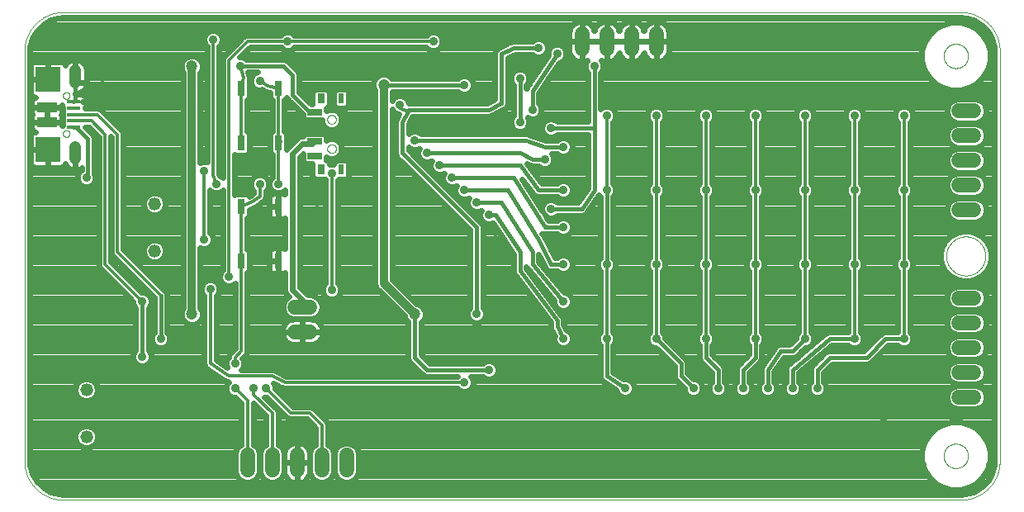
<source format=gbl>
G75*
%MOIN*%
%OFA0B0*%
%FSLAX25Y25*%
%IPPOS*%
%LPD*%
%AMOC8*
5,1,8,0,0,1.08239X$1,22.5*
%
%ADD10C,0.00000*%
%ADD11C,0.05200*%
%ADD12R,0.03000X0.06000*%
%ADD13C,0.06000*%
%ADD14R,0.05906X0.02756*%
%ADD15R,0.02362X0.03937*%
%ADD16R,0.03150X0.03937*%
%ADD17R,0.09843X0.09843*%
%ADD18C,0.04756*%
%ADD19R,0.05315X0.01575*%
%ADD20R,0.07874X0.03937*%
%ADD21C,0.02400*%
%ADD22C,0.03562*%
%ADD23C,0.01600*%
%ADD24C,0.04724*%
%ADD25C,0.03600*%
%ADD26C,0.03200*%
%ADD27C,0.01200*%
D10*
X0020048Y0004300D02*
X0382253Y0004300D01*
X0382634Y0004305D01*
X0383014Y0004318D01*
X0383394Y0004341D01*
X0383773Y0004374D01*
X0384151Y0004415D01*
X0384528Y0004465D01*
X0384904Y0004525D01*
X0385279Y0004593D01*
X0385651Y0004671D01*
X0386022Y0004758D01*
X0386390Y0004853D01*
X0386756Y0004958D01*
X0387119Y0005071D01*
X0387480Y0005193D01*
X0387837Y0005323D01*
X0388191Y0005463D01*
X0388542Y0005610D01*
X0388889Y0005767D01*
X0389232Y0005931D01*
X0389571Y0006104D01*
X0389906Y0006285D01*
X0390237Y0006474D01*
X0390562Y0006671D01*
X0390883Y0006875D01*
X0391199Y0007088D01*
X0391509Y0007308D01*
X0391815Y0007535D01*
X0392114Y0007770D01*
X0392408Y0008012D01*
X0392696Y0008260D01*
X0392978Y0008516D01*
X0393253Y0008779D01*
X0393522Y0009048D01*
X0393785Y0009323D01*
X0394041Y0009605D01*
X0394289Y0009893D01*
X0394531Y0010187D01*
X0394766Y0010486D01*
X0394993Y0010792D01*
X0395213Y0011102D01*
X0395426Y0011418D01*
X0395630Y0011739D01*
X0395827Y0012064D01*
X0396016Y0012395D01*
X0396197Y0012730D01*
X0396370Y0013069D01*
X0396534Y0013412D01*
X0396691Y0013759D01*
X0396838Y0014110D01*
X0396978Y0014464D01*
X0397108Y0014821D01*
X0397230Y0015182D01*
X0397343Y0015545D01*
X0397448Y0015911D01*
X0397543Y0016279D01*
X0397630Y0016650D01*
X0397708Y0017022D01*
X0397776Y0017397D01*
X0397836Y0017773D01*
X0397886Y0018150D01*
X0397927Y0018528D01*
X0397960Y0018907D01*
X0397983Y0019287D01*
X0397996Y0019667D01*
X0398001Y0020048D01*
X0398001Y0185402D01*
X0397996Y0185783D01*
X0397983Y0186163D01*
X0397960Y0186543D01*
X0397927Y0186922D01*
X0397886Y0187300D01*
X0397836Y0187677D01*
X0397776Y0188053D01*
X0397708Y0188428D01*
X0397630Y0188800D01*
X0397543Y0189171D01*
X0397448Y0189539D01*
X0397343Y0189905D01*
X0397230Y0190268D01*
X0397108Y0190629D01*
X0396978Y0190986D01*
X0396838Y0191340D01*
X0396691Y0191691D01*
X0396534Y0192038D01*
X0396370Y0192381D01*
X0396197Y0192720D01*
X0396016Y0193055D01*
X0395827Y0193386D01*
X0395630Y0193711D01*
X0395426Y0194032D01*
X0395213Y0194348D01*
X0394993Y0194658D01*
X0394766Y0194964D01*
X0394531Y0195263D01*
X0394289Y0195557D01*
X0394041Y0195845D01*
X0393785Y0196127D01*
X0393522Y0196402D01*
X0393253Y0196671D01*
X0392978Y0196934D01*
X0392696Y0197190D01*
X0392408Y0197438D01*
X0392114Y0197680D01*
X0391815Y0197915D01*
X0391509Y0198142D01*
X0391199Y0198362D01*
X0390883Y0198575D01*
X0390562Y0198779D01*
X0390237Y0198976D01*
X0389906Y0199165D01*
X0389571Y0199346D01*
X0389232Y0199519D01*
X0388889Y0199683D01*
X0388542Y0199840D01*
X0388191Y0199987D01*
X0387837Y0200127D01*
X0387480Y0200257D01*
X0387119Y0200379D01*
X0386756Y0200492D01*
X0386390Y0200597D01*
X0386022Y0200692D01*
X0385651Y0200779D01*
X0385279Y0200857D01*
X0384904Y0200925D01*
X0384528Y0200985D01*
X0384151Y0201035D01*
X0383773Y0201076D01*
X0383394Y0201109D01*
X0383014Y0201132D01*
X0382634Y0201145D01*
X0382253Y0201150D01*
X0020048Y0201150D01*
X0019662Y0201145D01*
X0019275Y0201131D01*
X0018890Y0201107D01*
X0018504Y0201074D01*
X0018120Y0201032D01*
X0017737Y0200980D01*
X0017356Y0200918D01*
X0016976Y0200847D01*
X0016598Y0200767D01*
X0016222Y0200678D01*
X0015848Y0200580D01*
X0015477Y0200472D01*
X0015108Y0200355D01*
X0014743Y0200229D01*
X0014380Y0200095D01*
X0014022Y0199951D01*
X0013666Y0199799D01*
X0013315Y0199638D01*
X0012968Y0199468D01*
X0012624Y0199290D01*
X0012286Y0199104D01*
X0011952Y0198910D01*
X0011623Y0198707D01*
X0011299Y0198496D01*
X0010980Y0198277D01*
X0010667Y0198051D01*
X0010359Y0197817D01*
X0010058Y0197575D01*
X0009762Y0197327D01*
X0009472Y0197070D01*
X0009189Y0196807D01*
X0008912Y0196538D01*
X0008643Y0196261D01*
X0008380Y0195978D01*
X0008123Y0195688D01*
X0007875Y0195392D01*
X0007633Y0195091D01*
X0007399Y0194783D01*
X0007173Y0194470D01*
X0006954Y0194151D01*
X0006743Y0193827D01*
X0006540Y0193498D01*
X0006346Y0193164D01*
X0006160Y0192826D01*
X0005982Y0192482D01*
X0005812Y0192135D01*
X0005651Y0191784D01*
X0005499Y0191428D01*
X0005355Y0191070D01*
X0005221Y0190707D01*
X0005095Y0190342D01*
X0004978Y0189973D01*
X0004870Y0189602D01*
X0004772Y0189228D01*
X0004683Y0188852D01*
X0004603Y0188474D01*
X0004532Y0188094D01*
X0004470Y0187713D01*
X0004418Y0187330D01*
X0004376Y0186946D01*
X0004343Y0186560D01*
X0004319Y0186175D01*
X0004305Y0185788D01*
X0004300Y0185402D01*
X0004300Y0020048D01*
X0004305Y0019667D01*
X0004318Y0019287D01*
X0004341Y0018907D01*
X0004374Y0018528D01*
X0004415Y0018150D01*
X0004465Y0017773D01*
X0004525Y0017397D01*
X0004593Y0017022D01*
X0004671Y0016650D01*
X0004758Y0016279D01*
X0004853Y0015911D01*
X0004958Y0015545D01*
X0005071Y0015182D01*
X0005193Y0014821D01*
X0005323Y0014464D01*
X0005463Y0014110D01*
X0005610Y0013759D01*
X0005767Y0013412D01*
X0005931Y0013069D01*
X0006104Y0012730D01*
X0006285Y0012395D01*
X0006474Y0012064D01*
X0006671Y0011739D01*
X0006875Y0011418D01*
X0007088Y0011102D01*
X0007308Y0010792D01*
X0007535Y0010486D01*
X0007770Y0010187D01*
X0008012Y0009893D01*
X0008260Y0009605D01*
X0008516Y0009323D01*
X0008779Y0009048D01*
X0009048Y0008779D01*
X0009323Y0008516D01*
X0009605Y0008260D01*
X0009893Y0008012D01*
X0010187Y0007770D01*
X0010486Y0007535D01*
X0010792Y0007308D01*
X0011102Y0007088D01*
X0011418Y0006875D01*
X0011739Y0006671D01*
X0012064Y0006474D01*
X0012395Y0006285D01*
X0012730Y0006104D01*
X0013069Y0005931D01*
X0013412Y0005767D01*
X0013759Y0005610D01*
X0014110Y0005463D01*
X0014464Y0005323D01*
X0014821Y0005193D01*
X0015182Y0005071D01*
X0015545Y0004958D01*
X0015911Y0004853D01*
X0016279Y0004758D01*
X0016650Y0004671D01*
X0017022Y0004593D01*
X0017397Y0004525D01*
X0017773Y0004465D01*
X0018150Y0004415D01*
X0018528Y0004374D01*
X0018907Y0004341D01*
X0019287Y0004318D01*
X0019667Y0004305D01*
X0020048Y0004300D01*
X0014930Y0144457D02*
X0012568Y0144457D01*
X0012502Y0144465D01*
X0012438Y0144477D01*
X0012374Y0144493D01*
X0012311Y0144512D01*
X0012250Y0144536D01*
X0012190Y0144563D01*
X0012132Y0144593D01*
X0012076Y0144627D01*
X0012022Y0144664D01*
X0011970Y0144705D01*
X0011921Y0144749D01*
X0011874Y0144795D01*
X0011831Y0144844D01*
X0011790Y0144896D01*
X0011753Y0144950D01*
X0011719Y0145006D01*
X0011689Y0145064D01*
X0011662Y0145124D01*
X0011638Y0145185D01*
X0011619Y0145248D01*
X0011603Y0145312D01*
X0011591Y0145376D01*
X0011583Y0145442D01*
X0011579Y0145507D01*
X0011579Y0145573D01*
X0011583Y0145638D01*
X0011583Y0145639D02*
X0011579Y0145704D01*
X0011579Y0145770D01*
X0011583Y0145835D01*
X0011591Y0145901D01*
X0011603Y0145965D01*
X0011619Y0146029D01*
X0011638Y0146092D01*
X0011662Y0146153D01*
X0011689Y0146213D01*
X0011719Y0146271D01*
X0011753Y0146327D01*
X0011790Y0146381D01*
X0011831Y0146433D01*
X0011874Y0146482D01*
X0011921Y0146528D01*
X0011970Y0146572D01*
X0012022Y0146613D01*
X0012076Y0146650D01*
X0012132Y0146684D01*
X0012190Y0146714D01*
X0012250Y0146741D01*
X0012311Y0146765D01*
X0012374Y0146784D01*
X0012438Y0146800D01*
X0012502Y0146812D01*
X0012568Y0146820D01*
X0014930Y0146820D01*
X0014929Y0146820D02*
X0014992Y0146812D01*
X0015054Y0146801D01*
X0015116Y0146786D01*
X0015176Y0146768D01*
X0015236Y0146746D01*
X0015294Y0146721D01*
X0015350Y0146692D01*
X0015405Y0146660D01*
X0015457Y0146625D01*
X0015508Y0146587D01*
X0015556Y0146547D01*
X0015602Y0146503D01*
X0015645Y0146457D01*
X0015686Y0146408D01*
X0015724Y0146357D01*
X0015758Y0146305D01*
X0015790Y0146250D01*
X0015818Y0146193D01*
X0015843Y0146135D01*
X0015864Y0146075D01*
X0015882Y0146015D01*
X0015896Y0145953D01*
X0015907Y0145891D01*
X0015914Y0145828D01*
X0015918Y0145765D01*
X0015917Y0145702D01*
X0015914Y0145639D01*
X0015914Y0145638D02*
X0015917Y0145575D01*
X0015918Y0145512D01*
X0015914Y0145449D01*
X0015907Y0145386D01*
X0015896Y0145324D01*
X0015882Y0145262D01*
X0015864Y0145202D01*
X0015843Y0145142D01*
X0015818Y0145084D01*
X0015790Y0145027D01*
X0015758Y0144972D01*
X0015724Y0144920D01*
X0015686Y0144869D01*
X0015645Y0144820D01*
X0015602Y0144774D01*
X0015556Y0144730D01*
X0015508Y0144690D01*
X0015457Y0144652D01*
X0015405Y0144617D01*
X0015350Y0144585D01*
X0015294Y0144556D01*
X0015236Y0144531D01*
X0015176Y0144509D01*
X0015116Y0144491D01*
X0015054Y0144476D01*
X0014992Y0144465D01*
X0014929Y0144457D01*
X0019851Y0152135D02*
X0019853Y0152209D01*
X0019859Y0152283D01*
X0019869Y0152356D01*
X0019883Y0152429D01*
X0019900Y0152501D01*
X0019922Y0152571D01*
X0019947Y0152641D01*
X0019976Y0152709D01*
X0020009Y0152775D01*
X0020045Y0152840D01*
X0020085Y0152902D01*
X0020127Y0152963D01*
X0020173Y0153021D01*
X0020222Y0153076D01*
X0020274Y0153129D01*
X0020329Y0153179D01*
X0020386Y0153225D01*
X0020446Y0153269D01*
X0020508Y0153309D01*
X0020572Y0153346D01*
X0020638Y0153380D01*
X0020706Y0153410D01*
X0020775Y0153436D01*
X0020846Y0153459D01*
X0020917Y0153477D01*
X0020990Y0153492D01*
X0021063Y0153503D01*
X0021137Y0153510D01*
X0021211Y0153513D01*
X0021284Y0153512D01*
X0021358Y0153507D01*
X0021432Y0153498D01*
X0021505Y0153485D01*
X0021577Y0153468D01*
X0021648Y0153448D01*
X0021718Y0153423D01*
X0021786Y0153395D01*
X0021853Y0153364D01*
X0021918Y0153328D01*
X0021981Y0153290D01*
X0022042Y0153248D01*
X0022101Y0153202D01*
X0022157Y0153154D01*
X0022210Y0153103D01*
X0022260Y0153049D01*
X0022308Y0152992D01*
X0022352Y0152933D01*
X0022394Y0152871D01*
X0022432Y0152808D01*
X0022466Y0152742D01*
X0022497Y0152675D01*
X0022524Y0152606D01*
X0022547Y0152536D01*
X0022567Y0152465D01*
X0022583Y0152392D01*
X0022595Y0152319D01*
X0022603Y0152246D01*
X0022607Y0152172D01*
X0022607Y0152098D01*
X0022603Y0152024D01*
X0022595Y0151951D01*
X0022583Y0151878D01*
X0022567Y0151805D01*
X0022547Y0151734D01*
X0022524Y0151664D01*
X0022497Y0151595D01*
X0022466Y0151528D01*
X0022432Y0151462D01*
X0022394Y0151399D01*
X0022352Y0151337D01*
X0022308Y0151278D01*
X0022260Y0151221D01*
X0022210Y0151167D01*
X0022157Y0151116D01*
X0022101Y0151068D01*
X0022042Y0151022D01*
X0021981Y0150980D01*
X0021918Y0150942D01*
X0021853Y0150906D01*
X0021786Y0150875D01*
X0021718Y0150847D01*
X0021648Y0150822D01*
X0021577Y0150802D01*
X0021505Y0150785D01*
X0021432Y0150772D01*
X0021358Y0150763D01*
X0021284Y0150758D01*
X0021211Y0150757D01*
X0021137Y0150760D01*
X0021063Y0150767D01*
X0020990Y0150778D01*
X0020917Y0150793D01*
X0020846Y0150811D01*
X0020775Y0150834D01*
X0020706Y0150860D01*
X0020638Y0150890D01*
X0020572Y0150924D01*
X0020508Y0150961D01*
X0020446Y0151001D01*
X0020386Y0151045D01*
X0020329Y0151091D01*
X0020274Y0151141D01*
X0020222Y0151194D01*
X0020173Y0151249D01*
X0020127Y0151307D01*
X0020085Y0151368D01*
X0020045Y0151430D01*
X0020009Y0151495D01*
X0019976Y0151561D01*
X0019947Y0151629D01*
X0019922Y0151699D01*
X0019900Y0151769D01*
X0019883Y0151841D01*
X0019869Y0151914D01*
X0019859Y0151987D01*
X0019853Y0152061D01*
X0019851Y0152135D01*
X0019851Y0167489D02*
X0019853Y0167563D01*
X0019859Y0167637D01*
X0019869Y0167710D01*
X0019883Y0167783D01*
X0019900Y0167855D01*
X0019922Y0167925D01*
X0019947Y0167995D01*
X0019976Y0168063D01*
X0020009Y0168129D01*
X0020045Y0168194D01*
X0020085Y0168256D01*
X0020127Y0168317D01*
X0020173Y0168375D01*
X0020222Y0168430D01*
X0020274Y0168483D01*
X0020329Y0168533D01*
X0020386Y0168579D01*
X0020446Y0168623D01*
X0020508Y0168663D01*
X0020572Y0168700D01*
X0020638Y0168734D01*
X0020706Y0168764D01*
X0020775Y0168790D01*
X0020846Y0168813D01*
X0020917Y0168831D01*
X0020990Y0168846D01*
X0021063Y0168857D01*
X0021137Y0168864D01*
X0021211Y0168867D01*
X0021284Y0168866D01*
X0021358Y0168861D01*
X0021432Y0168852D01*
X0021505Y0168839D01*
X0021577Y0168822D01*
X0021648Y0168802D01*
X0021718Y0168777D01*
X0021786Y0168749D01*
X0021853Y0168718D01*
X0021918Y0168682D01*
X0021981Y0168644D01*
X0022042Y0168602D01*
X0022101Y0168556D01*
X0022157Y0168508D01*
X0022210Y0168457D01*
X0022260Y0168403D01*
X0022308Y0168346D01*
X0022352Y0168287D01*
X0022394Y0168225D01*
X0022432Y0168162D01*
X0022466Y0168096D01*
X0022497Y0168029D01*
X0022524Y0167960D01*
X0022547Y0167890D01*
X0022567Y0167819D01*
X0022583Y0167746D01*
X0022595Y0167673D01*
X0022603Y0167600D01*
X0022607Y0167526D01*
X0022607Y0167452D01*
X0022603Y0167378D01*
X0022595Y0167305D01*
X0022583Y0167232D01*
X0022567Y0167159D01*
X0022547Y0167088D01*
X0022524Y0167018D01*
X0022497Y0166949D01*
X0022466Y0166882D01*
X0022432Y0166816D01*
X0022394Y0166753D01*
X0022352Y0166691D01*
X0022308Y0166632D01*
X0022260Y0166575D01*
X0022210Y0166521D01*
X0022157Y0166470D01*
X0022101Y0166422D01*
X0022042Y0166376D01*
X0021981Y0166334D01*
X0021918Y0166296D01*
X0021853Y0166260D01*
X0021786Y0166229D01*
X0021718Y0166201D01*
X0021648Y0166176D01*
X0021577Y0166156D01*
X0021505Y0166139D01*
X0021432Y0166126D01*
X0021358Y0166117D01*
X0021284Y0166112D01*
X0021211Y0166111D01*
X0021137Y0166114D01*
X0021063Y0166121D01*
X0020990Y0166132D01*
X0020917Y0166147D01*
X0020846Y0166165D01*
X0020775Y0166188D01*
X0020706Y0166214D01*
X0020638Y0166244D01*
X0020572Y0166278D01*
X0020508Y0166315D01*
X0020446Y0166355D01*
X0020386Y0166399D01*
X0020329Y0166445D01*
X0020274Y0166495D01*
X0020222Y0166548D01*
X0020173Y0166603D01*
X0020127Y0166661D01*
X0020085Y0166722D01*
X0020045Y0166784D01*
X0020009Y0166849D01*
X0019976Y0166915D01*
X0019947Y0166983D01*
X0019922Y0167053D01*
X0019900Y0167123D01*
X0019883Y0167195D01*
X0019869Y0167268D01*
X0019859Y0167341D01*
X0019853Y0167415D01*
X0019851Y0167489D01*
X0014930Y0172804D02*
X0012568Y0172804D01*
X0012502Y0172812D01*
X0012438Y0172824D01*
X0012374Y0172840D01*
X0012311Y0172859D01*
X0012250Y0172883D01*
X0012190Y0172910D01*
X0012132Y0172940D01*
X0012076Y0172974D01*
X0012022Y0173011D01*
X0011970Y0173052D01*
X0011921Y0173096D01*
X0011874Y0173142D01*
X0011831Y0173191D01*
X0011790Y0173243D01*
X0011753Y0173297D01*
X0011719Y0173353D01*
X0011689Y0173411D01*
X0011662Y0173471D01*
X0011638Y0173532D01*
X0011619Y0173595D01*
X0011603Y0173659D01*
X0011591Y0173723D01*
X0011583Y0173789D01*
X0011579Y0173854D01*
X0011579Y0173920D01*
X0011583Y0173985D01*
X0011579Y0174050D01*
X0011579Y0174116D01*
X0011583Y0174181D01*
X0011591Y0174247D01*
X0011603Y0174311D01*
X0011619Y0174375D01*
X0011638Y0174438D01*
X0011662Y0174499D01*
X0011689Y0174559D01*
X0011719Y0174617D01*
X0011753Y0174673D01*
X0011790Y0174727D01*
X0011831Y0174779D01*
X0011874Y0174828D01*
X0011921Y0174874D01*
X0011970Y0174918D01*
X0012022Y0174959D01*
X0012076Y0174996D01*
X0012132Y0175030D01*
X0012190Y0175060D01*
X0012250Y0175087D01*
X0012311Y0175111D01*
X0012374Y0175130D01*
X0012438Y0175146D01*
X0012502Y0175158D01*
X0012568Y0175166D01*
X0014930Y0175166D01*
X0014929Y0175166D02*
X0014992Y0175158D01*
X0015054Y0175147D01*
X0015116Y0175132D01*
X0015176Y0175114D01*
X0015236Y0175092D01*
X0015294Y0175067D01*
X0015350Y0175038D01*
X0015405Y0175006D01*
X0015457Y0174971D01*
X0015508Y0174933D01*
X0015556Y0174893D01*
X0015602Y0174849D01*
X0015645Y0174803D01*
X0015686Y0174754D01*
X0015724Y0174703D01*
X0015758Y0174651D01*
X0015790Y0174596D01*
X0015818Y0174539D01*
X0015843Y0174481D01*
X0015864Y0174421D01*
X0015882Y0174361D01*
X0015896Y0174299D01*
X0015907Y0174237D01*
X0015914Y0174174D01*
X0015918Y0174111D01*
X0015917Y0174048D01*
X0015914Y0173985D01*
X0015917Y0173922D01*
X0015918Y0173859D01*
X0015914Y0173796D01*
X0015907Y0173733D01*
X0015896Y0173671D01*
X0015882Y0173609D01*
X0015864Y0173549D01*
X0015843Y0173489D01*
X0015818Y0173431D01*
X0015790Y0173374D01*
X0015758Y0173319D01*
X0015724Y0173267D01*
X0015686Y0173216D01*
X0015645Y0173167D01*
X0015602Y0173121D01*
X0015556Y0173077D01*
X0015508Y0173037D01*
X0015457Y0172999D01*
X0015405Y0172964D01*
X0015350Y0172932D01*
X0015294Y0172903D01*
X0015236Y0172878D01*
X0015176Y0172856D01*
X0015116Y0172838D01*
X0015054Y0172823D01*
X0014992Y0172812D01*
X0014929Y0172804D01*
X0126544Y0157843D02*
X0126546Y0157927D01*
X0126552Y0158010D01*
X0126562Y0158093D01*
X0126576Y0158176D01*
X0126593Y0158258D01*
X0126615Y0158339D01*
X0126640Y0158418D01*
X0126669Y0158497D01*
X0126702Y0158574D01*
X0126738Y0158649D01*
X0126778Y0158723D01*
X0126821Y0158795D01*
X0126868Y0158864D01*
X0126918Y0158931D01*
X0126971Y0158996D01*
X0127027Y0159058D01*
X0127085Y0159118D01*
X0127147Y0159175D01*
X0127211Y0159228D01*
X0127278Y0159279D01*
X0127347Y0159326D01*
X0127418Y0159371D01*
X0127491Y0159411D01*
X0127566Y0159448D01*
X0127643Y0159482D01*
X0127721Y0159512D01*
X0127800Y0159538D01*
X0127881Y0159561D01*
X0127963Y0159579D01*
X0128045Y0159594D01*
X0128128Y0159605D01*
X0128211Y0159612D01*
X0128295Y0159615D01*
X0128379Y0159614D01*
X0128462Y0159609D01*
X0128546Y0159600D01*
X0128628Y0159587D01*
X0128710Y0159571D01*
X0128791Y0159550D01*
X0128872Y0159526D01*
X0128950Y0159498D01*
X0129028Y0159466D01*
X0129104Y0159430D01*
X0129178Y0159391D01*
X0129250Y0159349D01*
X0129320Y0159303D01*
X0129388Y0159254D01*
X0129453Y0159202D01*
X0129516Y0159147D01*
X0129576Y0159089D01*
X0129634Y0159028D01*
X0129688Y0158964D01*
X0129740Y0158898D01*
X0129788Y0158830D01*
X0129833Y0158759D01*
X0129874Y0158686D01*
X0129913Y0158612D01*
X0129947Y0158536D01*
X0129978Y0158458D01*
X0130005Y0158379D01*
X0130029Y0158298D01*
X0130048Y0158217D01*
X0130064Y0158135D01*
X0130076Y0158052D01*
X0130084Y0157968D01*
X0130088Y0157885D01*
X0130088Y0157801D01*
X0130084Y0157718D01*
X0130076Y0157634D01*
X0130064Y0157551D01*
X0130048Y0157469D01*
X0130029Y0157388D01*
X0130005Y0157307D01*
X0129978Y0157228D01*
X0129947Y0157150D01*
X0129913Y0157074D01*
X0129874Y0157000D01*
X0129833Y0156927D01*
X0129788Y0156856D01*
X0129740Y0156788D01*
X0129688Y0156722D01*
X0129634Y0156658D01*
X0129576Y0156597D01*
X0129516Y0156539D01*
X0129453Y0156484D01*
X0129388Y0156432D01*
X0129320Y0156383D01*
X0129250Y0156337D01*
X0129178Y0156295D01*
X0129104Y0156256D01*
X0129028Y0156220D01*
X0128950Y0156188D01*
X0128872Y0156160D01*
X0128791Y0156136D01*
X0128710Y0156115D01*
X0128628Y0156099D01*
X0128546Y0156086D01*
X0128462Y0156077D01*
X0128379Y0156072D01*
X0128295Y0156071D01*
X0128211Y0156074D01*
X0128128Y0156081D01*
X0128045Y0156092D01*
X0127963Y0156107D01*
X0127881Y0156125D01*
X0127800Y0156148D01*
X0127721Y0156174D01*
X0127643Y0156204D01*
X0127566Y0156238D01*
X0127491Y0156275D01*
X0127418Y0156315D01*
X0127347Y0156360D01*
X0127278Y0156407D01*
X0127211Y0156458D01*
X0127147Y0156511D01*
X0127085Y0156568D01*
X0127027Y0156628D01*
X0126971Y0156690D01*
X0126918Y0156755D01*
X0126868Y0156822D01*
X0126821Y0156891D01*
X0126778Y0156963D01*
X0126738Y0157037D01*
X0126702Y0157112D01*
X0126669Y0157189D01*
X0126640Y0157268D01*
X0126615Y0157347D01*
X0126593Y0157428D01*
X0126576Y0157510D01*
X0126562Y0157593D01*
X0126552Y0157676D01*
X0126546Y0157759D01*
X0126544Y0157843D01*
X0126544Y0146032D02*
X0126546Y0146116D01*
X0126552Y0146199D01*
X0126562Y0146282D01*
X0126576Y0146365D01*
X0126593Y0146447D01*
X0126615Y0146528D01*
X0126640Y0146607D01*
X0126669Y0146686D01*
X0126702Y0146763D01*
X0126738Y0146838D01*
X0126778Y0146912D01*
X0126821Y0146984D01*
X0126868Y0147053D01*
X0126918Y0147120D01*
X0126971Y0147185D01*
X0127027Y0147247D01*
X0127085Y0147307D01*
X0127147Y0147364D01*
X0127211Y0147417D01*
X0127278Y0147468D01*
X0127347Y0147515D01*
X0127418Y0147560D01*
X0127491Y0147600D01*
X0127566Y0147637D01*
X0127643Y0147671D01*
X0127721Y0147701D01*
X0127800Y0147727D01*
X0127881Y0147750D01*
X0127963Y0147768D01*
X0128045Y0147783D01*
X0128128Y0147794D01*
X0128211Y0147801D01*
X0128295Y0147804D01*
X0128379Y0147803D01*
X0128462Y0147798D01*
X0128546Y0147789D01*
X0128628Y0147776D01*
X0128710Y0147760D01*
X0128791Y0147739D01*
X0128872Y0147715D01*
X0128950Y0147687D01*
X0129028Y0147655D01*
X0129104Y0147619D01*
X0129178Y0147580D01*
X0129250Y0147538D01*
X0129320Y0147492D01*
X0129388Y0147443D01*
X0129453Y0147391D01*
X0129516Y0147336D01*
X0129576Y0147278D01*
X0129634Y0147217D01*
X0129688Y0147153D01*
X0129740Y0147087D01*
X0129788Y0147019D01*
X0129833Y0146948D01*
X0129874Y0146875D01*
X0129913Y0146801D01*
X0129947Y0146725D01*
X0129978Y0146647D01*
X0130005Y0146568D01*
X0130029Y0146487D01*
X0130048Y0146406D01*
X0130064Y0146324D01*
X0130076Y0146241D01*
X0130084Y0146157D01*
X0130088Y0146074D01*
X0130088Y0145990D01*
X0130084Y0145907D01*
X0130076Y0145823D01*
X0130064Y0145740D01*
X0130048Y0145658D01*
X0130029Y0145577D01*
X0130005Y0145496D01*
X0129978Y0145417D01*
X0129947Y0145339D01*
X0129913Y0145263D01*
X0129874Y0145189D01*
X0129833Y0145116D01*
X0129788Y0145045D01*
X0129740Y0144977D01*
X0129688Y0144911D01*
X0129634Y0144847D01*
X0129576Y0144786D01*
X0129516Y0144728D01*
X0129453Y0144673D01*
X0129388Y0144621D01*
X0129320Y0144572D01*
X0129250Y0144526D01*
X0129178Y0144484D01*
X0129104Y0144445D01*
X0129028Y0144409D01*
X0128950Y0144377D01*
X0128872Y0144349D01*
X0128791Y0144325D01*
X0128710Y0144304D01*
X0128628Y0144288D01*
X0128546Y0144275D01*
X0128462Y0144266D01*
X0128379Y0144261D01*
X0128295Y0144260D01*
X0128211Y0144263D01*
X0128128Y0144270D01*
X0128045Y0144281D01*
X0127963Y0144296D01*
X0127881Y0144314D01*
X0127800Y0144337D01*
X0127721Y0144363D01*
X0127643Y0144393D01*
X0127566Y0144427D01*
X0127491Y0144464D01*
X0127418Y0144504D01*
X0127347Y0144549D01*
X0127278Y0144596D01*
X0127211Y0144647D01*
X0127147Y0144700D01*
X0127085Y0144757D01*
X0127027Y0144817D01*
X0126971Y0144879D01*
X0126918Y0144944D01*
X0126868Y0145011D01*
X0126821Y0145080D01*
X0126778Y0145152D01*
X0126738Y0145226D01*
X0126702Y0145301D01*
X0126669Y0145378D01*
X0126640Y0145457D01*
X0126615Y0145536D01*
X0126593Y0145617D01*
X0126576Y0145699D01*
X0126562Y0145782D01*
X0126552Y0145865D01*
X0126546Y0145948D01*
X0126544Y0146032D01*
X0375363Y0183434D02*
X0375365Y0183574D01*
X0375371Y0183714D01*
X0375381Y0183853D01*
X0375395Y0183992D01*
X0375413Y0184131D01*
X0375434Y0184269D01*
X0375460Y0184407D01*
X0375490Y0184544D01*
X0375523Y0184679D01*
X0375561Y0184814D01*
X0375602Y0184948D01*
X0375647Y0185081D01*
X0375695Y0185212D01*
X0375748Y0185341D01*
X0375804Y0185470D01*
X0375863Y0185596D01*
X0375927Y0185721D01*
X0375993Y0185844D01*
X0376064Y0185965D01*
X0376137Y0186084D01*
X0376214Y0186201D01*
X0376295Y0186315D01*
X0376378Y0186427D01*
X0376465Y0186537D01*
X0376555Y0186645D01*
X0376647Y0186749D01*
X0376743Y0186851D01*
X0376842Y0186951D01*
X0376943Y0187047D01*
X0377047Y0187141D01*
X0377154Y0187231D01*
X0377263Y0187318D01*
X0377375Y0187403D01*
X0377489Y0187484D01*
X0377605Y0187562D01*
X0377723Y0187636D01*
X0377844Y0187707D01*
X0377966Y0187775D01*
X0378091Y0187839D01*
X0378217Y0187900D01*
X0378344Y0187957D01*
X0378474Y0188010D01*
X0378605Y0188060D01*
X0378737Y0188105D01*
X0378870Y0188148D01*
X0379005Y0188186D01*
X0379140Y0188220D01*
X0379277Y0188251D01*
X0379414Y0188278D01*
X0379552Y0188300D01*
X0379691Y0188319D01*
X0379830Y0188334D01*
X0379969Y0188345D01*
X0380109Y0188352D01*
X0380249Y0188355D01*
X0380389Y0188354D01*
X0380529Y0188349D01*
X0380668Y0188340D01*
X0380808Y0188327D01*
X0380947Y0188310D01*
X0381085Y0188289D01*
X0381223Y0188265D01*
X0381360Y0188236D01*
X0381496Y0188204D01*
X0381631Y0188167D01*
X0381765Y0188127D01*
X0381898Y0188083D01*
X0382029Y0188035D01*
X0382159Y0187984D01*
X0382288Y0187929D01*
X0382415Y0187870D01*
X0382540Y0187807D01*
X0382663Y0187742D01*
X0382785Y0187672D01*
X0382904Y0187599D01*
X0383022Y0187523D01*
X0383137Y0187444D01*
X0383250Y0187361D01*
X0383360Y0187275D01*
X0383468Y0187186D01*
X0383573Y0187094D01*
X0383676Y0186999D01*
X0383776Y0186901D01*
X0383873Y0186801D01*
X0383967Y0186697D01*
X0384059Y0186591D01*
X0384147Y0186483D01*
X0384232Y0186372D01*
X0384314Y0186258D01*
X0384393Y0186142D01*
X0384468Y0186025D01*
X0384540Y0185905D01*
X0384608Y0185783D01*
X0384673Y0185659D01*
X0384735Y0185533D01*
X0384793Y0185406D01*
X0384847Y0185277D01*
X0384898Y0185146D01*
X0384944Y0185014D01*
X0384987Y0184881D01*
X0385027Y0184747D01*
X0385062Y0184612D01*
X0385094Y0184475D01*
X0385121Y0184338D01*
X0385145Y0184200D01*
X0385165Y0184062D01*
X0385181Y0183923D01*
X0385193Y0183783D01*
X0385201Y0183644D01*
X0385205Y0183504D01*
X0385205Y0183364D01*
X0385201Y0183224D01*
X0385193Y0183085D01*
X0385181Y0182945D01*
X0385165Y0182806D01*
X0385145Y0182668D01*
X0385121Y0182530D01*
X0385094Y0182393D01*
X0385062Y0182256D01*
X0385027Y0182121D01*
X0384987Y0181987D01*
X0384944Y0181854D01*
X0384898Y0181722D01*
X0384847Y0181591D01*
X0384793Y0181462D01*
X0384735Y0181335D01*
X0384673Y0181209D01*
X0384608Y0181085D01*
X0384540Y0180963D01*
X0384468Y0180843D01*
X0384393Y0180726D01*
X0384314Y0180610D01*
X0384232Y0180496D01*
X0384147Y0180385D01*
X0384059Y0180277D01*
X0383967Y0180171D01*
X0383873Y0180067D01*
X0383776Y0179967D01*
X0383676Y0179869D01*
X0383573Y0179774D01*
X0383468Y0179682D01*
X0383360Y0179593D01*
X0383250Y0179507D01*
X0383137Y0179424D01*
X0383022Y0179345D01*
X0382904Y0179269D01*
X0382785Y0179196D01*
X0382663Y0179126D01*
X0382540Y0179061D01*
X0382415Y0178998D01*
X0382288Y0178939D01*
X0382159Y0178884D01*
X0382029Y0178833D01*
X0381898Y0178785D01*
X0381765Y0178741D01*
X0381631Y0178701D01*
X0381496Y0178664D01*
X0381360Y0178632D01*
X0381223Y0178603D01*
X0381085Y0178579D01*
X0380947Y0178558D01*
X0380808Y0178541D01*
X0380668Y0178528D01*
X0380529Y0178519D01*
X0380389Y0178514D01*
X0380249Y0178513D01*
X0380109Y0178516D01*
X0379969Y0178523D01*
X0379830Y0178534D01*
X0379691Y0178549D01*
X0379552Y0178568D01*
X0379414Y0178590D01*
X0379277Y0178617D01*
X0379140Y0178648D01*
X0379005Y0178682D01*
X0378870Y0178720D01*
X0378737Y0178763D01*
X0378605Y0178808D01*
X0378474Y0178858D01*
X0378344Y0178911D01*
X0378217Y0178968D01*
X0378091Y0179029D01*
X0377966Y0179093D01*
X0377844Y0179161D01*
X0377723Y0179232D01*
X0377605Y0179306D01*
X0377489Y0179384D01*
X0377375Y0179465D01*
X0377263Y0179550D01*
X0377154Y0179637D01*
X0377047Y0179727D01*
X0376943Y0179821D01*
X0376842Y0179917D01*
X0376743Y0180017D01*
X0376647Y0180119D01*
X0376555Y0180223D01*
X0376465Y0180331D01*
X0376378Y0180441D01*
X0376295Y0180553D01*
X0376214Y0180667D01*
X0376137Y0180784D01*
X0376064Y0180903D01*
X0375993Y0181024D01*
X0375927Y0181147D01*
X0375863Y0181272D01*
X0375804Y0181398D01*
X0375748Y0181527D01*
X0375695Y0181656D01*
X0375647Y0181787D01*
X0375602Y0181920D01*
X0375561Y0182054D01*
X0375523Y0182189D01*
X0375490Y0182324D01*
X0375460Y0182461D01*
X0375434Y0182599D01*
X0375413Y0182737D01*
X0375395Y0182876D01*
X0375381Y0183015D01*
X0375371Y0183154D01*
X0375365Y0183294D01*
X0375363Y0183434D01*
X0376426Y0102725D02*
X0376428Y0102918D01*
X0376435Y0103111D01*
X0376447Y0103304D01*
X0376464Y0103497D01*
X0376485Y0103689D01*
X0376511Y0103880D01*
X0376542Y0104071D01*
X0376577Y0104261D01*
X0376617Y0104450D01*
X0376662Y0104638D01*
X0376711Y0104825D01*
X0376765Y0105011D01*
X0376823Y0105195D01*
X0376886Y0105378D01*
X0376954Y0105559D01*
X0377025Y0105738D01*
X0377102Y0105916D01*
X0377182Y0106092D01*
X0377267Y0106265D01*
X0377356Y0106437D01*
X0377449Y0106606D01*
X0377546Y0106773D01*
X0377648Y0106938D01*
X0377753Y0107100D01*
X0377862Y0107259D01*
X0377976Y0107416D01*
X0378093Y0107569D01*
X0378213Y0107720D01*
X0378338Y0107868D01*
X0378466Y0108013D01*
X0378597Y0108154D01*
X0378732Y0108293D01*
X0378871Y0108428D01*
X0379012Y0108559D01*
X0379157Y0108687D01*
X0379305Y0108812D01*
X0379456Y0108932D01*
X0379609Y0109049D01*
X0379766Y0109163D01*
X0379925Y0109272D01*
X0380087Y0109377D01*
X0380252Y0109479D01*
X0380419Y0109576D01*
X0380588Y0109669D01*
X0380760Y0109758D01*
X0380933Y0109843D01*
X0381109Y0109923D01*
X0381287Y0110000D01*
X0381466Y0110071D01*
X0381647Y0110139D01*
X0381830Y0110202D01*
X0382014Y0110260D01*
X0382200Y0110314D01*
X0382387Y0110363D01*
X0382575Y0110408D01*
X0382764Y0110448D01*
X0382954Y0110483D01*
X0383145Y0110514D01*
X0383336Y0110540D01*
X0383528Y0110561D01*
X0383721Y0110578D01*
X0383914Y0110590D01*
X0384107Y0110597D01*
X0384300Y0110599D01*
X0384493Y0110597D01*
X0384686Y0110590D01*
X0384879Y0110578D01*
X0385072Y0110561D01*
X0385264Y0110540D01*
X0385455Y0110514D01*
X0385646Y0110483D01*
X0385836Y0110448D01*
X0386025Y0110408D01*
X0386213Y0110363D01*
X0386400Y0110314D01*
X0386586Y0110260D01*
X0386770Y0110202D01*
X0386953Y0110139D01*
X0387134Y0110071D01*
X0387313Y0110000D01*
X0387491Y0109923D01*
X0387667Y0109843D01*
X0387840Y0109758D01*
X0388012Y0109669D01*
X0388181Y0109576D01*
X0388348Y0109479D01*
X0388513Y0109377D01*
X0388675Y0109272D01*
X0388834Y0109163D01*
X0388991Y0109049D01*
X0389144Y0108932D01*
X0389295Y0108812D01*
X0389443Y0108687D01*
X0389588Y0108559D01*
X0389729Y0108428D01*
X0389868Y0108293D01*
X0390003Y0108154D01*
X0390134Y0108013D01*
X0390262Y0107868D01*
X0390387Y0107720D01*
X0390507Y0107569D01*
X0390624Y0107416D01*
X0390738Y0107259D01*
X0390847Y0107100D01*
X0390952Y0106938D01*
X0391054Y0106773D01*
X0391151Y0106606D01*
X0391244Y0106437D01*
X0391333Y0106265D01*
X0391418Y0106092D01*
X0391498Y0105916D01*
X0391575Y0105738D01*
X0391646Y0105559D01*
X0391714Y0105378D01*
X0391777Y0105195D01*
X0391835Y0105011D01*
X0391889Y0104825D01*
X0391938Y0104638D01*
X0391983Y0104450D01*
X0392023Y0104261D01*
X0392058Y0104071D01*
X0392089Y0103880D01*
X0392115Y0103689D01*
X0392136Y0103497D01*
X0392153Y0103304D01*
X0392165Y0103111D01*
X0392172Y0102918D01*
X0392174Y0102725D01*
X0392172Y0102532D01*
X0392165Y0102339D01*
X0392153Y0102146D01*
X0392136Y0101953D01*
X0392115Y0101761D01*
X0392089Y0101570D01*
X0392058Y0101379D01*
X0392023Y0101189D01*
X0391983Y0101000D01*
X0391938Y0100812D01*
X0391889Y0100625D01*
X0391835Y0100439D01*
X0391777Y0100255D01*
X0391714Y0100072D01*
X0391646Y0099891D01*
X0391575Y0099712D01*
X0391498Y0099534D01*
X0391418Y0099358D01*
X0391333Y0099185D01*
X0391244Y0099013D01*
X0391151Y0098844D01*
X0391054Y0098677D01*
X0390952Y0098512D01*
X0390847Y0098350D01*
X0390738Y0098191D01*
X0390624Y0098034D01*
X0390507Y0097881D01*
X0390387Y0097730D01*
X0390262Y0097582D01*
X0390134Y0097437D01*
X0390003Y0097296D01*
X0389868Y0097157D01*
X0389729Y0097022D01*
X0389588Y0096891D01*
X0389443Y0096763D01*
X0389295Y0096638D01*
X0389144Y0096518D01*
X0388991Y0096401D01*
X0388834Y0096287D01*
X0388675Y0096178D01*
X0388513Y0096073D01*
X0388348Y0095971D01*
X0388181Y0095874D01*
X0388012Y0095781D01*
X0387840Y0095692D01*
X0387667Y0095607D01*
X0387491Y0095527D01*
X0387313Y0095450D01*
X0387134Y0095379D01*
X0386953Y0095311D01*
X0386770Y0095248D01*
X0386586Y0095190D01*
X0386400Y0095136D01*
X0386213Y0095087D01*
X0386025Y0095042D01*
X0385836Y0095002D01*
X0385646Y0094967D01*
X0385455Y0094936D01*
X0385264Y0094910D01*
X0385072Y0094889D01*
X0384879Y0094872D01*
X0384686Y0094860D01*
X0384493Y0094853D01*
X0384300Y0094851D01*
X0384107Y0094853D01*
X0383914Y0094860D01*
X0383721Y0094872D01*
X0383528Y0094889D01*
X0383336Y0094910D01*
X0383145Y0094936D01*
X0382954Y0094967D01*
X0382764Y0095002D01*
X0382575Y0095042D01*
X0382387Y0095087D01*
X0382200Y0095136D01*
X0382014Y0095190D01*
X0381830Y0095248D01*
X0381647Y0095311D01*
X0381466Y0095379D01*
X0381287Y0095450D01*
X0381109Y0095527D01*
X0380933Y0095607D01*
X0380760Y0095692D01*
X0380588Y0095781D01*
X0380419Y0095874D01*
X0380252Y0095971D01*
X0380087Y0096073D01*
X0379925Y0096178D01*
X0379766Y0096287D01*
X0379609Y0096401D01*
X0379456Y0096518D01*
X0379305Y0096638D01*
X0379157Y0096763D01*
X0379012Y0096891D01*
X0378871Y0097022D01*
X0378732Y0097157D01*
X0378597Y0097296D01*
X0378466Y0097437D01*
X0378338Y0097582D01*
X0378213Y0097730D01*
X0378093Y0097881D01*
X0377976Y0098034D01*
X0377862Y0098191D01*
X0377753Y0098350D01*
X0377648Y0098512D01*
X0377546Y0098677D01*
X0377449Y0098844D01*
X0377356Y0099013D01*
X0377267Y0099185D01*
X0377182Y0099358D01*
X0377102Y0099534D01*
X0377025Y0099712D01*
X0376954Y0099891D01*
X0376886Y0100072D01*
X0376823Y0100255D01*
X0376765Y0100439D01*
X0376711Y0100625D01*
X0376662Y0100812D01*
X0376617Y0101000D01*
X0376577Y0101189D01*
X0376542Y0101379D01*
X0376511Y0101570D01*
X0376485Y0101761D01*
X0376464Y0101953D01*
X0376447Y0102146D01*
X0376435Y0102339D01*
X0376428Y0102532D01*
X0376426Y0102725D01*
X0375363Y0022017D02*
X0375365Y0022157D01*
X0375371Y0022297D01*
X0375381Y0022436D01*
X0375395Y0022575D01*
X0375413Y0022714D01*
X0375434Y0022852D01*
X0375460Y0022990D01*
X0375490Y0023127D01*
X0375523Y0023262D01*
X0375561Y0023397D01*
X0375602Y0023531D01*
X0375647Y0023664D01*
X0375695Y0023795D01*
X0375748Y0023924D01*
X0375804Y0024053D01*
X0375863Y0024179D01*
X0375927Y0024304D01*
X0375993Y0024427D01*
X0376064Y0024548D01*
X0376137Y0024667D01*
X0376214Y0024784D01*
X0376295Y0024898D01*
X0376378Y0025010D01*
X0376465Y0025120D01*
X0376555Y0025228D01*
X0376647Y0025332D01*
X0376743Y0025434D01*
X0376842Y0025534D01*
X0376943Y0025630D01*
X0377047Y0025724D01*
X0377154Y0025814D01*
X0377263Y0025901D01*
X0377375Y0025986D01*
X0377489Y0026067D01*
X0377605Y0026145D01*
X0377723Y0026219D01*
X0377844Y0026290D01*
X0377966Y0026358D01*
X0378091Y0026422D01*
X0378217Y0026483D01*
X0378344Y0026540D01*
X0378474Y0026593D01*
X0378605Y0026643D01*
X0378737Y0026688D01*
X0378870Y0026731D01*
X0379005Y0026769D01*
X0379140Y0026803D01*
X0379277Y0026834D01*
X0379414Y0026861D01*
X0379552Y0026883D01*
X0379691Y0026902D01*
X0379830Y0026917D01*
X0379969Y0026928D01*
X0380109Y0026935D01*
X0380249Y0026938D01*
X0380389Y0026937D01*
X0380529Y0026932D01*
X0380668Y0026923D01*
X0380808Y0026910D01*
X0380947Y0026893D01*
X0381085Y0026872D01*
X0381223Y0026848D01*
X0381360Y0026819D01*
X0381496Y0026787D01*
X0381631Y0026750D01*
X0381765Y0026710D01*
X0381898Y0026666D01*
X0382029Y0026618D01*
X0382159Y0026567D01*
X0382288Y0026512D01*
X0382415Y0026453D01*
X0382540Y0026390D01*
X0382663Y0026325D01*
X0382785Y0026255D01*
X0382904Y0026182D01*
X0383022Y0026106D01*
X0383137Y0026027D01*
X0383250Y0025944D01*
X0383360Y0025858D01*
X0383468Y0025769D01*
X0383573Y0025677D01*
X0383676Y0025582D01*
X0383776Y0025484D01*
X0383873Y0025384D01*
X0383967Y0025280D01*
X0384059Y0025174D01*
X0384147Y0025066D01*
X0384232Y0024955D01*
X0384314Y0024841D01*
X0384393Y0024725D01*
X0384468Y0024608D01*
X0384540Y0024488D01*
X0384608Y0024366D01*
X0384673Y0024242D01*
X0384735Y0024116D01*
X0384793Y0023989D01*
X0384847Y0023860D01*
X0384898Y0023729D01*
X0384944Y0023597D01*
X0384987Y0023464D01*
X0385027Y0023330D01*
X0385062Y0023195D01*
X0385094Y0023058D01*
X0385121Y0022921D01*
X0385145Y0022783D01*
X0385165Y0022645D01*
X0385181Y0022506D01*
X0385193Y0022366D01*
X0385201Y0022227D01*
X0385205Y0022087D01*
X0385205Y0021947D01*
X0385201Y0021807D01*
X0385193Y0021668D01*
X0385181Y0021528D01*
X0385165Y0021389D01*
X0385145Y0021251D01*
X0385121Y0021113D01*
X0385094Y0020976D01*
X0385062Y0020839D01*
X0385027Y0020704D01*
X0384987Y0020570D01*
X0384944Y0020437D01*
X0384898Y0020305D01*
X0384847Y0020174D01*
X0384793Y0020045D01*
X0384735Y0019918D01*
X0384673Y0019792D01*
X0384608Y0019668D01*
X0384540Y0019546D01*
X0384468Y0019426D01*
X0384393Y0019309D01*
X0384314Y0019193D01*
X0384232Y0019079D01*
X0384147Y0018968D01*
X0384059Y0018860D01*
X0383967Y0018754D01*
X0383873Y0018650D01*
X0383776Y0018550D01*
X0383676Y0018452D01*
X0383573Y0018357D01*
X0383468Y0018265D01*
X0383360Y0018176D01*
X0383250Y0018090D01*
X0383137Y0018007D01*
X0383022Y0017928D01*
X0382904Y0017852D01*
X0382785Y0017779D01*
X0382663Y0017709D01*
X0382540Y0017644D01*
X0382415Y0017581D01*
X0382288Y0017522D01*
X0382159Y0017467D01*
X0382029Y0017416D01*
X0381898Y0017368D01*
X0381765Y0017324D01*
X0381631Y0017284D01*
X0381496Y0017247D01*
X0381360Y0017215D01*
X0381223Y0017186D01*
X0381085Y0017162D01*
X0380947Y0017141D01*
X0380808Y0017124D01*
X0380668Y0017111D01*
X0380529Y0017102D01*
X0380389Y0017097D01*
X0380249Y0017096D01*
X0380109Y0017099D01*
X0379969Y0017106D01*
X0379830Y0017117D01*
X0379691Y0017132D01*
X0379552Y0017151D01*
X0379414Y0017173D01*
X0379277Y0017200D01*
X0379140Y0017231D01*
X0379005Y0017265D01*
X0378870Y0017303D01*
X0378737Y0017346D01*
X0378605Y0017391D01*
X0378474Y0017441D01*
X0378344Y0017494D01*
X0378217Y0017551D01*
X0378091Y0017612D01*
X0377966Y0017676D01*
X0377844Y0017744D01*
X0377723Y0017815D01*
X0377605Y0017889D01*
X0377489Y0017967D01*
X0377375Y0018048D01*
X0377263Y0018133D01*
X0377154Y0018220D01*
X0377047Y0018310D01*
X0376943Y0018404D01*
X0376842Y0018500D01*
X0376743Y0018600D01*
X0376647Y0018702D01*
X0376555Y0018806D01*
X0376465Y0018914D01*
X0376378Y0019024D01*
X0376295Y0019136D01*
X0376214Y0019250D01*
X0376137Y0019367D01*
X0376064Y0019486D01*
X0375993Y0019607D01*
X0375927Y0019730D01*
X0375863Y0019855D01*
X0375804Y0019981D01*
X0375748Y0020110D01*
X0375695Y0020239D01*
X0375647Y0020370D01*
X0375602Y0020503D01*
X0375561Y0020637D01*
X0375523Y0020772D01*
X0375490Y0020907D01*
X0375460Y0021044D01*
X0375434Y0021182D01*
X0375413Y0021320D01*
X0375395Y0021459D01*
X0375381Y0021598D01*
X0375371Y0021737D01*
X0375365Y0021877D01*
X0375363Y0022017D01*
D11*
X0056800Y0104800D03*
X0056800Y0123800D03*
X0029300Y0048800D03*
X0029300Y0029800D03*
D12*
X0091800Y0100800D03*
X0106800Y0100800D03*
X0106800Y0122800D03*
X0091800Y0122800D03*
X0091800Y0148300D03*
X0106800Y0148300D03*
X0106800Y0170300D03*
X0091800Y0170300D03*
D13*
X0229300Y0186300D02*
X0229300Y0192300D01*
X0239300Y0192300D02*
X0239300Y0186300D01*
X0249300Y0186300D02*
X0249300Y0192300D01*
X0259300Y0192300D02*
X0259300Y0186300D01*
X0381615Y0161308D02*
X0387615Y0161308D01*
X0387615Y0151308D02*
X0381615Y0151308D01*
X0381615Y0141308D02*
X0387615Y0141308D01*
X0387615Y0131308D02*
X0381615Y0131308D01*
X0381615Y0121308D02*
X0387615Y0121308D01*
X0387615Y0085717D02*
X0381615Y0085717D01*
X0381615Y0075717D02*
X0387615Y0075717D01*
X0387615Y0065717D02*
X0381615Y0065717D01*
X0381615Y0055717D02*
X0387615Y0055717D01*
X0387615Y0045717D02*
X0381615Y0045717D01*
X0134300Y0022300D02*
X0134300Y0016300D01*
X0124300Y0016300D02*
X0124300Y0022300D01*
X0114300Y0022300D02*
X0114300Y0016300D01*
X0104300Y0016300D02*
X0104300Y0022300D01*
X0094300Y0022300D02*
X0094300Y0016300D01*
X0113505Y0072135D02*
X0119505Y0072135D01*
X0119505Y0082135D02*
X0113505Y0082135D01*
D14*
X0121426Y0143080D03*
X0121426Y0148985D03*
X0121426Y0160796D03*
D15*
X0132253Y0166308D03*
X0132253Y0137568D03*
D16*
X0123985Y0137568D03*
X0123985Y0166308D03*
D17*
X0013749Y0173985D03*
X0013749Y0145639D03*
D18*
X0024772Y0146820D02*
X0024772Y0142064D01*
X0024772Y0172804D02*
X0024772Y0177560D01*
D19*
X0024280Y0164930D03*
X0024280Y0162371D03*
X0024280Y0159812D03*
X0024280Y0157253D03*
X0024280Y0154694D03*
D20*
X0013355Y0156859D03*
X0013355Y0162765D03*
D21*
X0011801Y0009300D02*
X0014863Y0007531D01*
X0018280Y0006616D01*
X0020048Y0006500D01*
X0382253Y0006500D01*
X0384021Y0006616D01*
X0387437Y0007531D01*
X0390500Y0009300D01*
X0393001Y0011801D01*
X0394770Y0014863D01*
X0395685Y0018280D01*
X0395685Y0018280D01*
X0395801Y0020048D01*
X0395801Y0185402D01*
X0395685Y0187171D01*
X0394770Y0190587D01*
X0393001Y0193650D01*
X0390500Y0196151D01*
X0387437Y0197919D01*
X0384021Y0198834D01*
X0382253Y0198950D01*
X0020048Y0198950D01*
X0018280Y0198834D01*
X0014863Y0197919D01*
X0011801Y0196151D01*
X0009300Y0193650D01*
X0007531Y0190587D01*
X0006616Y0187171D01*
X0006500Y0185402D01*
X0006500Y0020048D01*
X0006616Y0018280D01*
X0007531Y0014863D01*
X0009300Y0011801D01*
X0011801Y0009300D01*
X0012151Y0009097D02*
X0375568Y0009097D01*
X0374996Y0009250D02*
X0378481Y0008317D01*
X0382088Y0008317D01*
X0385572Y0009250D01*
X0388696Y0011054D01*
X0391247Y0013605D01*
X0393051Y0016729D01*
X0393984Y0020213D01*
X0393984Y0023820D01*
X0393051Y0027305D01*
X0391247Y0030429D01*
X0388696Y0032979D01*
X0385572Y0034783D01*
X0382088Y0035717D01*
X0378481Y0035717D01*
X0374996Y0034783D01*
X0371872Y0032979D01*
X0369322Y0030429D01*
X0367518Y0027305D01*
X0366584Y0023820D01*
X0366584Y0020213D01*
X0367518Y0016729D01*
X0369322Y0013605D01*
X0371872Y0011054D01*
X0374996Y0009250D01*
X0371431Y0011496D02*
X0116325Y0011496D01*
X0116296Y0011481D02*
X0117025Y0011853D01*
X0117688Y0012334D01*
X0118266Y0012912D01*
X0118747Y0013575D01*
X0119119Y0014304D01*
X0119372Y0015082D01*
X0119500Y0015891D01*
X0119500Y0019300D01*
X0119500Y0022709D01*
X0119372Y0023518D01*
X0119119Y0024296D01*
X0118747Y0025025D01*
X0118266Y0025688D01*
X0117688Y0026266D01*
X0117025Y0026747D01*
X0116296Y0027119D01*
X0115518Y0027372D01*
X0114709Y0027500D01*
X0114300Y0027500D01*
X0114300Y0019300D01*
X0114300Y0019300D01*
X0119500Y0019300D01*
X0114300Y0019300D01*
X0114300Y0019300D01*
X0114300Y0019300D01*
X0109100Y0019300D01*
X0109100Y0022709D01*
X0109228Y0023518D01*
X0109481Y0024296D01*
X0109853Y0025025D01*
X0110334Y0025688D01*
X0110912Y0026266D01*
X0111575Y0026747D01*
X0112304Y0027119D01*
X0113082Y0027372D01*
X0113891Y0027500D01*
X0114300Y0027500D01*
X0114300Y0019300D01*
X0114300Y0011100D01*
X0114709Y0011100D01*
X0115518Y0011228D01*
X0116296Y0011481D01*
X0114300Y0011496D02*
X0114300Y0011496D01*
X0114300Y0011100D02*
X0114300Y0019300D01*
X0114300Y0019300D01*
X0109100Y0019300D01*
X0109100Y0015891D01*
X0109228Y0015082D01*
X0109481Y0014304D01*
X0109853Y0013575D01*
X0110334Y0012912D01*
X0110912Y0012334D01*
X0111575Y0011853D01*
X0112304Y0011481D01*
X0113082Y0011228D01*
X0113891Y0011100D01*
X0114300Y0011100D01*
X0112275Y0011496D02*
X0009605Y0011496D01*
X0008091Y0013894D02*
X0090101Y0013894D01*
X0090231Y0013581D02*
X0091581Y0012231D01*
X0093345Y0011500D01*
X0095255Y0011500D01*
X0097019Y0012231D01*
X0098369Y0013581D01*
X0099100Y0015345D01*
X0099100Y0023255D01*
X0098369Y0025019D01*
X0097019Y0026369D01*
X0096700Y0026501D01*
X0096700Y0043506D01*
X0101900Y0038306D01*
X0101900Y0026501D01*
X0101581Y0026369D01*
X0100231Y0025019D01*
X0099500Y0023255D01*
X0099500Y0015345D01*
X0100231Y0013581D01*
X0101581Y0012231D01*
X0103345Y0011500D01*
X0105255Y0011500D01*
X0107019Y0012231D01*
X0108369Y0013581D01*
X0109100Y0015345D01*
X0109100Y0023255D01*
X0108369Y0025019D01*
X0107019Y0026369D01*
X0106700Y0026501D01*
X0106700Y0039777D01*
X0106335Y0040659D01*
X0105659Y0041335D01*
X0101275Y0045719D01*
X0101987Y0045719D01*
X0109765Y0037941D01*
X0110441Y0037265D01*
X0111323Y0036900D01*
X0118306Y0036900D01*
X0121900Y0033306D01*
X0121900Y0026501D01*
X0121581Y0026369D01*
X0120231Y0025019D01*
X0119500Y0023255D01*
X0119500Y0015345D01*
X0120231Y0013581D01*
X0121581Y0012231D01*
X0123345Y0011500D01*
X0125255Y0011500D01*
X0127019Y0012231D01*
X0128369Y0013581D01*
X0129100Y0015345D01*
X0129100Y0023255D01*
X0128369Y0025019D01*
X0127019Y0026369D01*
X0126700Y0026501D01*
X0126700Y0034777D01*
X0126335Y0035659D01*
X0120659Y0041335D01*
X0119777Y0041700D01*
X0112794Y0041700D01*
X0105381Y0049113D01*
X0105381Y0050012D01*
X0104836Y0051329D01*
X0104795Y0051369D01*
X0107878Y0049828D01*
X0107941Y0049765D01*
X0108303Y0049615D01*
X0108654Y0049440D01*
X0108741Y0049434D01*
X0108823Y0049400D01*
X0109215Y0049400D01*
X0109606Y0049372D01*
X0109689Y0049400D01*
X0179109Y0049400D01*
X0179761Y0048748D01*
X0181084Y0048200D01*
X0182516Y0048200D01*
X0183839Y0048748D01*
X0184852Y0049761D01*
X0185400Y0051084D01*
X0185400Y0052516D01*
X0184852Y0053839D01*
X0184491Y0054200D01*
X0189309Y0054200D01*
X0189761Y0053748D01*
X0191084Y0053200D01*
X0192516Y0053200D01*
X0193839Y0053748D01*
X0194852Y0054761D01*
X0195400Y0056084D01*
X0195400Y0057516D01*
X0194852Y0058839D01*
X0193839Y0059852D01*
X0192516Y0060400D01*
X0191084Y0060400D01*
X0189761Y0059852D01*
X0189309Y0059400D01*
X0167877Y0059400D01*
X0164400Y0062877D01*
X0164400Y0076014D01*
X0165329Y0076942D01*
X0165962Y0078472D01*
X0165962Y0080128D01*
X0165329Y0081658D01*
X0164158Y0082829D01*
X0162628Y0083462D01*
X0162446Y0083462D01*
X0152700Y0093208D01*
X0152700Y0162056D01*
X0152839Y0161720D01*
X0153846Y0160713D01*
X0154325Y0160515D01*
X0154515Y0160324D01*
X0154559Y0160306D01*
X0154594Y0160274D01*
X0154999Y0160124D01*
X0155397Y0159959D01*
X0155445Y0159959D01*
X0155468Y0159950D01*
X0154663Y0158340D01*
X0154596Y0158273D01*
X0154433Y0157880D01*
X0154243Y0157500D01*
X0154236Y0157405D01*
X0154200Y0157317D01*
X0154200Y0156892D01*
X0154170Y0156468D01*
X0154200Y0156378D01*
X0154200Y0143783D01*
X0154596Y0142827D01*
X0184200Y0113223D01*
X0184200Y0081791D01*
X0183748Y0081339D01*
X0183200Y0080016D01*
X0183200Y0078584D01*
X0183748Y0077261D01*
X0184761Y0076248D01*
X0186084Y0075700D01*
X0187516Y0075700D01*
X0188839Y0076248D01*
X0189852Y0077261D01*
X0190400Y0078584D01*
X0190400Y0080016D01*
X0189852Y0081339D01*
X0189400Y0081791D01*
X0189400Y0114817D01*
X0189004Y0115773D01*
X0188273Y0116504D01*
X0188273Y0116504D01*
X0159400Y0145377D01*
X0159400Y0146609D01*
X0159761Y0146248D01*
X0161084Y0145700D01*
X0162516Y0145700D01*
X0163684Y0146184D01*
X0163200Y0145016D01*
X0163200Y0143584D01*
X0163748Y0142261D01*
X0164761Y0141248D01*
X0166084Y0140700D01*
X0167516Y0140700D01*
X0168684Y0141184D01*
X0168200Y0140016D01*
X0168200Y0138584D01*
X0168748Y0137261D01*
X0169761Y0136248D01*
X0171084Y0135700D01*
X0172516Y0135700D01*
X0173684Y0136184D01*
X0173200Y0135016D01*
X0173200Y0133584D01*
X0173748Y0132261D01*
X0174761Y0131248D01*
X0176084Y0130700D01*
X0177516Y0130700D01*
X0178684Y0131184D01*
X0178200Y0130016D01*
X0178200Y0128584D01*
X0178748Y0127261D01*
X0179761Y0126248D01*
X0181084Y0125700D01*
X0182516Y0125700D01*
X0183684Y0126184D01*
X0183200Y0125016D01*
X0183200Y0123584D01*
X0183748Y0122261D01*
X0184761Y0121248D01*
X0186084Y0120700D01*
X0187516Y0120700D01*
X0188684Y0121184D01*
X0188200Y0120016D01*
X0188200Y0118584D01*
X0188748Y0117261D01*
X0189761Y0116248D01*
X0191084Y0115700D01*
X0192516Y0115700D01*
X0193346Y0116044D01*
X0201700Y0103513D01*
X0201700Y0096985D01*
X0201653Y0096656D01*
X0201700Y0096472D01*
X0201700Y0096283D01*
X0201827Y0095976D01*
X0201910Y0095654D01*
X0202023Y0095502D01*
X0202096Y0095327D01*
X0202331Y0095092D01*
X0216700Y0075933D01*
X0216700Y0074722D01*
X0216670Y0074632D01*
X0216700Y0074208D01*
X0216700Y0073783D01*
X0216736Y0073695D01*
X0216743Y0073600D01*
X0216933Y0073220D01*
X0217096Y0072827D01*
X0217163Y0072760D01*
X0218352Y0070383D01*
X0218200Y0070016D01*
X0218200Y0068584D01*
X0218748Y0067261D01*
X0219761Y0066248D01*
X0221084Y0065700D01*
X0222516Y0065700D01*
X0223839Y0066248D01*
X0224852Y0067261D01*
X0225400Y0068584D01*
X0225400Y0070016D01*
X0224852Y0071339D01*
X0223839Y0072352D01*
X0223009Y0072696D01*
X0221900Y0074914D01*
X0221900Y0076615D01*
X0221947Y0076944D01*
X0221900Y0077128D01*
X0221900Y0077317D01*
X0221773Y0077624D01*
X0221690Y0077946D01*
X0221577Y0078098D01*
X0221504Y0078273D01*
X0221269Y0078508D01*
X0206900Y0097667D01*
X0206900Y0098262D01*
X0206972Y0098033D01*
X0207049Y0097939D01*
X0207096Y0097827D01*
X0207378Y0097545D01*
X0218200Y0084559D01*
X0218200Y0083584D01*
X0218748Y0082261D01*
X0219761Y0081248D01*
X0221084Y0080700D01*
X0222516Y0080700D01*
X0223839Y0081248D01*
X0224852Y0082261D01*
X0225400Y0083584D01*
X0225400Y0085016D01*
X0224852Y0086339D01*
X0223839Y0087352D01*
X0222516Y0087900D01*
X0222184Y0087900D01*
X0211900Y0100241D01*
X0211900Y0103286D01*
X0214433Y0098220D01*
X0214596Y0097827D01*
X0214663Y0097760D01*
X0214706Y0097675D01*
X0215027Y0097396D01*
X0215327Y0097096D01*
X0215415Y0097059D01*
X0215487Y0096997D01*
X0215890Y0096863D01*
X0216283Y0096700D01*
X0216378Y0096700D01*
X0216468Y0096670D01*
X0216892Y0096700D01*
X0219309Y0096700D01*
X0219761Y0096248D01*
X0221084Y0095700D01*
X0222516Y0095700D01*
X0223839Y0096248D01*
X0224852Y0097261D01*
X0225400Y0098584D01*
X0225400Y0100016D01*
X0224852Y0101339D01*
X0223839Y0102352D01*
X0222516Y0102900D01*
X0221084Y0102900D01*
X0219761Y0102352D01*
X0219309Y0101900D01*
X0218407Y0101900D01*
X0214300Y0110114D01*
X0214279Y0110239D01*
X0214070Y0110573D01*
X0213894Y0110925D01*
X0213798Y0111009D01*
X0213259Y0111872D01*
X0213505Y0111815D01*
X0213783Y0111700D01*
X0214004Y0111700D01*
X0214219Y0111650D01*
X0214516Y0111700D01*
X0219309Y0111700D01*
X0219761Y0111248D01*
X0221084Y0110700D01*
X0222516Y0110700D01*
X0223839Y0111248D01*
X0224852Y0112261D01*
X0225400Y0113584D01*
X0225400Y0115016D01*
X0224852Y0116339D01*
X0223839Y0117352D01*
X0222516Y0117900D01*
X0221084Y0117900D01*
X0219761Y0117352D01*
X0219309Y0116900D01*
X0215741Y0116900D01*
X0214295Y0119214D01*
X0214761Y0118748D01*
X0216084Y0118200D01*
X0217516Y0118200D01*
X0218839Y0118748D01*
X0219291Y0119200D01*
X0229045Y0119200D01*
X0229303Y0119149D01*
X0229557Y0119200D01*
X0229817Y0119200D01*
X0230060Y0119300D01*
X0230317Y0119352D01*
X0230533Y0119496D01*
X0230773Y0119596D01*
X0230958Y0119781D01*
X0231176Y0119927D01*
X0231321Y0120144D01*
X0231504Y0120327D01*
X0231605Y0120570D01*
X0236178Y0127430D01*
X0236248Y0127261D01*
X0236700Y0126809D01*
X0236700Y0101791D01*
X0236248Y0101339D01*
X0235700Y0100016D01*
X0235700Y0098584D01*
X0236248Y0097261D01*
X0236900Y0096609D01*
X0236900Y0071991D01*
X0236248Y0071339D01*
X0235700Y0070016D01*
X0235700Y0068584D01*
X0236248Y0067261D01*
X0236700Y0066809D01*
X0236700Y0054555D01*
X0236649Y0054297D01*
X0236700Y0054043D01*
X0236700Y0053783D01*
X0236800Y0053540D01*
X0236852Y0053283D01*
X0236996Y0053067D01*
X0237096Y0052827D01*
X0237281Y0052642D01*
X0237427Y0052424D01*
X0237644Y0052279D01*
X0237827Y0052096D01*
X0238070Y0051995D01*
X0243205Y0048572D01*
X0243748Y0047261D01*
X0244761Y0046248D01*
X0246084Y0045700D01*
X0247516Y0045700D01*
X0248839Y0046248D01*
X0249852Y0047261D01*
X0250400Y0048584D01*
X0250400Y0050016D01*
X0249852Y0051339D01*
X0248839Y0052352D01*
X0247516Y0052900D01*
X0246087Y0052900D01*
X0241900Y0055691D01*
X0241900Y0066809D01*
X0242352Y0067261D01*
X0242900Y0068584D01*
X0242900Y0070016D01*
X0242352Y0071339D01*
X0241700Y0071991D01*
X0241700Y0096609D01*
X0242352Y0097261D01*
X0242900Y0098584D01*
X0242900Y0100016D01*
X0242352Y0101339D01*
X0241900Y0101791D01*
X0241900Y0126809D01*
X0242352Y0127261D01*
X0242900Y0128584D01*
X0242900Y0130016D01*
X0242352Y0131339D01*
X0241700Y0131991D01*
X0241700Y0156609D01*
X0242352Y0157261D01*
X0242900Y0158584D01*
X0242900Y0160016D01*
X0242352Y0161339D01*
X0241339Y0162352D01*
X0240016Y0162900D01*
X0238584Y0162900D01*
X0237261Y0162352D01*
X0236900Y0161991D01*
X0236900Y0176809D01*
X0237352Y0177261D01*
X0237900Y0178584D01*
X0237900Y0180016D01*
X0237352Y0181339D01*
X0237113Y0181578D01*
X0237304Y0181481D01*
X0238082Y0181228D01*
X0238891Y0181100D01*
X0239300Y0181100D01*
X0239709Y0181100D01*
X0240518Y0181228D01*
X0241296Y0181481D01*
X0242025Y0181853D01*
X0242688Y0182334D01*
X0243266Y0182912D01*
X0243747Y0183575D01*
X0244119Y0184304D01*
X0244300Y0184861D01*
X0244481Y0184304D01*
X0244853Y0183575D01*
X0245334Y0182912D01*
X0245912Y0182334D01*
X0246575Y0181853D01*
X0247304Y0181481D01*
X0248082Y0181228D01*
X0248891Y0181100D01*
X0249300Y0181100D01*
X0249709Y0181100D01*
X0250518Y0181228D01*
X0251296Y0181481D01*
X0252025Y0181853D01*
X0252688Y0182334D01*
X0253266Y0182912D01*
X0253747Y0183575D01*
X0254119Y0184304D01*
X0254300Y0184861D01*
X0254481Y0184304D01*
X0254853Y0183575D01*
X0255334Y0182912D01*
X0255912Y0182334D01*
X0256575Y0181853D01*
X0257304Y0181481D01*
X0258082Y0181228D01*
X0258891Y0181100D01*
X0259300Y0181100D01*
X0259709Y0181100D01*
X0260518Y0181228D01*
X0261296Y0181481D01*
X0262025Y0181853D01*
X0262688Y0182334D01*
X0263266Y0182912D01*
X0263747Y0183575D01*
X0264119Y0184304D01*
X0264372Y0185082D01*
X0264500Y0185891D01*
X0264500Y0189300D01*
X0264500Y0192709D01*
X0264372Y0193518D01*
X0264119Y0194296D01*
X0263747Y0195025D01*
X0263266Y0195688D01*
X0262688Y0196266D01*
X0262025Y0196747D01*
X0261296Y0197119D01*
X0260518Y0197372D01*
X0259709Y0197500D01*
X0259300Y0197500D01*
X0259300Y0189300D01*
X0259300Y0189300D01*
X0264500Y0189300D01*
X0259300Y0189300D01*
X0259300Y0189300D01*
X0259300Y0197500D01*
X0258891Y0197500D01*
X0258082Y0197372D01*
X0257304Y0197119D01*
X0256575Y0196747D01*
X0255912Y0196266D01*
X0255334Y0195688D01*
X0254853Y0195025D01*
X0254481Y0194296D01*
X0254300Y0193739D01*
X0254119Y0194296D01*
X0253747Y0195025D01*
X0253266Y0195688D01*
X0252688Y0196266D01*
X0252025Y0196747D01*
X0251296Y0197119D01*
X0250518Y0197372D01*
X0249709Y0197500D01*
X0249300Y0197500D01*
X0249300Y0189300D01*
X0249300Y0189300D01*
X0254100Y0189300D01*
X0259300Y0189300D01*
X0259300Y0181100D01*
X0259300Y0189300D01*
X0259300Y0189300D01*
X0259300Y0189300D01*
X0249300Y0189300D01*
X0249300Y0189300D01*
X0249300Y0197500D01*
X0248891Y0197500D01*
X0248082Y0197372D01*
X0247304Y0197119D01*
X0246575Y0196747D01*
X0245912Y0196266D01*
X0245334Y0195688D01*
X0244853Y0195025D01*
X0244481Y0194296D01*
X0244300Y0193739D01*
X0244119Y0194296D01*
X0243747Y0195025D01*
X0243266Y0195688D01*
X0242688Y0196266D01*
X0242025Y0196747D01*
X0241296Y0197119D01*
X0240518Y0197372D01*
X0239709Y0197500D01*
X0239300Y0197500D01*
X0239300Y0189300D01*
X0239300Y0189300D01*
X0244500Y0189300D01*
X0249300Y0189300D01*
X0249300Y0181100D01*
X0249300Y0189300D01*
X0249300Y0189300D01*
X0249300Y0189300D01*
X0239300Y0189300D01*
X0239300Y0189300D01*
X0239300Y0197500D01*
X0238891Y0197500D01*
X0238082Y0197372D01*
X0237304Y0197119D01*
X0236575Y0196747D01*
X0235912Y0196266D01*
X0235334Y0195688D01*
X0234853Y0195025D01*
X0234481Y0194296D01*
X0234300Y0193739D01*
X0234119Y0194296D01*
X0233747Y0195025D01*
X0233266Y0195688D01*
X0232688Y0196266D01*
X0232025Y0196747D01*
X0231296Y0197119D01*
X0230518Y0197372D01*
X0229709Y0197500D01*
X0229300Y0197500D01*
X0229300Y0189300D01*
X0229300Y0189300D01*
X0234500Y0189300D01*
X0239300Y0189300D01*
X0239300Y0181100D01*
X0239300Y0189300D01*
X0239300Y0189300D01*
X0239300Y0189300D01*
X0229300Y0189300D01*
X0229300Y0189300D01*
X0229300Y0181100D01*
X0229709Y0181100D01*
X0230518Y0181228D01*
X0231296Y0181481D01*
X0231487Y0181578D01*
X0231248Y0181339D01*
X0230700Y0180016D01*
X0230700Y0178584D01*
X0231248Y0177261D01*
X0231700Y0176809D01*
X0231700Y0156900D01*
X0219291Y0156900D01*
X0218839Y0157352D01*
X0217516Y0157900D01*
X0216084Y0157900D01*
X0214761Y0157352D01*
X0213748Y0156339D01*
X0213200Y0155016D01*
X0213200Y0153584D01*
X0213748Y0152261D01*
X0214761Y0151248D01*
X0216084Y0150700D01*
X0217516Y0150700D01*
X0218839Y0151248D01*
X0219291Y0151700D01*
X0231700Y0151700D01*
X0231700Y0130087D01*
X0227909Y0124400D01*
X0219291Y0124400D01*
X0218839Y0124852D01*
X0217516Y0125400D01*
X0216084Y0125400D01*
X0214761Y0124852D01*
X0213748Y0123839D01*
X0213200Y0122516D01*
X0213200Y0121084D01*
X0213345Y0120733D01*
X0205196Y0133772D01*
X0209523Y0128002D01*
X0209596Y0127827D01*
X0209831Y0127592D01*
X0210030Y0127326D01*
X0210193Y0127230D01*
X0210327Y0127096D01*
X0210634Y0126969D01*
X0210920Y0126799D01*
X0211108Y0126772D01*
X0211283Y0126700D01*
X0211615Y0126700D01*
X0211944Y0126653D01*
X0212128Y0126700D01*
X0219309Y0126700D01*
X0219761Y0126248D01*
X0221084Y0125700D01*
X0222516Y0125700D01*
X0223839Y0126248D01*
X0224852Y0127261D01*
X0225400Y0128584D01*
X0225400Y0130016D01*
X0224852Y0131339D01*
X0223839Y0132352D01*
X0222516Y0132900D01*
X0221084Y0132900D01*
X0219761Y0132352D01*
X0219309Y0131900D01*
X0213100Y0131900D01*
X0206988Y0140049D01*
X0207760Y0139663D01*
X0207827Y0139596D01*
X0208220Y0139433D01*
X0208600Y0139243D01*
X0208695Y0139236D01*
X0208783Y0139200D01*
X0209208Y0139200D01*
X0209632Y0139170D01*
X0209722Y0139200D01*
X0211809Y0139200D01*
X0212261Y0138748D01*
X0213584Y0138200D01*
X0215016Y0138200D01*
X0216339Y0138748D01*
X0217352Y0139761D01*
X0217900Y0141084D01*
X0217900Y0142516D01*
X0217352Y0143839D01*
X0216991Y0144200D01*
X0219309Y0144200D01*
X0219761Y0143748D01*
X0221084Y0143200D01*
X0222516Y0143200D01*
X0223839Y0143748D01*
X0224852Y0144761D01*
X0225400Y0146084D01*
X0225400Y0147516D01*
X0224852Y0148839D01*
X0223839Y0149852D01*
X0222516Y0150400D01*
X0221084Y0150400D01*
X0219761Y0149852D01*
X0219309Y0149400D01*
X0214722Y0149400D01*
X0207710Y0151737D01*
X0207317Y0151900D01*
X0207222Y0151900D01*
X0207132Y0151930D01*
X0206708Y0151900D01*
X0164291Y0151900D01*
X0163839Y0152352D01*
X0162516Y0152900D01*
X0161084Y0152900D01*
X0159761Y0152352D01*
X0159400Y0151991D01*
X0159400Y0156186D01*
X0160907Y0159200D01*
X0191378Y0159200D01*
X0191468Y0159170D01*
X0191892Y0159200D01*
X0192317Y0159200D01*
X0192405Y0159236D01*
X0192500Y0159243D01*
X0192880Y0159433D01*
X0193273Y0159596D01*
X0193340Y0159663D01*
X0197880Y0161933D01*
X0198273Y0162096D01*
X0198340Y0162163D01*
X0198425Y0162206D01*
X0198704Y0162527D01*
X0199004Y0162827D01*
X0199041Y0162915D01*
X0199103Y0162987D01*
X0199237Y0163390D01*
X0199400Y0163783D01*
X0199400Y0163878D01*
X0199430Y0163968D01*
X0199400Y0164392D01*
X0199400Y0182693D01*
X0202414Y0184200D01*
X0209309Y0184200D01*
X0209761Y0183748D01*
X0211084Y0183200D01*
X0212516Y0183200D01*
X0213839Y0183748D01*
X0214852Y0184761D01*
X0215400Y0186084D01*
X0215400Y0187516D01*
X0214852Y0188839D01*
X0213839Y0189852D01*
X0212516Y0190400D01*
X0211084Y0190400D01*
X0209761Y0189852D01*
X0209309Y0189400D01*
X0202222Y0189400D01*
X0202132Y0189430D01*
X0201708Y0189400D01*
X0201283Y0189400D01*
X0201195Y0189364D01*
X0201100Y0189357D01*
X0200720Y0189167D01*
X0200327Y0189004D01*
X0200260Y0188937D01*
X0195720Y0186667D01*
X0195327Y0186504D01*
X0195260Y0186437D01*
X0195175Y0186394D01*
X0194896Y0186073D01*
X0194596Y0185773D01*
X0194559Y0185685D01*
X0194497Y0185613D01*
X0194363Y0185210D01*
X0194200Y0184817D01*
X0194200Y0184722D01*
X0194170Y0184632D01*
X0194200Y0184208D01*
X0194200Y0165907D01*
X0191186Y0164400D01*
X0159456Y0164400D01*
X0159456Y0164461D01*
X0158911Y0165777D01*
X0157903Y0166785D01*
X0156587Y0167330D01*
X0155162Y0167330D01*
X0153846Y0166785D01*
X0152839Y0165777D01*
X0152700Y0165442D01*
X0152700Y0169200D01*
X0179309Y0169200D01*
X0179761Y0168748D01*
X0181084Y0168200D01*
X0182516Y0168200D01*
X0183839Y0168748D01*
X0184852Y0169761D01*
X0185400Y0171084D01*
X0185400Y0172516D01*
X0184852Y0173839D01*
X0183839Y0174852D01*
X0182516Y0175400D01*
X0181084Y0175400D01*
X0179761Y0174852D01*
X0179309Y0174400D01*
X0152586Y0174400D01*
X0151658Y0175329D01*
X0150128Y0175962D01*
X0148472Y0175962D01*
X0146942Y0175329D01*
X0145771Y0174158D01*
X0145138Y0172628D01*
X0145138Y0170972D01*
X0145771Y0169442D01*
X0145900Y0169314D01*
X0145900Y0091124D01*
X0146418Y0089874D01*
X0157638Y0078654D01*
X0157638Y0078472D01*
X0158271Y0076942D01*
X0159200Y0076014D01*
X0159200Y0061283D01*
X0159596Y0060327D01*
X0164596Y0055327D01*
X0165327Y0054596D01*
X0166283Y0054200D01*
X0179109Y0054200D01*
X0179109Y0054200D01*
X0109867Y0054200D01*
X0105722Y0056272D01*
X0105659Y0056335D01*
X0105297Y0056485D01*
X0104946Y0056660D01*
X0104859Y0056666D01*
X0104777Y0056700D01*
X0104385Y0056700D01*
X0103994Y0056728D01*
X0103911Y0056700D01*
X0091764Y0056700D01*
X0092336Y0057271D01*
X0092881Y0058588D01*
X0092881Y0060012D01*
X0092336Y0061329D01*
X0092279Y0061385D01*
X0093159Y0062265D01*
X0093835Y0062941D01*
X0094200Y0063823D01*
X0094200Y0096154D01*
X0095100Y0097054D01*
X0095100Y0104546D01*
X0094200Y0105446D01*
X0094200Y0118154D01*
X0095100Y0119054D01*
X0095100Y0121474D01*
X0096495Y0121997D01*
X0096806Y0122070D01*
X0096938Y0122164D01*
X0097090Y0122220D01*
X0097323Y0122439D01*
X0100472Y0124688D01*
X0100659Y0124765D01*
X0100857Y0124962D01*
X0101083Y0125125D01*
X0101191Y0125297D01*
X0101335Y0125441D01*
X0101441Y0125698D01*
X0101589Y0125935D01*
X0101622Y0126135D01*
X0101700Y0126323D01*
X0101700Y0126601D01*
X0101746Y0126876D01*
X0101700Y0127074D01*
X0101700Y0129136D01*
X0102336Y0129771D01*
X0102881Y0131088D01*
X0102881Y0132512D01*
X0102336Y0133829D01*
X0101329Y0134836D01*
X0100012Y0135381D01*
X0098588Y0135381D01*
X0097271Y0134836D01*
X0096264Y0133829D01*
X0095719Y0132512D01*
X0095719Y0131088D01*
X0096264Y0129771D01*
X0096900Y0129136D01*
X0096900Y0128035D01*
X0094981Y0126664D01*
X0094046Y0127600D01*
X0089554Y0127600D01*
X0089200Y0127246D01*
X0089200Y0143854D01*
X0089554Y0143500D01*
X0094046Y0143500D01*
X0095100Y0144554D01*
X0095100Y0152046D01*
X0094200Y0152946D01*
X0094200Y0165654D01*
X0095100Y0166554D01*
X0095100Y0174046D01*
X0095064Y0174081D01*
X0095098Y0174393D01*
X0095172Y0174749D01*
X0095150Y0174864D01*
X0095163Y0174981D01*
X0095061Y0175330D01*
X0094993Y0175687D01*
X0094929Y0175785D01*
X0094605Y0176897D01*
X0098398Y0176897D01*
X0097271Y0176430D01*
X0096264Y0175423D01*
X0095719Y0174107D01*
X0095719Y0172682D01*
X0096264Y0171366D01*
X0097271Y0170359D01*
X0098588Y0169813D01*
X0100012Y0169813D01*
X0100254Y0169913D01*
X0100974Y0169446D01*
X0101312Y0169202D01*
X0101372Y0169187D01*
X0101425Y0169153D01*
X0101835Y0169077D01*
X0103500Y0168681D01*
X0103500Y0166554D01*
X0104400Y0165654D01*
X0104400Y0152946D01*
X0103500Y0152046D01*
X0103500Y0144554D01*
X0104400Y0143654D01*
X0104400Y0134464D01*
X0103764Y0133829D01*
X0103219Y0132512D01*
X0103219Y0131088D01*
X0103764Y0129771D01*
X0104771Y0128764D01*
X0106088Y0128219D01*
X0107512Y0128219D01*
X0108829Y0128764D01*
X0109568Y0129503D01*
X0109568Y0127608D01*
X0109149Y0127850D01*
X0108590Y0128000D01*
X0106800Y0128000D01*
X0106800Y0122800D01*
X0106800Y0122800D01*
X0106800Y0117600D01*
X0108590Y0117600D01*
X0109149Y0117750D01*
X0109568Y0117992D01*
X0109568Y0105608D01*
X0109149Y0105850D01*
X0108590Y0106000D01*
X0106800Y0106000D01*
X0106800Y0100800D01*
X0106800Y0100800D01*
X0106800Y0095600D01*
X0108590Y0095600D01*
X0109149Y0095750D01*
X0109568Y0095992D01*
X0109568Y0088349D01*
X0110024Y0087246D01*
X0110868Y0086402D01*
X0110985Y0086286D01*
X0110786Y0086204D01*
X0109435Y0084854D01*
X0108705Y0083089D01*
X0108705Y0081180D01*
X0109435Y0079416D01*
X0110786Y0078065D01*
X0112550Y0077335D01*
X0120459Y0077335D01*
X0122224Y0078065D01*
X0123574Y0079416D01*
X0124305Y0081180D01*
X0124305Y0083089D01*
X0123574Y0084854D01*
X0122224Y0086204D01*
X0120459Y0086935D01*
X0118821Y0086935D01*
X0115568Y0090188D01*
X0115568Y0142821D01*
X0116673Y0143927D01*
X0116673Y0140956D01*
X0117728Y0139902D01*
X0120610Y0139902D01*
X0120610Y0134854D01*
X0121665Y0133799D01*
X0125642Y0133799D01*
X0125916Y0133525D01*
X0125916Y0091610D01*
X0125280Y0090974D01*
X0124735Y0089658D01*
X0124735Y0088233D01*
X0125280Y0086917D01*
X0126287Y0085910D01*
X0127603Y0085365D01*
X0129028Y0085365D01*
X0130344Y0085910D01*
X0131352Y0086917D01*
X0131897Y0088233D01*
X0131897Y0089658D01*
X0131352Y0090974D01*
X0130716Y0091610D01*
X0130716Y0133525D01*
X0130990Y0133799D01*
X0134179Y0133799D01*
X0135234Y0134854D01*
X0135234Y0140282D01*
X0134179Y0141336D01*
X0130326Y0141336D01*
X0129272Y0140282D01*
X0129272Y0139670D01*
X0129028Y0139771D01*
X0127603Y0139771D01*
X0127360Y0139670D01*
X0127360Y0140282D01*
X0126305Y0141336D01*
X0126179Y0141336D01*
X0126179Y0142619D01*
X0127526Y0142061D01*
X0129106Y0142061D01*
X0130566Y0142665D01*
X0131683Y0143783D01*
X0132287Y0145242D01*
X0132287Y0146822D01*
X0131683Y0148282D01*
X0130566Y0149399D01*
X0129106Y0150004D01*
X0127526Y0150004D01*
X0126179Y0149446D01*
X0126179Y0151109D01*
X0125124Y0152163D01*
X0117728Y0152163D01*
X0116673Y0151109D01*
X0116673Y0151001D01*
X0115908Y0151001D01*
X0114805Y0150544D01*
X0113961Y0149700D01*
X0110100Y0145839D01*
X0110100Y0152046D01*
X0109200Y0152946D01*
X0109200Y0165654D01*
X0110100Y0166554D01*
X0110100Y0166849D01*
X0110364Y0166213D01*
X0111095Y0165482D01*
X0116673Y0159903D01*
X0116673Y0158673D01*
X0117728Y0157618D01*
X0124344Y0157618D01*
X0124344Y0157053D01*
X0124949Y0155594D01*
X0126066Y0154476D01*
X0127526Y0153872D01*
X0129106Y0153872D01*
X0130566Y0154476D01*
X0131683Y0155594D01*
X0132287Y0157053D01*
X0132287Y0158633D01*
X0131683Y0160093D01*
X0130566Y0161210D01*
X0129106Y0161815D01*
X0127526Y0161815D01*
X0126179Y0161257D01*
X0126179Y0162539D01*
X0126305Y0162539D01*
X0127360Y0163594D01*
X0127360Y0169022D01*
X0126305Y0170076D01*
X0121665Y0170076D01*
X0120610Y0169022D01*
X0120610Y0163974D01*
X0119956Y0163974D01*
X0115168Y0168763D01*
X0115168Y0176077D01*
X0114772Y0177033D01*
X0110835Y0180970D01*
X0110103Y0181701D01*
X0109148Y0182097D01*
X0093674Y0182097D01*
X0093435Y0182336D01*
X0092119Y0182881D01*
X0091275Y0182881D01*
X0095294Y0186900D01*
X0107974Y0186900D01*
X0108571Y0186303D01*
X0109887Y0185758D01*
X0111312Y0185758D01*
X0112628Y0186303D01*
X0113224Y0186900D01*
X0130245Y0186900D01*
X0130717Y0186899D01*
X0130720Y0186900D01*
X0130722Y0186900D01*
X0130817Y0186939D01*
X0166569Y0186939D01*
X0167261Y0186248D01*
X0168584Y0185700D01*
X0170016Y0185700D01*
X0171339Y0186248D01*
X0172352Y0187261D01*
X0172900Y0188584D01*
X0172900Y0190016D01*
X0172352Y0191339D01*
X0171339Y0192352D01*
X0170016Y0192900D01*
X0168584Y0192900D01*
X0167261Y0192352D01*
X0166648Y0191739D01*
X0113264Y0191739D01*
X0112628Y0192375D01*
X0111312Y0192920D01*
X0109887Y0192920D01*
X0108571Y0192375D01*
X0107895Y0191700D01*
X0093823Y0191700D01*
X0092941Y0191335D01*
X0092265Y0190659D01*
X0085441Y0183835D01*
X0084765Y0183159D01*
X0084400Y0182277D01*
X0084400Y0134264D01*
X0083829Y0134836D01*
X0083053Y0135157D01*
X0082822Y0135742D01*
X0082822Y0187482D01*
X0083458Y0188118D01*
X0084003Y0189434D01*
X0084003Y0190859D01*
X0083458Y0192175D01*
X0082451Y0193182D01*
X0081134Y0193728D01*
X0079710Y0193728D01*
X0078394Y0193182D01*
X0077386Y0192175D01*
X0076841Y0190859D01*
X0076841Y0189434D01*
X0077386Y0188118D01*
X0078022Y0187482D01*
X0078022Y0140564D01*
X0077512Y0140775D01*
X0076088Y0140775D01*
X0075200Y0140407D01*
X0075200Y0176814D01*
X0075329Y0176942D01*
X0075962Y0178472D01*
X0075962Y0180128D01*
X0075329Y0181658D01*
X0074158Y0182829D01*
X0072628Y0183462D01*
X0070972Y0183462D01*
X0069442Y0182829D01*
X0068271Y0181658D01*
X0067638Y0180128D01*
X0067638Y0178472D01*
X0068271Y0176942D01*
X0068400Y0176814D01*
X0068400Y0081786D01*
X0068271Y0081658D01*
X0067638Y0080128D01*
X0067638Y0078472D01*
X0068271Y0076942D01*
X0069442Y0075771D01*
X0070972Y0075138D01*
X0072628Y0075138D01*
X0074158Y0075771D01*
X0075329Y0076942D01*
X0075962Y0078472D01*
X0075962Y0080128D01*
X0075329Y0081658D01*
X0075200Y0081786D01*
X0075200Y0106087D01*
X0076088Y0105719D01*
X0077512Y0105719D01*
X0078829Y0106264D01*
X0079836Y0107271D01*
X0080381Y0108588D01*
X0080381Y0110012D01*
X0079836Y0111329D01*
X0079200Y0111964D01*
X0079200Y0129336D01*
X0079771Y0128764D01*
X0081088Y0128219D01*
X0082512Y0128219D01*
X0083829Y0128764D01*
X0084400Y0129336D01*
X0084400Y0096991D01*
X0083748Y0096339D01*
X0083200Y0095016D01*
X0083200Y0093584D01*
X0083748Y0092261D01*
X0084761Y0091248D01*
X0086084Y0090700D01*
X0087516Y0090700D01*
X0088839Y0091248D01*
X0089400Y0091809D01*
X0089400Y0065294D01*
X0087265Y0063159D01*
X0086900Y0062277D01*
X0086900Y0061964D01*
X0086264Y0061329D01*
X0085719Y0060012D01*
X0085719Y0058588D01*
X0086109Y0057645D01*
X0081700Y0060584D01*
X0081700Y0086609D01*
X0082352Y0087261D01*
X0082900Y0088584D01*
X0082900Y0090016D01*
X0082352Y0091339D01*
X0081339Y0092352D01*
X0080016Y0092900D01*
X0078584Y0092900D01*
X0077261Y0092352D01*
X0076248Y0091339D01*
X0075700Y0090016D01*
X0075700Y0088584D01*
X0076248Y0087261D01*
X0076900Y0086609D01*
X0076900Y0059535D01*
X0076853Y0059297D01*
X0076900Y0059062D01*
X0076900Y0058823D01*
X0076993Y0058599D01*
X0077040Y0058361D01*
X0077174Y0058162D01*
X0077265Y0057941D01*
X0077437Y0057769D01*
X0077572Y0057568D01*
X0077771Y0057435D01*
X0077941Y0057265D01*
X0078164Y0057173D01*
X0085271Y0052435D01*
X0085441Y0052265D01*
X0085664Y0052173D01*
X0085866Y0052038D01*
X0086101Y0051992D01*
X0086323Y0051900D01*
X0086565Y0051900D01*
X0086791Y0051855D01*
X0086264Y0051329D01*
X0085719Y0050012D01*
X0085719Y0048588D01*
X0086264Y0047271D01*
X0087271Y0046264D01*
X0088588Y0045719D01*
X0089487Y0045719D01*
X0091900Y0043306D01*
X0091900Y0026501D01*
X0091581Y0026369D01*
X0090231Y0025019D01*
X0089500Y0023255D01*
X0089500Y0015345D01*
X0090231Y0013581D01*
X0089500Y0016293D02*
X0007148Y0016293D01*
X0006589Y0018691D02*
X0089500Y0018691D01*
X0089500Y0021090D02*
X0006500Y0021090D01*
X0006500Y0023488D02*
X0089597Y0023488D01*
X0091098Y0025887D02*
X0031350Y0025887D01*
X0031792Y0026070D02*
X0033030Y0027308D01*
X0033700Y0028925D01*
X0033700Y0030675D01*
X0033030Y0032292D01*
X0031792Y0033530D01*
X0030175Y0034200D01*
X0028425Y0034200D01*
X0026808Y0033530D01*
X0025570Y0032292D01*
X0024900Y0030675D01*
X0024900Y0028925D01*
X0025570Y0027308D01*
X0026808Y0026070D01*
X0028425Y0025400D01*
X0030175Y0025400D01*
X0031792Y0026070D01*
X0033435Y0028285D02*
X0091900Y0028285D01*
X0091900Y0030684D02*
X0033697Y0030684D01*
X0032240Y0033082D02*
X0091900Y0033082D01*
X0091900Y0035481D02*
X0006500Y0035481D01*
X0006500Y0037879D02*
X0091900Y0037879D01*
X0091900Y0040278D02*
X0006500Y0040278D01*
X0006500Y0042676D02*
X0091900Y0042676D01*
X0090131Y0045075D02*
X0031797Y0045075D01*
X0031792Y0045070D02*
X0033030Y0046308D01*
X0033700Y0047925D01*
X0033700Y0049675D01*
X0033030Y0051292D01*
X0031792Y0052530D01*
X0030175Y0053200D01*
X0028425Y0053200D01*
X0026808Y0052530D01*
X0025570Y0051292D01*
X0024900Y0049675D01*
X0024900Y0047925D01*
X0025570Y0046308D01*
X0026808Y0045070D01*
X0028425Y0044400D01*
X0030175Y0044400D01*
X0031792Y0045070D01*
X0033513Y0047473D02*
X0086181Y0047473D01*
X0085719Y0049872D02*
X0033619Y0049872D01*
X0032052Y0052270D02*
X0085436Y0052270D01*
X0081920Y0054669D02*
X0006500Y0054669D01*
X0006500Y0057067D02*
X0078322Y0057067D01*
X0076886Y0059466D02*
X0054281Y0059466D01*
X0053839Y0059024D02*
X0054852Y0060036D01*
X0055400Y0061359D01*
X0055400Y0062792D01*
X0054852Y0064115D01*
X0054400Y0064567D01*
X0054400Y0081836D01*
X0054836Y0082271D01*
X0055381Y0083588D01*
X0055381Y0085012D01*
X0054836Y0086329D01*
X0053829Y0087336D01*
X0052512Y0087881D01*
X0051613Y0087881D01*
X0039200Y0100294D01*
X0039200Y0151006D01*
X0039400Y0150806D01*
X0039400Y0103823D01*
X0039765Y0102941D01*
X0056700Y0086006D01*
X0056700Y0071791D01*
X0056248Y0071339D01*
X0055700Y0070016D01*
X0055700Y0068584D01*
X0056248Y0067261D01*
X0057261Y0066248D01*
X0058584Y0065700D01*
X0060016Y0065700D01*
X0061339Y0066248D01*
X0062352Y0067261D01*
X0062900Y0068584D01*
X0062900Y0070016D01*
X0062352Y0071339D01*
X0061900Y0071791D01*
X0061900Y0087317D01*
X0061504Y0088273D01*
X0060773Y0089004D01*
X0060290Y0089204D01*
X0044200Y0105294D01*
X0044200Y0152277D01*
X0043835Y0153159D01*
X0035823Y0161171D01*
X0035148Y0161846D01*
X0034266Y0162212D01*
X0028738Y0162212D01*
X0028738Y0162860D01*
X0028988Y0163293D01*
X0029138Y0163853D01*
X0029138Y0164930D01*
X0029138Y0166007D01*
X0028988Y0166566D01*
X0028698Y0167068D01*
X0028289Y0167478D01*
X0027787Y0167767D01*
X0027227Y0167917D01*
X0024807Y0167917D01*
X0024807Y0168201D01*
X0024797Y0168226D01*
X0025133Y0168226D01*
X0025844Y0168339D01*
X0026530Y0168561D01*
X0027172Y0168889D01*
X0027755Y0169312D01*
X0028264Y0169822D01*
X0028688Y0170405D01*
X0029015Y0171047D01*
X0029238Y0171732D01*
X0029350Y0172444D01*
X0029350Y0172804D01*
X0029350Y0177920D01*
X0029238Y0178632D01*
X0029015Y0179317D01*
X0028688Y0179959D01*
X0028264Y0180542D01*
X0027755Y0181052D01*
X0027172Y0181475D01*
X0026530Y0181802D01*
X0025844Y0182025D01*
X0025133Y0182138D01*
X0024772Y0182138D01*
X0024412Y0182138D01*
X0023700Y0182025D01*
X0023015Y0181802D01*
X0022373Y0181475D01*
X0021790Y0181052D01*
X0021281Y0180542D01*
X0020857Y0179959D01*
X0020732Y0179713D01*
X0020720Y0179755D01*
X0020431Y0180257D01*
X0020021Y0180667D01*
X0019519Y0180956D01*
X0018960Y0181106D01*
X0013749Y0181106D01*
X0013749Y0177366D01*
X0013749Y0177366D01*
X0013749Y0181106D01*
X0008538Y0181106D01*
X0007978Y0180956D01*
X0007477Y0180667D01*
X0007067Y0180257D01*
X0006777Y0179755D01*
X0006628Y0179196D01*
X0006628Y0173985D01*
X0009374Y0173985D01*
X0006628Y0173985D01*
X0006628Y0168774D01*
X0006777Y0168215D01*
X0007067Y0167713D01*
X0007477Y0167303D01*
X0007978Y0167014D01*
X0008538Y0166864D01*
X0008870Y0166864D01*
X0008569Y0166783D01*
X0008067Y0166494D01*
X0007658Y0166084D01*
X0007368Y0165582D01*
X0007218Y0165023D01*
X0007218Y0162765D01*
X0013355Y0162765D01*
X0013355Y0162764D01*
X0013355Y0162764D01*
X0013355Y0156859D01*
X0007218Y0156859D01*
X0007218Y0154601D01*
X0007368Y0154041D01*
X0007658Y0153540D01*
X0008067Y0153130D01*
X0008569Y0152840D01*
X0008870Y0152760D01*
X0008538Y0152760D01*
X0007978Y0152610D01*
X0007477Y0152320D01*
X0007067Y0151911D01*
X0006777Y0151409D01*
X0006628Y0150849D01*
X0006628Y0145639D01*
X0009374Y0145639D01*
X0009374Y0145639D01*
X0009374Y0145639D01*
X0006628Y0145639D01*
X0006628Y0140428D01*
X0006777Y0139868D01*
X0007067Y0139366D01*
X0007477Y0138957D01*
X0007978Y0138667D01*
X0008538Y0138517D01*
X0013749Y0138517D01*
X0018960Y0138517D01*
X0019519Y0138667D01*
X0020021Y0138957D01*
X0020431Y0139366D01*
X0020720Y0139868D01*
X0020732Y0139911D01*
X0020857Y0139664D01*
X0021281Y0139081D01*
X0021790Y0138572D01*
X0022373Y0138148D01*
X0023015Y0137821D01*
X0023700Y0137599D01*
X0024412Y0137486D01*
X0024772Y0137486D01*
X0024772Y0146820D01*
X0024772Y0146820D01*
X0024772Y0137486D01*
X0025133Y0137486D01*
X0025844Y0137599D01*
X0026530Y0137821D01*
X0027172Y0138148D01*
X0027291Y0138235D01*
X0027291Y0137344D01*
X0027271Y0137336D01*
X0026264Y0136329D01*
X0025719Y0135012D01*
X0025719Y0133588D01*
X0026264Y0132271D01*
X0027271Y0131264D01*
X0028588Y0130719D01*
X0030012Y0130719D01*
X0031329Y0131264D01*
X0032336Y0132271D01*
X0032881Y0133588D01*
X0032881Y0135012D01*
X0032491Y0135955D01*
X0032491Y0150486D01*
X0032095Y0151442D01*
X0028738Y0154799D01*
X0028738Y0154853D01*
X0030353Y0154853D01*
X0034400Y0150806D01*
X0034400Y0098823D01*
X0034765Y0097941D01*
X0048219Y0084487D01*
X0048219Y0083588D01*
X0048764Y0082271D01*
X0049200Y0081836D01*
X0049200Y0064567D01*
X0048748Y0064115D01*
X0048200Y0062792D01*
X0048200Y0061359D01*
X0048748Y0060036D01*
X0049761Y0059024D01*
X0051084Y0058476D01*
X0052516Y0058476D01*
X0053839Y0059024D01*
X0055400Y0061864D02*
X0076900Y0061864D01*
X0081700Y0061864D02*
X0086800Y0061864D01*
X0085719Y0059466D02*
X0083378Y0059466D01*
X0092132Y0057067D02*
X0162856Y0057067D01*
X0165254Y0054669D02*
X0108929Y0054669D01*
X0107790Y0049872D02*
X0105381Y0049872D01*
X0107021Y0047473D02*
X0243660Y0047473D01*
X0241255Y0049872D02*
X0184898Y0049872D01*
X0185400Y0052270D02*
X0237653Y0052270D01*
X0236700Y0054669D02*
X0194760Y0054669D01*
X0195400Y0057067D02*
X0236700Y0057067D01*
X0236700Y0059466D02*
X0194225Y0059466D01*
X0189375Y0059466D02*
X0167811Y0059466D01*
X0165413Y0061864D02*
X0236700Y0061864D01*
X0236700Y0064263D02*
X0164400Y0064263D01*
X0164400Y0066661D02*
X0219348Y0066661D01*
X0218200Y0069060D02*
X0164400Y0069060D01*
X0164400Y0071458D02*
X0217814Y0071458D01*
X0216700Y0073857D02*
X0164400Y0073857D01*
X0164642Y0076255D02*
X0184753Y0076255D01*
X0188847Y0076255D02*
X0216458Y0076255D01*
X0214660Y0078654D02*
X0190400Y0078654D01*
X0189971Y0081052D02*
X0212861Y0081052D01*
X0211062Y0083451D02*
X0189400Y0083451D01*
X0189400Y0085849D02*
X0209263Y0085849D01*
X0207464Y0088248D02*
X0189400Y0088248D01*
X0189400Y0090646D02*
X0205665Y0090646D01*
X0212165Y0090646D02*
X0213127Y0090646D01*
X0213964Y0088248D02*
X0215126Y0088248D01*
X0215763Y0085849D02*
X0217124Y0085849D01*
X0217562Y0083451D02*
X0218255Y0083451D01*
X0219361Y0081052D02*
X0220233Y0081052D01*
X0221160Y0078654D02*
X0236900Y0078654D01*
X0236900Y0081052D02*
X0223367Y0081052D01*
X0225345Y0083451D02*
X0236900Y0083451D01*
X0236900Y0085849D02*
X0225055Y0085849D01*
X0221895Y0088248D02*
X0236900Y0088248D01*
X0236900Y0090646D02*
X0219896Y0090646D01*
X0217897Y0093045D02*
X0236900Y0093045D01*
X0236900Y0095443D02*
X0215898Y0095443D01*
X0214590Y0097842D02*
X0213899Y0097842D01*
X0213423Y0100240D02*
X0211901Y0100240D01*
X0211900Y0102639D02*
X0212224Y0102639D01*
X0216838Y0105037D02*
X0236700Y0105037D01*
X0236700Y0102639D02*
X0223146Y0102639D01*
X0220454Y0102639D02*
X0218037Y0102639D01*
X0225307Y0100240D02*
X0235793Y0100240D01*
X0236007Y0097842D02*
X0225093Y0097842D01*
X0211128Y0093045D02*
X0210366Y0093045D01*
X0209129Y0095443D02*
X0208567Y0095443D01*
X0207090Y0097842D02*
X0206900Y0097842D01*
X0201700Y0097842D02*
X0189400Y0097842D01*
X0189400Y0100240D02*
X0201700Y0100240D01*
X0201700Y0102639D02*
X0189400Y0102639D01*
X0189400Y0105037D02*
X0200684Y0105037D01*
X0199085Y0107436D02*
X0189400Y0107436D01*
X0189400Y0109834D02*
X0197486Y0109834D01*
X0195887Y0112233D02*
X0189400Y0112233D01*
X0189400Y0114632D02*
X0194288Y0114632D01*
X0188979Y0117030D02*
X0187747Y0117030D01*
X0188200Y0119429D02*
X0185348Y0119429D01*
X0184182Y0121827D02*
X0182950Y0121827D01*
X0177995Y0119429D02*
X0152700Y0119429D01*
X0152700Y0121827D02*
X0175596Y0121827D01*
X0173197Y0124226D02*
X0152700Y0124226D01*
X0152700Y0126624D02*
X0170799Y0126624D01*
X0168400Y0129023D02*
X0152700Y0129023D01*
X0152700Y0131421D02*
X0166002Y0131421D01*
X0163603Y0133820D02*
X0152700Y0133820D01*
X0152700Y0136218D02*
X0161205Y0136218D01*
X0168559Y0136218D02*
X0169833Y0136218D01*
X0170957Y0133820D02*
X0173200Y0133820D01*
X0173356Y0131421D02*
X0174588Y0131421D01*
X0175754Y0129023D02*
X0178200Y0129023D01*
X0178153Y0126624D02*
X0179385Y0126624D01*
X0180551Y0124226D02*
X0183200Y0124226D01*
X0180393Y0117030D02*
X0152700Y0117030D01*
X0152700Y0114632D02*
X0182792Y0114632D01*
X0184200Y0112233D02*
X0152700Y0112233D01*
X0152700Y0109834D02*
X0184200Y0109834D01*
X0184200Y0107436D02*
X0152700Y0107436D01*
X0145900Y0107436D02*
X0130716Y0107436D01*
X0130716Y0109834D02*
X0145900Y0109834D01*
X0145900Y0112233D02*
X0130716Y0112233D01*
X0130716Y0114632D02*
X0145900Y0114632D01*
X0145900Y0117030D02*
X0130716Y0117030D01*
X0130716Y0119429D02*
X0145900Y0119429D01*
X0145900Y0121827D02*
X0130716Y0121827D01*
X0125916Y0121827D02*
X0115568Y0121827D01*
X0115568Y0119429D02*
X0125916Y0119429D01*
X0125916Y0117030D02*
X0115568Y0117030D01*
X0115568Y0114632D02*
X0125916Y0114632D01*
X0125916Y0112233D02*
X0115568Y0112233D01*
X0115568Y0109834D02*
X0125916Y0109834D01*
X0125916Y0107436D02*
X0115568Y0107436D01*
X0109568Y0107436D02*
X0094200Y0107436D01*
X0094200Y0109834D02*
X0109568Y0109834D01*
X0109568Y0112233D02*
X0094200Y0112233D01*
X0094200Y0114632D02*
X0109568Y0114632D01*
X0109568Y0117030D02*
X0094200Y0117030D01*
X0095100Y0119429D02*
X0103122Y0119429D01*
X0103100Y0119510D02*
X0103250Y0118951D01*
X0103540Y0118449D01*
X0103949Y0118040D01*
X0104451Y0117750D01*
X0105010Y0117600D01*
X0106800Y0117600D01*
X0106800Y0122800D01*
X0106800Y0122800D01*
X0106800Y0122800D01*
X0103100Y0122800D01*
X0103100Y0126090D01*
X0103250Y0126649D01*
X0103540Y0127151D01*
X0103949Y0127560D01*
X0104451Y0127850D01*
X0105010Y0128000D01*
X0106800Y0128000D01*
X0106800Y0122800D01*
X0103100Y0122800D01*
X0103100Y0119510D01*
X0103100Y0121827D02*
X0096041Y0121827D01*
X0099825Y0124226D02*
X0103100Y0124226D01*
X0103243Y0126624D02*
X0101704Y0126624D01*
X0101700Y0129023D02*
X0104513Y0129023D01*
X0103219Y0131421D02*
X0102881Y0131421D01*
X0102340Y0133820D02*
X0103760Y0133820D01*
X0104400Y0136218D02*
X0089200Y0136218D01*
X0089200Y0133820D02*
X0096260Y0133820D01*
X0095719Y0131421D02*
X0089200Y0131421D01*
X0089200Y0129023D02*
X0096900Y0129023D01*
X0106800Y0126624D02*
X0106800Y0126624D01*
X0106800Y0124226D02*
X0106800Y0124226D01*
X0106800Y0121827D02*
X0106800Y0121827D01*
X0106800Y0119429D02*
X0106800Y0119429D01*
X0115568Y0124226D02*
X0125916Y0124226D01*
X0125916Y0126624D02*
X0115568Y0126624D01*
X0115568Y0129023D02*
X0125916Y0129023D01*
X0125916Y0131421D02*
X0115568Y0131421D01*
X0115568Y0133820D02*
X0121644Y0133820D01*
X0120610Y0136218D02*
X0115568Y0136218D01*
X0115568Y0138617D02*
X0120610Y0138617D01*
X0116673Y0141015D02*
X0115568Y0141015D01*
X0116160Y0143414D02*
X0116673Y0143414D01*
X0112568Y0144064D02*
X0116505Y0148001D01*
X0120442Y0148001D01*
X0121426Y0148985D01*
X0126179Y0150609D02*
X0145900Y0150609D01*
X0145900Y0148211D02*
X0131712Y0148211D01*
X0132287Y0145812D02*
X0145900Y0145812D01*
X0145900Y0143414D02*
X0131314Y0143414D01*
X0130005Y0141015D02*
X0126626Y0141015D01*
X0134501Y0141015D02*
X0145900Y0141015D01*
X0145900Y0138617D02*
X0135234Y0138617D01*
X0135234Y0136218D02*
X0145900Y0136218D01*
X0145900Y0133820D02*
X0134200Y0133820D01*
X0130716Y0131421D02*
X0145900Y0131421D01*
X0145900Y0129023D02*
X0130716Y0129023D01*
X0130716Y0126624D02*
X0145900Y0126624D01*
X0145900Y0124226D02*
X0130716Y0124226D01*
X0109568Y0129023D02*
X0109087Y0129023D01*
X0104400Y0138617D02*
X0089200Y0138617D01*
X0089200Y0141015D02*
X0104400Y0141015D01*
X0104400Y0143414D02*
X0089200Y0143414D01*
X0095100Y0145812D02*
X0103500Y0145812D01*
X0103500Y0148211D02*
X0095100Y0148211D01*
X0095100Y0150609D02*
X0103500Y0150609D01*
X0104400Y0153008D02*
X0094200Y0153008D01*
X0094200Y0155406D02*
X0104400Y0155406D01*
X0104400Y0157805D02*
X0094200Y0157805D01*
X0094200Y0160203D02*
X0104400Y0160203D01*
X0104400Y0162602D02*
X0094200Y0162602D01*
X0094200Y0165000D02*
X0104400Y0165000D01*
X0103500Y0167399D02*
X0095100Y0167399D01*
X0095100Y0169797D02*
X0100433Y0169797D01*
X0095920Y0172196D02*
X0095100Y0172196D01*
X0095140Y0174594D02*
X0095921Y0174594D01*
X0084400Y0174594D02*
X0082822Y0174594D01*
X0082822Y0172196D02*
X0084400Y0172196D01*
X0084400Y0169797D02*
X0082822Y0169797D01*
X0082822Y0167399D02*
X0084400Y0167399D01*
X0078022Y0167399D02*
X0075200Y0167399D01*
X0075200Y0169797D02*
X0078022Y0169797D01*
X0078022Y0172196D02*
X0075200Y0172196D01*
X0075200Y0174594D02*
X0078022Y0174594D01*
X0078022Y0176993D02*
X0075349Y0176993D01*
X0075962Y0179391D02*
X0078022Y0179391D01*
X0082822Y0179391D02*
X0084400Y0179391D01*
X0084400Y0176993D02*
X0082822Y0176993D01*
X0082822Y0181790D02*
X0084400Y0181790D01*
X0085794Y0184188D02*
X0082822Y0184188D01*
X0082822Y0186587D02*
X0088193Y0186587D01*
X0090591Y0188985D02*
X0083817Y0188985D01*
X0083786Y0191384D02*
X0093059Y0191384D01*
X0094981Y0186587D02*
X0108287Y0186587D01*
X0112911Y0186587D02*
X0166922Y0186587D01*
X0171678Y0186587D02*
X0195527Y0186587D01*
X0194200Y0184188D02*
X0092582Y0184188D01*
X0078022Y0184188D02*
X0006500Y0184188D01*
X0006500Y0181790D02*
X0022990Y0181790D01*
X0024772Y0181790D02*
X0024772Y0181790D01*
X0024772Y0182138D02*
X0024772Y0172804D01*
X0024772Y0172804D01*
X0024772Y0182138D01*
X0026554Y0181790D02*
X0068404Y0181790D01*
X0075196Y0181790D02*
X0078022Y0181790D01*
X0078022Y0186587D02*
X0006578Y0186587D01*
X0007102Y0188985D02*
X0077027Y0188985D01*
X0077058Y0191384D02*
X0007991Y0191384D01*
X0009432Y0193782D02*
X0224314Y0193782D01*
X0224228Y0193518D02*
X0224100Y0192709D01*
X0224100Y0189300D01*
X0229300Y0189300D01*
X0229300Y0189300D01*
X0229300Y0189300D01*
X0229300Y0197500D01*
X0228891Y0197500D01*
X0228082Y0197372D01*
X0227304Y0197119D01*
X0226575Y0196747D01*
X0225912Y0196266D01*
X0225334Y0195688D01*
X0224853Y0195025D01*
X0224481Y0194296D01*
X0224228Y0193518D01*
X0224100Y0191384D02*
X0172307Y0191384D01*
X0172900Y0188985D02*
X0200308Y0188985D01*
X0202390Y0184188D02*
X0209320Y0184188D01*
X0214280Y0184188D02*
X0215700Y0184188D01*
X0215700Y0183587D02*
X0215700Y0185016D01*
X0216248Y0186339D01*
X0217261Y0187352D01*
X0218584Y0187900D01*
X0220016Y0187900D01*
X0221339Y0187352D01*
X0222352Y0186339D01*
X0222900Y0185016D01*
X0222900Y0183584D01*
X0222352Y0182261D01*
X0221339Y0181248D01*
X0220028Y0180705D01*
X0211900Y0168513D01*
X0211900Y0164291D01*
X0212352Y0163839D01*
X0212900Y0162516D01*
X0212900Y0161084D01*
X0212352Y0159761D01*
X0211339Y0158748D01*
X0210016Y0158200D01*
X0208584Y0158200D01*
X0207416Y0158684D01*
X0207900Y0157516D01*
X0207900Y0156084D01*
X0207352Y0154761D01*
X0206339Y0153748D01*
X0205016Y0153200D01*
X0203584Y0153200D01*
X0202261Y0153748D01*
X0201248Y0154761D01*
X0200700Y0156084D01*
X0200700Y0157516D01*
X0201248Y0158839D01*
X0201700Y0159291D01*
X0201700Y0171809D01*
X0201248Y0172261D01*
X0200700Y0173584D01*
X0200700Y0175016D01*
X0201248Y0176339D01*
X0202261Y0177352D01*
X0203584Y0177900D01*
X0205016Y0177900D01*
X0206339Y0177352D01*
X0207352Y0176339D01*
X0207900Y0175016D01*
X0207900Y0173584D01*
X0207352Y0172261D01*
X0206900Y0171809D01*
X0206900Y0170387D01*
X0206995Y0170530D01*
X0207096Y0170773D01*
X0207279Y0170956D01*
X0215700Y0183587D01*
X0214502Y0181790D02*
X0199400Y0181790D01*
X0194200Y0181790D02*
X0109889Y0181790D01*
X0112413Y0179391D02*
X0194200Y0179391D01*
X0194200Y0176993D02*
X0114788Y0176993D01*
X0115168Y0174594D02*
X0146208Y0174594D01*
X0145138Y0172196D02*
X0115168Y0172196D01*
X0115168Y0169797D02*
X0121386Y0169797D01*
X0120610Y0167399D02*
X0116532Y0167399D01*
X0118930Y0165000D02*
X0120610Y0165000D01*
X0113975Y0162602D02*
X0109200Y0162602D01*
X0109200Y0165000D02*
X0111576Y0165000D01*
X0109200Y0160203D02*
X0116373Y0160203D01*
X0117541Y0157805D02*
X0109200Y0157805D01*
X0109200Y0155406D02*
X0125136Y0155406D01*
X0131495Y0155406D02*
X0145900Y0155406D01*
X0145900Y0153008D02*
X0109200Y0153008D01*
X0110100Y0150609D02*
X0114963Y0150609D01*
X0112472Y0148211D02*
X0110100Y0148211D01*
X0112568Y0144064D02*
X0112568Y0088946D01*
X0116505Y0085009D01*
X0116505Y0082135D01*
X0110197Y0078654D02*
X0094200Y0078654D01*
X0094200Y0081052D02*
X0108758Y0081052D01*
X0108854Y0083451D02*
X0094200Y0083451D01*
X0094200Y0085849D02*
X0110431Y0085849D01*
X0109610Y0088248D02*
X0094200Y0088248D01*
X0094200Y0090646D02*
X0109568Y0090646D01*
X0115568Y0090646D02*
X0125144Y0090646D01*
X0124735Y0088248D02*
X0117508Y0088248D01*
X0122578Y0085849D02*
X0126433Y0085849D01*
X0124155Y0083451D02*
X0152841Y0083451D01*
X0155239Y0081052D02*
X0124252Y0081052D01*
X0122812Y0078654D02*
X0157638Y0078654D01*
X0158958Y0076255D02*
X0122680Y0076255D01*
X0122892Y0076101D02*
X0122230Y0076582D01*
X0121501Y0076954D01*
X0120722Y0077207D01*
X0119914Y0077335D01*
X0116505Y0077335D01*
X0116505Y0072135D01*
X0116505Y0072135D01*
X0124705Y0072135D01*
X0124705Y0072544D01*
X0124577Y0073352D01*
X0124324Y0074131D01*
X0123952Y0074860D01*
X0123471Y0075522D01*
X0122892Y0076101D01*
X0124413Y0073857D02*
X0159200Y0073857D01*
X0159200Y0071458D02*
X0124662Y0071458D01*
X0124705Y0071725D02*
X0124705Y0072135D01*
X0116505Y0072135D01*
X0116505Y0072135D01*
X0116505Y0077335D01*
X0113095Y0077335D01*
X0112287Y0077207D01*
X0111509Y0076954D01*
X0110779Y0076582D01*
X0110117Y0076101D01*
X0109538Y0075522D01*
X0109057Y0074860D01*
X0108686Y0074131D01*
X0108433Y0073352D01*
X0108305Y0072544D01*
X0108305Y0072135D01*
X0116505Y0072135D01*
X0116505Y0072135D01*
X0116505Y0066935D01*
X0119914Y0066935D01*
X0120722Y0067063D01*
X0121501Y0067316D01*
X0122230Y0067687D01*
X0122892Y0068168D01*
X0123471Y0068747D01*
X0123952Y0069409D01*
X0124324Y0070139D01*
X0124577Y0070917D01*
X0124705Y0071725D01*
X0123698Y0069060D02*
X0159200Y0069060D01*
X0159200Y0066661D02*
X0094200Y0066661D01*
X0094200Y0064263D02*
X0159200Y0064263D01*
X0159200Y0061864D02*
X0092758Y0061864D01*
X0092881Y0059466D02*
X0160457Y0059466D01*
X0121716Y0040278D02*
X0395801Y0040278D01*
X0395801Y0042676D02*
X0391362Y0042676D01*
X0391684Y0042998D02*
X0392415Y0044763D01*
X0392415Y0046672D01*
X0391684Y0048436D01*
X0390334Y0049787D01*
X0388570Y0050517D01*
X0380660Y0050517D01*
X0378896Y0049787D01*
X0377546Y0048436D01*
X0376815Y0046672D01*
X0376815Y0044763D01*
X0377546Y0042998D01*
X0378896Y0041648D01*
X0380660Y0040917D01*
X0388570Y0040917D01*
X0390334Y0041648D01*
X0391684Y0042998D01*
X0392415Y0045075D02*
X0395801Y0045075D01*
X0395801Y0047473D02*
X0392083Y0047473D01*
X0390128Y0049872D02*
X0395801Y0049872D01*
X0395801Y0052270D02*
X0390956Y0052270D01*
X0390334Y0051648D02*
X0391684Y0052998D01*
X0392415Y0054763D01*
X0392415Y0056672D01*
X0391684Y0058436D01*
X0390334Y0059787D01*
X0388570Y0060517D01*
X0380660Y0060517D01*
X0378896Y0059787D01*
X0377546Y0058436D01*
X0376815Y0056672D01*
X0376815Y0054763D01*
X0377546Y0052998D01*
X0378896Y0051648D01*
X0380660Y0050917D01*
X0388570Y0050917D01*
X0390334Y0051648D01*
X0392376Y0054669D02*
X0395801Y0054669D01*
X0395801Y0057067D02*
X0392251Y0057067D01*
X0390655Y0059466D02*
X0395801Y0059466D01*
X0395801Y0061864D02*
X0390550Y0061864D01*
X0390334Y0061648D02*
X0391684Y0062998D01*
X0392415Y0064763D01*
X0392415Y0066672D01*
X0391684Y0068436D01*
X0390334Y0069787D01*
X0388570Y0070517D01*
X0380660Y0070517D01*
X0378896Y0069787D01*
X0377546Y0068436D01*
X0376815Y0066672D01*
X0376815Y0064763D01*
X0377546Y0062998D01*
X0378896Y0061648D01*
X0380660Y0060917D01*
X0388570Y0060917D01*
X0390334Y0061648D01*
X0392208Y0064263D02*
X0395801Y0064263D01*
X0395801Y0066661D02*
X0392415Y0066661D01*
X0391061Y0069060D02*
X0395801Y0069060D01*
X0395801Y0071458D02*
X0389876Y0071458D01*
X0390334Y0071648D02*
X0388570Y0070917D01*
X0380660Y0070917D01*
X0378896Y0071648D01*
X0377546Y0072998D01*
X0376815Y0074763D01*
X0376815Y0076672D01*
X0377546Y0078436D01*
X0378896Y0079787D01*
X0380660Y0080517D01*
X0388570Y0080517D01*
X0390334Y0079787D01*
X0391684Y0078436D01*
X0392415Y0076672D01*
X0392415Y0074763D01*
X0391684Y0072998D01*
X0390334Y0071648D01*
X0392040Y0073857D02*
X0395801Y0073857D01*
X0395801Y0076255D02*
X0392415Y0076255D01*
X0391467Y0078654D02*
X0395801Y0078654D01*
X0395801Y0081052D02*
X0388896Y0081052D01*
X0388570Y0080917D02*
X0390334Y0081648D01*
X0391684Y0082998D01*
X0392415Y0084763D01*
X0392415Y0086672D01*
X0391684Y0088436D01*
X0390334Y0089787D01*
X0388570Y0090517D01*
X0380660Y0090517D01*
X0378896Y0089787D01*
X0377546Y0088436D01*
X0376815Y0086672D01*
X0376815Y0084763D01*
X0377546Y0082998D01*
X0378896Y0081648D01*
X0380660Y0080917D01*
X0388570Y0080917D01*
X0391872Y0083451D02*
X0395801Y0083451D01*
X0395801Y0085849D02*
X0392415Y0085849D01*
X0391762Y0088248D02*
X0395801Y0088248D01*
X0395801Y0090646D02*
X0361700Y0090646D01*
X0361700Y0088248D02*
X0377468Y0088248D01*
X0376815Y0085849D02*
X0361700Y0085849D01*
X0361700Y0083451D02*
X0377358Y0083451D01*
X0380334Y0081052D02*
X0361700Y0081052D01*
X0361700Y0078654D02*
X0377763Y0078654D01*
X0376815Y0076255D02*
X0361700Y0076255D01*
X0361700Y0073857D02*
X0377190Y0073857D01*
X0379354Y0071458D02*
X0362233Y0071458D01*
X0362352Y0071339D02*
X0361700Y0071991D01*
X0361700Y0096609D01*
X0362352Y0097261D01*
X0362900Y0098584D01*
X0362900Y0100016D01*
X0362352Y0101339D01*
X0361700Y0101991D01*
X0361700Y0126609D01*
X0362352Y0127261D01*
X0362900Y0128584D01*
X0362900Y0130016D01*
X0362352Y0131339D01*
X0361700Y0131991D01*
X0361700Y0156609D01*
X0362352Y0157261D01*
X0362900Y0158584D01*
X0362900Y0160016D01*
X0362352Y0161339D01*
X0361339Y0162352D01*
X0360016Y0162900D01*
X0358584Y0162900D01*
X0357261Y0162352D01*
X0356248Y0161339D01*
X0355700Y0160016D01*
X0355700Y0158584D01*
X0356248Y0157261D01*
X0356900Y0156609D01*
X0356900Y0131991D01*
X0356248Y0131339D01*
X0355700Y0130016D01*
X0355700Y0128584D01*
X0356248Y0127261D01*
X0356900Y0126609D01*
X0356900Y0101991D01*
X0356248Y0101339D01*
X0355700Y0100016D01*
X0355700Y0098584D01*
X0356248Y0097261D01*
X0356900Y0096609D01*
X0356900Y0071991D01*
X0356809Y0071900D01*
X0351283Y0071900D01*
X0350327Y0071504D01*
X0349596Y0070773D01*
X0343223Y0064400D01*
X0328783Y0064400D01*
X0327827Y0064004D01*
X0327096Y0063273D01*
X0322096Y0058273D01*
X0321700Y0057317D01*
X0321700Y0051791D01*
X0321248Y0051339D01*
X0320700Y0050016D01*
X0320700Y0048584D01*
X0321248Y0047261D01*
X0322261Y0046248D01*
X0323584Y0045700D01*
X0325016Y0045700D01*
X0326339Y0046248D01*
X0327352Y0047261D01*
X0327900Y0048584D01*
X0327900Y0050016D01*
X0327352Y0051339D01*
X0326900Y0051791D01*
X0326900Y0055723D01*
X0330377Y0059200D01*
X0344817Y0059200D01*
X0345773Y0059596D01*
X0352877Y0066700D01*
X0356809Y0066700D01*
X0357261Y0066248D01*
X0358584Y0065700D01*
X0360016Y0065700D01*
X0361339Y0066248D01*
X0362352Y0067261D01*
X0362900Y0068584D01*
X0362900Y0070016D01*
X0362352Y0071339D01*
X0362900Y0069060D02*
X0378169Y0069060D01*
X0376815Y0066661D02*
X0361752Y0066661D01*
X0356848Y0066661D02*
X0352838Y0066661D01*
X0350440Y0064263D02*
X0377022Y0064263D01*
X0378680Y0061864D02*
X0348041Y0061864D01*
X0345459Y0059466D02*
X0378575Y0059466D01*
X0376979Y0057067D02*
X0328244Y0057067D01*
X0326900Y0054669D02*
X0376854Y0054669D01*
X0378274Y0052270D02*
X0326900Y0052270D01*
X0327900Y0049872D02*
X0379102Y0049872D01*
X0377147Y0047473D02*
X0327440Y0047473D01*
X0321160Y0047473D02*
X0317440Y0047473D01*
X0317352Y0047261D02*
X0317900Y0048584D01*
X0317900Y0050016D01*
X0317352Y0051339D01*
X0316900Y0051791D01*
X0316900Y0055582D01*
X0330241Y0066700D01*
X0336809Y0066700D01*
X0337261Y0066248D01*
X0338584Y0065700D01*
X0340016Y0065700D01*
X0341339Y0066248D01*
X0342352Y0067261D01*
X0342900Y0068584D01*
X0342900Y0070016D01*
X0342352Y0071339D01*
X0341700Y0071991D01*
X0341700Y0096609D01*
X0342352Y0097261D01*
X0342900Y0098584D01*
X0342900Y0100016D01*
X0342352Y0101339D01*
X0341700Y0101991D01*
X0341700Y0126609D01*
X0342352Y0127261D01*
X0342900Y0128584D01*
X0342900Y0130016D01*
X0342352Y0131339D01*
X0341700Y0131991D01*
X0341700Y0156609D01*
X0342352Y0157261D01*
X0342900Y0158584D01*
X0342900Y0160016D01*
X0342352Y0161339D01*
X0341339Y0162352D01*
X0340016Y0162900D01*
X0338584Y0162900D01*
X0337261Y0162352D01*
X0336248Y0161339D01*
X0335700Y0160016D01*
X0335700Y0158584D01*
X0336248Y0157261D01*
X0336900Y0156609D01*
X0336900Y0131991D01*
X0336248Y0131339D01*
X0335700Y0130016D01*
X0335700Y0128584D01*
X0336248Y0127261D01*
X0336900Y0126609D01*
X0336900Y0101991D01*
X0336248Y0101339D01*
X0335700Y0100016D01*
X0335700Y0098584D01*
X0336248Y0097261D01*
X0336900Y0096609D01*
X0336900Y0071991D01*
X0336809Y0071900D01*
X0329418Y0071900D01*
X0329020Y0071936D01*
X0328904Y0071900D01*
X0328783Y0071900D01*
X0328414Y0071747D01*
X0328033Y0071628D01*
X0327939Y0071551D01*
X0327827Y0071504D01*
X0327545Y0071222D01*
X0312939Y0059051D01*
X0312827Y0059004D01*
X0312545Y0058722D01*
X0312238Y0058466D01*
X0312182Y0058359D01*
X0312096Y0058273D01*
X0311943Y0057904D01*
X0311758Y0057550D01*
X0311747Y0057429D01*
X0311700Y0057317D01*
X0311700Y0056918D01*
X0311664Y0056520D01*
X0311700Y0056404D01*
X0311700Y0051791D01*
X0311248Y0051339D01*
X0310700Y0050016D01*
X0310700Y0048584D01*
X0311248Y0047261D01*
X0312261Y0046248D01*
X0313584Y0045700D01*
X0315016Y0045700D01*
X0316339Y0046248D01*
X0317352Y0047261D01*
X0311160Y0047473D02*
X0307440Y0047473D01*
X0307352Y0047261D02*
X0307900Y0048584D01*
X0307900Y0050016D01*
X0307352Y0051339D01*
X0306900Y0051791D01*
X0306900Y0056013D01*
X0310691Y0061700D01*
X0314817Y0061700D01*
X0315773Y0062096D01*
X0319377Y0065700D01*
X0320016Y0065700D01*
X0321339Y0066248D01*
X0322352Y0067261D01*
X0322900Y0068584D01*
X0322900Y0070016D01*
X0322352Y0071339D01*
X0321700Y0071991D01*
X0321700Y0096609D01*
X0322352Y0097261D01*
X0322900Y0098584D01*
X0322900Y0100016D01*
X0322352Y0101339D01*
X0321700Y0101991D01*
X0321700Y0126609D01*
X0322352Y0127261D01*
X0322900Y0128584D01*
X0322900Y0130016D01*
X0322352Y0131339D01*
X0321700Y0131991D01*
X0321700Y0156609D01*
X0322352Y0157261D01*
X0322900Y0158584D01*
X0322900Y0160016D01*
X0322352Y0161339D01*
X0321339Y0162352D01*
X0320016Y0162900D01*
X0318584Y0162900D01*
X0317261Y0162352D01*
X0316248Y0161339D01*
X0315700Y0160016D01*
X0315700Y0158584D01*
X0316248Y0157261D01*
X0316900Y0156609D01*
X0316900Y0131991D01*
X0316248Y0131339D01*
X0315700Y0130016D01*
X0315700Y0128584D01*
X0316248Y0127261D01*
X0316900Y0126609D01*
X0316900Y0101991D01*
X0316248Y0101339D01*
X0315700Y0100016D01*
X0315700Y0098584D01*
X0316248Y0097261D01*
X0316900Y0096609D01*
X0316900Y0071991D01*
X0316248Y0071339D01*
X0315700Y0070016D01*
X0315700Y0069377D01*
X0313223Y0066900D01*
X0309555Y0066900D01*
X0309297Y0066951D01*
X0309043Y0066900D01*
X0308783Y0066900D01*
X0308540Y0066800D01*
X0308283Y0066748D01*
X0308067Y0066604D01*
X0307827Y0066504D01*
X0307642Y0066319D01*
X0307424Y0066173D01*
X0307279Y0065956D01*
X0307096Y0065773D01*
X0306995Y0065530D01*
X0302279Y0058456D01*
X0302096Y0058273D01*
X0301995Y0058030D01*
X0301850Y0057812D01*
X0301799Y0057557D01*
X0301700Y0057317D01*
X0301700Y0057055D01*
X0301649Y0056797D01*
X0301700Y0056543D01*
X0301700Y0051791D01*
X0301248Y0051339D01*
X0300700Y0050016D01*
X0300700Y0048584D01*
X0301248Y0047261D01*
X0302261Y0046248D01*
X0303584Y0045700D01*
X0305016Y0045700D01*
X0306339Y0046248D01*
X0307352Y0047261D01*
X0307900Y0049872D02*
X0310700Y0049872D01*
X0311700Y0052270D02*
X0306900Y0052270D01*
X0306900Y0054669D02*
X0311700Y0054669D01*
X0311700Y0057067D02*
X0307603Y0057067D01*
X0309202Y0059466D02*
X0313438Y0059466D01*
X0315214Y0061864D02*
X0316316Y0061864D01*
X0321560Y0059466D02*
X0323289Y0059466D01*
X0324438Y0061864D02*
X0325687Y0061864D01*
X0327317Y0064263D02*
X0328452Y0064263D01*
X0330195Y0066661D02*
X0336848Y0066661D01*
X0341752Y0066661D02*
X0345484Y0066661D01*
X0347883Y0069060D02*
X0342900Y0069060D01*
X0342233Y0071458D02*
X0350281Y0071458D01*
X0356900Y0073857D02*
X0341700Y0073857D01*
X0341700Y0076255D02*
X0356900Y0076255D01*
X0356900Y0078654D02*
X0341700Y0078654D01*
X0341700Y0081052D02*
X0356900Y0081052D01*
X0356900Y0083451D02*
X0341700Y0083451D01*
X0341700Y0085849D02*
X0356900Y0085849D01*
X0356900Y0088248D02*
X0341700Y0088248D01*
X0341700Y0090646D02*
X0356900Y0090646D01*
X0356900Y0093045D02*
X0341700Y0093045D01*
X0341700Y0095443D02*
X0356900Y0095443D01*
X0356007Y0097842D02*
X0342593Y0097842D01*
X0342807Y0100240D02*
X0355793Y0100240D01*
X0356900Y0102639D02*
X0341700Y0102639D01*
X0341700Y0105037D02*
X0356900Y0105037D01*
X0361700Y0105037D02*
X0374490Y0105037D01*
X0374226Y0104051D02*
X0374226Y0101399D01*
X0374913Y0098837D01*
X0376239Y0096540D01*
X0378114Y0094664D01*
X0380412Y0093338D01*
X0382974Y0092651D01*
X0385626Y0092651D01*
X0388188Y0093338D01*
X0390486Y0094664D01*
X0392361Y0096540D01*
X0393687Y0098837D01*
X0394374Y0101399D01*
X0394374Y0104051D01*
X0393687Y0106614D01*
X0392361Y0108911D01*
X0390486Y0110786D01*
X0388188Y0112113D01*
X0385626Y0112799D01*
X0382974Y0112799D01*
X0380412Y0112113D01*
X0378114Y0110786D01*
X0376239Y0108911D01*
X0374913Y0106614D01*
X0374226Y0104051D01*
X0374226Y0102639D02*
X0361700Y0102639D01*
X0362807Y0100240D02*
X0374536Y0100240D01*
X0375487Y0097842D02*
X0362593Y0097842D01*
X0361700Y0095443D02*
X0377335Y0095443D01*
X0381504Y0093045D02*
X0361700Y0093045D01*
X0336900Y0093045D02*
X0321700Y0093045D01*
X0321700Y0095443D02*
X0336900Y0095443D01*
X0336007Y0097842D02*
X0322593Y0097842D01*
X0322807Y0100240D02*
X0335793Y0100240D01*
X0336900Y0102639D02*
X0321700Y0102639D01*
X0321700Y0105037D02*
X0336900Y0105037D01*
X0336900Y0107436D02*
X0321700Y0107436D01*
X0321700Y0109834D02*
X0336900Y0109834D01*
X0336900Y0112233D02*
X0321700Y0112233D01*
X0321700Y0114632D02*
X0336900Y0114632D01*
X0336900Y0117030D02*
X0321700Y0117030D01*
X0321700Y0119429D02*
X0336900Y0119429D01*
X0336900Y0121827D02*
X0321700Y0121827D01*
X0316900Y0121827D02*
X0301700Y0121827D01*
X0301700Y0119429D02*
X0316900Y0119429D01*
X0316900Y0117030D02*
X0301700Y0117030D01*
X0301700Y0114632D02*
X0316900Y0114632D01*
X0316900Y0112233D02*
X0301700Y0112233D01*
X0301700Y0109834D02*
X0316900Y0109834D01*
X0316900Y0107436D02*
X0301700Y0107436D01*
X0296900Y0107436D02*
X0281700Y0107436D01*
X0281700Y0109834D02*
X0296900Y0109834D01*
X0296900Y0112233D02*
X0281700Y0112233D01*
X0281700Y0114632D02*
X0296900Y0114632D01*
X0296900Y0117030D02*
X0281700Y0117030D01*
X0281700Y0119429D02*
X0296900Y0119429D01*
X0296900Y0121827D02*
X0281700Y0121827D01*
X0281700Y0124226D02*
X0296900Y0124226D01*
X0296900Y0126609D02*
X0296900Y0101991D01*
X0296248Y0101339D01*
X0295700Y0100016D01*
X0295700Y0098584D01*
X0296248Y0097261D01*
X0296900Y0096609D01*
X0296900Y0071991D01*
X0296248Y0071339D01*
X0295700Y0070016D01*
X0295700Y0068584D01*
X0296248Y0067261D01*
X0296700Y0066809D01*
X0296700Y0062877D01*
X0292096Y0058273D01*
X0291700Y0057317D01*
X0291700Y0051791D01*
X0291248Y0051339D01*
X0290700Y0050016D01*
X0290700Y0048584D01*
X0291248Y0047261D01*
X0292261Y0046248D01*
X0293584Y0045700D01*
X0295016Y0045700D01*
X0296339Y0046248D01*
X0297352Y0047261D01*
X0297900Y0048584D01*
X0297900Y0050016D01*
X0297352Y0051339D01*
X0296900Y0051791D01*
X0296900Y0055723D01*
X0300773Y0059596D01*
X0301504Y0060327D01*
X0301900Y0061283D01*
X0301900Y0066809D01*
X0302352Y0067261D01*
X0302900Y0068584D01*
X0302900Y0070016D01*
X0302352Y0071339D01*
X0301700Y0071991D01*
X0301700Y0096609D01*
X0302352Y0097261D01*
X0302900Y0098584D01*
X0302900Y0100016D01*
X0302352Y0101339D01*
X0301700Y0101991D01*
X0301700Y0126609D01*
X0302352Y0127261D01*
X0302900Y0128584D01*
X0302900Y0130016D01*
X0302352Y0131339D01*
X0301700Y0131991D01*
X0301700Y0156609D01*
X0302352Y0157261D01*
X0302900Y0158584D01*
X0302900Y0160016D01*
X0302352Y0161339D01*
X0301339Y0162352D01*
X0300016Y0162900D01*
X0298584Y0162900D01*
X0297261Y0162352D01*
X0296248Y0161339D01*
X0295700Y0160016D01*
X0295700Y0158584D01*
X0296248Y0157261D01*
X0296900Y0156609D01*
X0296900Y0131991D01*
X0296248Y0131339D01*
X0295700Y0130016D01*
X0295700Y0128584D01*
X0296248Y0127261D01*
X0296900Y0126609D01*
X0296885Y0126624D02*
X0281715Y0126624D01*
X0281700Y0126609D02*
X0282352Y0127261D01*
X0282900Y0128584D01*
X0282900Y0130016D01*
X0282352Y0131339D01*
X0281700Y0131991D01*
X0281700Y0156609D01*
X0282352Y0157261D01*
X0282900Y0158584D01*
X0282900Y0160016D01*
X0282352Y0161339D01*
X0281339Y0162352D01*
X0280016Y0162900D01*
X0278584Y0162900D01*
X0277261Y0162352D01*
X0276248Y0161339D01*
X0275700Y0160016D01*
X0275700Y0158584D01*
X0276248Y0157261D01*
X0276900Y0156609D01*
X0276900Y0131991D01*
X0276248Y0131339D01*
X0275700Y0130016D01*
X0275700Y0128584D01*
X0276248Y0127261D01*
X0276900Y0126609D01*
X0276900Y0101991D01*
X0276248Y0101339D01*
X0275700Y0100016D01*
X0275700Y0098584D01*
X0276248Y0097261D01*
X0276900Y0096609D01*
X0276900Y0071991D01*
X0276248Y0071339D01*
X0275700Y0070016D01*
X0275700Y0068584D01*
X0276248Y0067261D01*
X0276700Y0066809D01*
X0276700Y0061283D01*
X0277096Y0060327D01*
X0277827Y0059596D01*
X0281700Y0055723D01*
X0281700Y0051791D01*
X0281248Y0051339D01*
X0280700Y0050016D01*
X0280700Y0048584D01*
X0281248Y0047261D01*
X0282261Y0046248D01*
X0283584Y0045700D01*
X0285016Y0045700D01*
X0286339Y0046248D01*
X0287352Y0047261D01*
X0287900Y0048584D01*
X0287900Y0050016D01*
X0287352Y0051339D01*
X0286900Y0051791D01*
X0286900Y0057317D01*
X0286504Y0058273D01*
X0281900Y0062877D01*
X0281900Y0066809D01*
X0282352Y0067261D01*
X0282900Y0068584D01*
X0282900Y0070016D01*
X0282352Y0071339D01*
X0281700Y0071991D01*
X0281700Y0096609D01*
X0282352Y0097261D01*
X0282900Y0098584D01*
X0282900Y0100016D01*
X0282352Y0101339D01*
X0281700Y0101991D01*
X0281700Y0126609D01*
X0282900Y0129023D02*
X0295700Y0129023D01*
X0296330Y0131421D02*
X0282270Y0131421D01*
X0281700Y0133820D02*
X0296900Y0133820D01*
X0296900Y0136218D02*
X0281700Y0136218D01*
X0281700Y0138617D02*
X0296900Y0138617D01*
X0296900Y0141015D02*
X0281700Y0141015D01*
X0281700Y0143414D02*
X0296900Y0143414D01*
X0296900Y0145812D02*
X0281700Y0145812D01*
X0281700Y0148211D02*
X0296900Y0148211D01*
X0296900Y0150609D02*
X0281700Y0150609D01*
X0281700Y0153008D02*
X0296900Y0153008D01*
X0296900Y0155406D02*
X0281700Y0155406D01*
X0282577Y0157805D02*
X0296023Y0157805D01*
X0295778Y0160203D02*
X0282822Y0160203D01*
X0280736Y0162602D02*
X0297864Y0162602D01*
X0300736Y0162602D02*
X0317864Y0162602D01*
X0320736Y0162602D02*
X0337864Y0162602D01*
X0340736Y0162602D02*
X0357864Y0162602D01*
X0360736Y0162602D02*
X0376955Y0162602D01*
X0376815Y0162263D02*
X0376815Y0160353D01*
X0377546Y0158589D01*
X0378896Y0157239D01*
X0380660Y0156508D01*
X0388570Y0156508D01*
X0390334Y0157239D01*
X0391684Y0158589D01*
X0392415Y0160353D01*
X0392415Y0162263D01*
X0391684Y0164027D01*
X0390334Y0165377D01*
X0388570Y0166108D01*
X0380660Y0166108D01*
X0378896Y0165377D01*
X0377546Y0164027D01*
X0376815Y0162263D01*
X0376877Y0160203D02*
X0362822Y0160203D01*
X0362577Y0157805D02*
X0378330Y0157805D01*
X0378966Y0155406D02*
X0361700Y0155406D01*
X0361700Y0153008D02*
X0377124Y0153008D01*
X0376815Y0152263D02*
X0377546Y0154027D01*
X0378896Y0155377D01*
X0380660Y0156108D01*
X0388570Y0156108D01*
X0390334Y0155377D01*
X0391684Y0154027D01*
X0392415Y0152263D01*
X0392415Y0150353D01*
X0391684Y0148589D01*
X0390334Y0147239D01*
X0388570Y0146508D01*
X0380660Y0146508D01*
X0378896Y0147239D01*
X0377546Y0148589D01*
X0376815Y0150353D01*
X0376815Y0152263D01*
X0376815Y0150609D02*
X0361700Y0150609D01*
X0361700Y0148211D02*
X0377924Y0148211D01*
X0378896Y0145377D02*
X0377546Y0144027D01*
X0376815Y0142263D01*
X0376815Y0140353D01*
X0377546Y0138589D01*
X0378896Y0137239D01*
X0380660Y0136508D01*
X0388570Y0136508D01*
X0390334Y0137239D01*
X0391684Y0138589D01*
X0392415Y0140353D01*
X0392415Y0142263D01*
X0391684Y0144027D01*
X0390334Y0145377D01*
X0388570Y0146108D01*
X0380660Y0146108D01*
X0378896Y0145377D01*
X0379946Y0145812D02*
X0361700Y0145812D01*
X0361700Y0143414D02*
X0377292Y0143414D01*
X0376815Y0141015D02*
X0361700Y0141015D01*
X0361700Y0138617D02*
X0377534Y0138617D01*
X0378896Y0135377D02*
X0377546Y0134027D01*
X0376815Y0132263D01*
X0376815Y0130353D01*
X0377546Y0128589D01*
X0378896Y0127239D01*
X0380660Y0126508D01*
X0388570Y0126508D01*
X0390334Y0127239D01*
X0391684Y0128589D01*
X0392415Y0130353D01*
X0392415Y0132263D01*
X0391684Y0134027D01*
X0390334Y0135377D01*
X0388570Y0136108D01*
X0380660Y0136108D01*
X0378896Y0135377D01*
X0377460Y0133820D02*
X0361700Y0133820D01*
X0361700Y0136218D02*
X0395801Y0136218D01*
X0395801Y0133820D02*
X0391770Y0133820D01*
X0392415Y0131421D02*
X0395801Y0131421D01*
X0395801Y0129023D02*
X0391864Y0129023D01*
X0388850Y0126624D02*
X0395801Y0126624D01*
X0395801Y0124226D02*
X0391485Y0124226D01*
X0391684Y0124027D02*
X0390334Y0125377D01*
X0388570Y0126108D01*
X0380660Y0126108D01*
X0378896Y0125377D01*
X0377546Y0124027D01*
X0376815Y0122263D01*
X0376815Y0120353D01*
X0377546Y0118589D01*
X0378896Y0117239D01*
X0380660Y0116508D01*
X0388570Y0116508D01*
X0390334Y0117239D01*
X0391684Y0118589D01*
X0392415Y0120353D01*
X0392415Y0122263D01*
X0391684Y0124027D01*
X0392415Y0121827D02*
X0395801Y0121827D01*
X0395801Y0119429D02*
X0392032Y0119429D01*
X0389830Y0117030D02*
X0395801Y0117030D01*
X0395801Y0114632D02*
X0361700Y0114632D01*
X0361700Y0117030D02*
X0379400Y0117030D01*
X0377198Y0119429D02*
X0361700Y0119429D01*
X0361700Y0121827D02*
X0376815Y0121827D01*
X0377744Y0124226D02*
X0361700Y0124226D01*
X0361715Y0126624D02*
X0380380Y0126624D01*
X0377366Y0129023D02*
X0362900Y0129023D01*
X0362270Y0131421D02*
X0376815Y0131421D01*
X0391696Y0138617D02*
X0395801Y0138617D01*
X0395801Y0141015D02*
X0392415Y0141015D01*
X0391938Y0143414D02*
X0395801Y0143414D01*
X0395801Y0145812D02*
X0389284Y0145812D01*
X0391306Y0148211D02*
X0395801Y0148211D01*
X0395801Y0150609D02*
X0392415Y0150609D01*
X0392106Y0153008D02*
X0395801Y0153008D01*
X0395801Y0155406D02*
X0390264Y0155406D01*
X0390900Y0157805D02*
X0395801Y0157805D01*
X0395801Y0160203D02*
X0392353Y0160203D01*
X0392274Y0162602D02*
X0395801Y0162602D01*
X0395801Y0165000D02*
X0390711Y0165000D01*
X0395801Y0167399D02*
X0236900Y0167399D01*
X0236900Y0169797D02*
X0378244Y0169797D01*
X0378481Y0169734D02*
X0382088Y0169734D01*
X0385572Y0170667D01*
X0388696Y0172471D01*
X0391247Y0175022D01*
X0393051Y0178146D01*
X0393984Y0181630D01*
X0393984Y0185237D01*
X0393051Y0188722D01*
X0391247Y0191846D01*
X0388696Y0194397D01*
X0385572Y0196200D01*
X0382088Y0197134D01*
X0378481Y0197134D01*
X0374996Y0196200D01*
X0371872Y0194397D01*
X0369322Y0191846D01*
X0367518Y0188722D01*
X0366584Y0185237D01*
X0366584Y0181630D01*
X0367518Y0178146D01*
X0369322Y0175022D01*
X0371872Y0172471D01*
X0374996Y0170667D01*
X0378481Y0169734D01*
X0382325Y0169797D02*
X0395801Y0169797D01*
X0395801Y0172196D02*
X0388219Y0172196D01*
X0390819Y0174594D02*
X0395801Y0174594D01*
X0395801Y0176993D02*
X0392385Y0176993D01*
X0393384Y0179391D02*
X0395801Y0179391D01*
X0395801Y0181790D02*
X0393984Y0181790D01*
X0393984Y0184188D02*
X0395801Y0184188D01*
X0395723Y0186587D02*
X0393623Y0186587D01*
X0392898Y0188985D02*
X0395199Y0188985D01*
X0394309Y0191384D02*
X0391514Y0191384D01*
X0392869Y0193782D02*
X0389310Y0193782D01*
X0390448Y0196181D02*
X0385606Y0196181D01*
X0384973Y0198579D02*
X0017328Y0198579D01*
X0011853Y0196181D02*
X0225827Y0196181D01*
X0229300Y0196181D02*
X0229300Y0196181D01*
X0232773Y0196181D02*
X0235827Y0196181D01*
X0239300Y0196181D02*
X0239300Y0196181D01*
X0242773Y0196181D02*
X0245827Y0196181D01*
X0249300Y0196181D02*
X0249300Y0196181D01*
X0252773Y0196181D02*
X0255827Y0196181D01*
X0259300Y0196181D02*
X0259300Y0196181D01*
X0262773Y0196181D02*
X0374963Y0196181D01*
X0371258Y0193782D02*
X0264286Y0193782D01*
X0264500Y0191384D02*
X0369055Y0191384D01*
X0367670Y0188985D02*
X0264500Y0188985D01*
X0264500Y0186587D02*
X0366946Y0186587D01*
X0366584Y0184188D02*
X0264060Y0184188D01*
X0261902Y0181790D02*
X0366584Y0181790D01*
X0367184Y0179391D02*
X0237900Y0179391D01*
X0237084Y0176993D02*
X0368184Y0176993D01*
X0369749Y0174594D02*
X0236900Y0174594D01*
X0236900Y0172196D02*
X0372349Y0172196D01*
X0378519Y0165000D02*
X0236900Y0165000D01*
X0236900Y0162602D02*
X0237864Y0162602D01*
X0240736Y0162602D02*
X0257864Y0162602D01*
X0257261Y0162352D02*
X0258584Y0162900D01*
X0260016Y0162900D01*
X0261339Y0162352D01*
X0262352Y0161339D01*
X0262900Y0160016D01*
X0262900Y0158584D01*
X0262352Y0157261D01*
X0261700Y0156609D01*
X0261700Y0131991D01*
X0262352Y0131339D01*
X0262900Y0130016D01*
X0262900Y0128584D01*
X0262352Y0127261D01*
X0261700Y0126609D01*
X0261700Y0101991D01*
X0262352Y0101339D01*
X0262900Y0100016D01*
X0262900Y0098584D01*
X0262352Y0097261D01*
X0261700Y0096609D01*
X0261700Y0071991D01*
X0262352Y0071339D01*
X0262900Y0070016D01*
X0262900Y0069377D01*
X0271504Y0060773D01*
X0271900Y0059817D01*
X0271900Y0055377D01*
X0274377Y0052900D01*
X0275016Y0052900D01*
X0276339Y0052352D01*
X0277352Y0051339D01*
X0277900Y0050016D01*
X0277900Y0048584D01*
X0277352Y0047261D01*
X0276339Y0046248D01*
X0275016Y0045700D01*
X0273584Y0045700D01*
X0272261Y0046248D01*
X0271248Y0047261D01*
X0270700Y0048584D01*
X0270700Y0049223D01*
X0267827Y0052096D01*
X0267096Y0052827D01*
X0266700Y0053783D01*
X0266700Y0058223D01*
X0259223Y0065700D01*
X0258584Y0065700D01*
X0257261Y0066248D01*
X0256248Y0067261D01*
X0255700Y0068584D01*
X0255700Y0070016D01*
X0256248Y0071339D01*
X0256900Y0071991D01*
X0256900Y0096609D01*
X0256248Y0097261D01*
X0255700Y0098584D01*
X0255700Y0100016D01*
X0256248Y0101339D01*
X0256900Y0101991D01*
X0256900Y0126609D01*
X0256248Y0127261D01*
X0255700Y0128584D01*
X0255700Y0130016D01*
X0256248Y0131339D01*
X0256900Y0131991D01*
X0256900Y0156609D01*
X0256248Y0157261D01*
X0255700Y0158584D01*
X0255700Y0160016D01*
X0256248Y0161339D01*
X0257261Y0162352D01*
X0255778Y0160203D02*
X0242822Y0160203D01*
X0242577Y0157805D02*
X0256023Y0157805D01*
X0256900Y0155406D02*
X0241700Y0155406D01*
X0241700Y0153008D02*
X0256900Y0153008D01*
X0256900Y0150609D02*
X0241700Y0150609D01*
X0241700Y0148211D02*
X0256900Y0148211D01*
X0256900Y0145812D02*
X0241700Y0145812D01*
X0241700Y0143414D02*
X0256900Y0143414D01*
X0256900Y0141015D02*
X0241700Y0141015D01*
X0241700Y0138617D02*
X0256900Y0138617D01*
X0256900Y0136218D02*
X0241700Y0136218D01*
X0241700Y0133820D02*
X0256900Y0133820D01*
X0256330Y0131421D02*
X0242270Y0131421D01*
X0242900Y0129023D02*
X0255700Y0129023D01*
X0256885Y0126624D02*
X0241900Y0126624D01*
X0241900Y0124226D02*
X0256900Y0124226D01*
X0256900Y0121827D02*
X0241900Y0121827D01*
X0241900Y0119429D02*
X0256900Y0119429D01*
X0256900Y0117030D02*
X0241900Y0117030D01*
X0241900Y0114632D02*
X0256900Y0114632D01*
X0256900Y0112233D02*
X0241900Y0112233D01*
X0241900Y0109834D02*
X0256900Y0109834D01*
X0256900Y0107436D02*
X0241900Y0107436D01*
X0241900Y0105037D02*
X0256900Y0105037D01*
X0256900Y0102639D02*
X0241900Y0102639D01*
X0242807Y0100240D02*
X0255793Y0100240D01*
X0256007Y0097842D02*
X0242593Y0097842D01*
X0241700Y0095443D02*
X0256900Y0095443D01*
X0256900Y0093045D02*
X0241700Y0093045D01*
X0241700Y0090646D02*
X0256900Y0090646D01*
X0256900Y0088248D02*
X0241700Y0088248D01*
X0241700Y0085849D02*
X0256900Y0085849D01*
X0256900Y0083451D02*
X0241700Y0083451D01*
X0241700Y0081052D02*
X0256900Y0081052D01*
X0256900Y0078654D02*
X0241700Y0078654D01*
X0241700Y0076255D02*
X0256900Y0076255D01*
X0256900Y0073857D02*
X0241700Y0073857D01*
X0242233Y0071458D02*
X0256367Y0071458D01*
X0255700Y0069060D02*
X0242900Y0069060D01*
X0241900Y0066661D02*
X0256848Y0066661D01*
X0260660Y0064263D02*
X0241900Y0064263D01*
X0241900Y0061864D02*
X0263059Y0061864D01*
X0265457Y0059466D02*
X0241900Y0059466D01*
X0241900Y0057067D02*
X0266700Y0057067D01*
X0266700Y0054669D02*
X0243434Y0054669D01*
X0248921Y0052270D02*
X0267653Y0052270D01*
X0270051Y0049872D02*
X0250400Y0049872D01*
X0249940Y0047473D02*
X0271160Y0047473D01*
X0277440Y0047473D02*
X0281160Y0047473D01*
X0280700Y0049872D02*
X0277900Y0049872D01*
X0276421Y0052270D02*
X0281700Y0052270D01*
X0281700Y0054669D02*
X0272608Y0054669D01*
X0271900Y0057067D02*
X0280356Y0057067D01*
X0277957Y0059466D02*
X0271900Y0059466D01*
X0270413Y0061864D02*
X0276700Y0061864D01*
X0276700Y0064263D02*
X0268014Y0064263D01*
X0265616Y0066661D02*
X0276700Y0066661D01*
X0275700Y0069060D02*
X0263217Y0069060D01*
X0262233Y0071458D02*
X0276367Y0071458D01*
X0276900Y0073857D02*
X0261700Y0073857D01*
X0261700Y0076255D02*
X0276900Y0076255D01*
X0276900Y0078654D02*
X0261700Y0078654D01*
X0261700Y0081052D02*
X0276900Y0081052D01*
X0276900Y0083451D02*
X0261700Y0083451D01*
X0261700Y0085849D02*
X0276900Y0085849D01*
X0276900Y0088248D02*
X0261700Y0088248D01*
X0261700Y0090646D02*
X0276900Y0090646D01*
X0276900Y0093045D02*
X0261700Y0093045D01*
X0261700Y0095443D02*
X0276900Y0095443D01*
X0276007Y0097842D02*
X0262593Y0097842D01*
X0262807Y0100240D02*
X0275793Y0100240D01*
X0276900Y0102639D02*
X0261700Y0102639D01*
X0261700Y0105037D02*
X0276900Y0105037D01*
X0276900Y0107436D02*
X0261700Y0107436D01*
X0261700Y0109834D02*
X0276900Y0109834D01*
X0276900Y0112233D02*
X0261700Y0112233D01*
X0261700Y0114632D02*
X0276900Y0114632D01*
X0276900Y0117030D02*
X0261700Y0117030D01*
X0261700Y0119429D02*
X0276900Y0119429D01*
X0276900Y0121827D02*
X0261700Y0121827D01*
X0261700Y0124226D02*
X0276900Y0124226D01*
X0276885Y0126624D02*
X0261715Y0126624D01*
X0262900Y0129023D02*
X0275700Y0129023D01*
X0276330Y0131421D02*
X0262270Y0131421D01*
X0261700Y0133820D02*
X0276900Y0133820D01*
X0276900Y0136218D02*
X0261700Y0136218D01*
X0261700Y0138617D02*
X0276900Y0138617D01*
X0276900Y0141015D02*
X0261700Y0141015D01*
X0261700Y0143414D02*
X0276900Y0143414D01*
X0276900Y0145812D02*
X0261700Y0145812D01*
X0261700Y0148211D02*
X0276900Y0148211D01*
X0276900Y0150609D02*
X0261700Y0150609D01*
X0261700Y0153008D02*
X0276900Y0153008D01*
X0276900Y0155406D02*
X0261700Y0155406D01*
X0262577Y0157805D02*
X0276023Y0157805D01*
X0275778Y0160203D02*
X0262822Y0160203D01*
X0260736Y0162602D02*
X0277864Y0162602D01*
X0301700Y0155406D02*
X0316900Y0155406D01*
X0316900Y0153008D02*
X0301700Y0153008D01*
X0301700Y0150609D02*
X0316900Y0150609D01*
X0316900Y0148211D02*
X0301700Y0148211D01*
X0301700Y0145812D02*
X0316900Y0145812D01*
X0316900Y0143414D02*
X0301700Y0143414D01*
X0301700Y0141015D02*
X0316900Y0141015D01*
X0316900Y0138617D02*
X0301700Y0138617D01*
X0301700Y0136218D02*
X0316900Y0136218D01*
X0316900Y0133820D02*
X0301700Y0133820D01*
X0302270Y0131421D02*
X0316330Y0131421D01*
X0315700Y0129023D02*
X0302900Y0129023D01*
X0301715Y0126624D02*
X0316885Y0126624D01*
X0316900Y0124226D02*
X0301700Y0124226D01*
X0321700Y0124226D02*
X0336900Y0124226D01*
X0336885Y0126624D02*
X0321715Y0126624D01*
X0322900Y0129023D02*
X0335700Y0129023D01*
X0336330Y0131421D02*
X0322270Y0131421D01*
X0321700Y0133820D02*
X0336900Y0133820D01*
X0336900Y0136218D02*
X0321700Y0136218D01*
X0321700Y0138617D02*
X0336900Y0138617D01*
X0336900Y0141015D02*
X0321700Y0141015D01*
X0321700Y0143414D02*
X0336900Y0143414D01*
X0336900Y0145812D02*
X0321700Y0145812D01*
X0321700Y0148211D02*
X0336900Y0148211D01*
X0336900Y0150609D02*
X0321700Y0150609D01*
X0321700Y0153008D02*
X0336900Y0153008D01*
X0336900Y0155406D02*
X0321700Y0155406D01*
X0322577Y0157805D02*
X0336023Y0157805D01*
X0335778Y0160203D02*
X0322822Y0160203D01*
X0315778Y0160203D02*
X0302822Y0160203D01*
X0302577Y0157805D02*
X0316023Y0157805D01*
X0341700Y0155406D02*
X0356900Y0155406D01*
X0356900Y0153008D02*
X0341700Y0153008D01*
X0341700Y0150609D02*
X0356900Y0150609D01*
X0356900Y0148211D02*
X0341700Y0148211D01*
X0341700Y0145812D02*
X0356900Y0145812D01*
X0356900Y0143414D02*
X0341700Y0143414D01*
X0341700Y0141015D02*
X0356900Y0141015D01*
X0356900Y0138617D02*
X0341700Y0138617D01*
X0341700Y0136218D02*
X0356900Y0136218D01*
X0356900Y0133820D02*
X0341700Y0133820D01*
X0342270Y0131421D02*
X0356330Y0131421D01*
X0355700Y0129023D02*
X0342900Y0129023D01*
X0341715Y0126624D02*
X0356885Y0126624D01*
X0356900Y0124226D02*
X0341700Y0124226D01*
X0341700Y0121827D02*
X0356900Y0121827D01*
X0356900Y0119429D02*
X0341700Y0119429D01*
X0341700Y0117030D02*
X0356900Y0117030D01*
X0356900Y0114632D02*
X0341700Y0114632D01*
X0341700Y0112233D02*
X0356900Y0112233D01*
X0356900Y0109834D02*
X0341700Y0109834D01*
X0341700Y0107436D02*
X0356900Y0107436D01*
X0361700Y0107436D02*
X0375387Y0107436D01*
X0377162Y0109834D02*
X0361700Y0109834D01*
X0361700Y0112233D02*
X0380861Y0112233D01*
X0387739Y0112233D02*
X0395801Y0112233D01*
X0395801Y0109834D02*
X0391437Y0109834D01*
X0393213Y0107436D02*
X0395801Y0107436D01*
X0395801Y0105037D02*
X0394110Y0105037D01*
X0394374Y0102639D02*
X0395801Y0102639D01*
X0395801Y0100240D02*
X0394064Y0100240D01*
X0393113Y0097842D02*
X0395801Y0097842D01*
X0395801Y0095443D02*
X0391265Y0095443D01*
X0387096Y0093045D02*
X0395801Y0093045D01*
X0336900Y0090646D02*
X0321700Y0090646D01*
X0321700Y0088248D02*
X0336900Y0088248D01*
X0336900Y0085849D02*
X0321700Y0085849D01*
X0321700Y0083451D02*
X0336900Y0083451D01*
X0336900Y0081052D02*
X0321700Y0081052D01*
X0321700Y0078654D02*
X0336900Y0078654D01*
X0336900Y0076255D02*
X0321700Y0076255D01*
X0321700Y0073857D02*
X0336900Y0073857D01*
X0327781Y0071458D02*
X0322233Y0071458D01*
X0322900Y0069060D02*
X0324950Y0069060D01*
X0322072Y0066661D02*
X0321752Y0066661D01*
X0319194Y0064263D02*
X0317940Y0064263D01*
X0315383Y0069060D02*
X0302900Y0069060D01*
X0302233Y0071458D02*
X0316367Y0071458D01*
X0316900Y0073857D02*
X0301700Y0073857D01*
X0301700Y0076255D02*
X0316900Y0076255D01*
X0316900Y0078654D02*
X0301700Y0078654D01*
X0301700Y0081052D02*
X0316900Y0081052D01*
X0316900Y0083451D02*
X0301700Y0083451D01*
X0301700Y0085849D02*
X0316900Y0085849D01*
X0316900Y0088248D02*
X0301700Y0088248D01*
X0301700Y0090646D02*
X0316900Y0090646D01*
X0316900Y0093045D02*
X0301700Y0093045D01*
X0301700Y0095443D02*
X0316900Y0095443D01*
X0316007Y0097842D02*
X0302593Y0097842D01*
X0302807Y0100240D02*
X0315793Y0100240D01*
X0316900Y0102639D02*
X0301700Y0102639D01*
X0301700Y0105037D02*
X0316900Y0105037D01*
X0296900Y0105037D02*
X0281700Y0105037D01*
X0281700Y0102639D02*
X0296900Y0102639D01*
X0295793Y0100240D02*
X0282807Y0100240D01*
X0282593Y0097842D02*
X0296007Y0097842D01*
X0296900Y0095443D02*
X0281700Y0095443D01*
X0281700Y0093045D02*
X0296900Y0093045D01*
X0296900Y0090646D02*
X0281700Y0090646D01*
X0281700Y0088248D02*
X0296900Y0088248D01*
X0296900Y0085849D02*
X0281700Y0085849D01*
X0281700Y0083451D02*
X0296900Y0083451D01*
X0296900Y0081052D02*
X0281700Y0081052D01*
X0281700Y0078654D02*
X0296900Y0078654D01*
X0296900Y0076255D02*
X0281700Y0076255D01*
X0281700Y0073857D02*
X0296900Y0073857D01*
X0296367Y0071458D02*
X0282233Y0071458D01*
X0282900Y0069060D02*
X0295700Y0069060D01*
X0296700Y0066661D02*
X0281900Y0066661D01*
X0281900Y0064263D02*
X0296700Y0064263D01*
X0295687Y0061864D02*
X0282913Y0061864D01*
X0285311Y0059466D02*
X0293289Y0059466D01*
X0291700Y0057067D02*
X0286900Y0057067D01*
X0286900Y0054669D02*
X0291700Y0054669D01*
X0291700Y0052270D02*
X0286900Y0052270D01*
X0287900Y0049872D02*
X0290700Y0049872D01*
X0296900Y0052270D02*
X0301700Y0052270D01*
X0301700Y0054669D02*
X0296900Y0054669D01*
X0298244Y0057067D02*
X0301700Y0057067D01*
X0300643Y0059466D02*
X0302952Y0059466D01*
X0301900Y0061864D02*
X0304551Y0061864D01*
X0306150Y0064263D02*
X0301900Y0064263D01*
X0301900Y0066661D02*
X0308153Y0066661D01*
X0318682Y0057067D02*
X0321700Y0057067D01*
X0321700Y0054669D02*
X0316900Y0054669D01*
X0316900Y0052270D02*
X0321700Y0052270D01*
X0320700Y0049872D02*
X0317900Y0049872D01*
X0301160Y0047473D02*
X0297440Y0047473D01*
X0291160Y0047473D02*
X0287440Y0047473D01*
X0297900Y0049872D02*
X0300700Y0049872D01*
X0236700Y0066661D02*
X0224252Y0066661D01*
X0225400Y0069060D02*
X0235700Y0069060D01*
X0236367Y0071458D02*
X0224733Y0071458D01*
X0222428Y0073857D02*
X0236900Y0073857D01*
X0236900Y0076255D02*
X0221900Y0076255D01*
X0203866Y0093045D02*
X0189400Y0093045D01*
X0189400Y0095443D02*
X0202048Y0095443D01*
X0184200Y0095443D02*
X0152700Y0095443D01*
X0152700Y0097842D02*
X0184200Y0097842D01*
X0184200Y0100240D02*
X0152700Y0100240D01*
X0152700Y0102639D02*
X0184200Y0102639D01*
X0184200Y0105037D02*
X0152700Y0105037D01*
X0145900Y0105037D02*
X0130716Y0105037D01*
X0130716Y0102639D02*
X0145900Y0102639D01*
X0145900Y0100240D02*
X0130716Y0100240D01*
X0130716Y0097842D02*
X0145900Y0097842D01*
X0145900Y0095443D02*
X0130716Y0095443D01*
X0130716Y0093045D02*
X0145900Y0093045D01*
X0152863Y0093045D02*
X0184200Y0093045D01*
X0184200Y0090646D02*
X0155262Y0090646D01*
X0157660Y0088248D02*
X0184200Y0088248D01*
X0184200Y0085849D02*
X0160059Y0085849D01*
X0162655Y0083451D02*
X0184200Y0083451D01*
X0183629Y0081052D02*
X0165579Y0081052D01*
X0165962Y0078654D02*
X0183200Y0078654D01*
X0150442Y0085849D02*
X0130199Y0085849D01*
X0131897Y0088248D02*
X0148044Y0088248D01*
X0146098Y0090646D02*
X0131487Y0090646D01*
X0125916Y0093045D02*
X0115568Y0093045D01*
X0115568Y0095443D02*
X0125916Y0095443D01*
X0125916Y0097842D02*
X0115568Y0097842D01*
X0115568Y0100240D02*
X0125916Y0100240D01*
X0125916Y0102639D02*
X0115568Y0102639D01*
X0115568Y0105037D02*
X0125916Y0105037D01*
X0109568Y0095443D02*
X0094200Y0095443D01*
X0094200Y0093045D02*
X0109568Y0093045D01*
X0106800Y0095600D02*
X0106800Y0100800D01*
X0106800Y0100800D01*
X0106800Y0100800D01*
X0103100Y0100800D01*
X0103100Y0104090D01*
X0103250Y0104649D01*
X0103540Y0105151D01*
X0103949Y0105560D01*
X0104451Y0105850D01*
X0105010Y0106000D01*
X0106800Y0106000D01*
X0106800Y0100800D01*
X0103100Y0100800D01*
X0103100Y0097510D01*
X0103250Y0096951D01*
X0103540Y0096449D01*
X0103949Y0096040D01*
X0104451Y0095750D01*
X0105010Y0095600D01*
X0106800Y0095600D01*
X0106800Y0097842D02*
X0106800Y0097842D01*
X0106800Y0100240D02*
X0106800Y0100240D01*
X0106800Y0102639D02*
X0106800Y0102639D01*
X0106800Y0105037D02*
X0106800Y0105037D01*
X0103474Y0105037D02*
X0094608Y0105037D01*
X0095100Y0102639D02*
X0103100Y0102639D01*
X0103100Y0100240D02*
X0095100Y0100240D01*
X0095100Y0097842D02*
X0103100Y0097842D01*
X0089400Y0090646D02*
X0082639Y0090646D01*
X0082761Y0088248D02*
X0089400Y0088248D01*
X0089400Y0085849D02*
X0081700Y0085849D01*
X0081700Y0083451D02*
X0089400Y0083451D01*
X0089400Y0081052D02*
X0081700Y0081052D01*
X0081700Y0078654D02*
X0089400Y0078654D01*
X0089400Y0076255D02*
X0081700Y0076255D01*
X0081700Y0073857D02*
X0089400Y0073857D01*
X0089400Y0071458D02*
X0081700Y0071458D01*
X0081700Y0069060D02*
X0089400Y0069060D01*
X0089400Y0066661D02*
X0081700Y0066661D01*
X0081700Y0064263D02*
X0088369Y0064263D01*
X0094200Y0069060D02*
X0109311Y0069060D01*
X0109538Y0068747D02*
X0110117Y0068168D01*
X0110779Y0067687D01*
X0111509Y0067316D01*
X0112287Y0067063D01*
X0113095Y0066935D01*
X0116505Y0066935D01*
X0116505Y0072135D01*
X0116505Y0072135D01*
X0108305Y0072135D01*
X0108305Y0071725D01*
X0108433Y0070917D01*
X0108686Y0070139D01*
X0109057Y0069409D01*
X0109538Y0068747D01*
X0108347Y0071458D02*
X0094200Y0071458D01*
X0094200Y0073857D02*
X0108597Y0073857D01*
X0110330Y0076255D02*
X0094200Y0076255D01*
X0076900Y0076255D02*
X0074642Y0076255D01*
X0076900Y0073857D02*
X0061900Y0073857D01*
X0061900Y0076255D02*
X0068958Y0076255D01*
X0067638Y0078654D02*
X0061900Y0078654D01*
X0061900Y0081052D02*
X0068021Y0081052D01*
X0068400Y0083451D02*
X0061900Y0083451D01*
X0061900Y0085849D02*
X0068400Y0085849D01*
X0068400Y0088248D02*
X0061514Y0088248D01*
X0058848Y0090646D02*
X0068400Y0090646D01*
X0075200Y0090646D02*
X0075961Y0090646D01*
X0075839Y0088248D02*
X0075200Y0088248D01*
X0075200Y0085849D02*
X0076900Y0085849D01*
X0076900Y0083451D02*
X0075200Y0083451D01*
X0075579Y0081052D02*
X0076900Y0081052D01*
X0076900Y0078654D02*
X0075962Y0078654D01*
X0076900Y0071458D02*
X0062233Y0071458D01*
X0062900Y0069060D02*
X0076900Y0069060D01*
X0076900Y0066661D02*
X0061752Y0066661D01*
X0056848Y0066661D02*
X0054400Y0066661D01*
X0054400Y0069060D02*
X0055700Y0069060D01*
X0056367Y0071458D02*
X0054400Y0071458D01*
X0054400Y0073857D02*
X0056700Y0073857D01*
X0056700Y0076255D02*
X0054400Y0076255D01*
X0049200Y0076255D02*
X0006500Y0076255D01*
X0006500Y0073857D02*
X0049200Y0073857D01*
X0049200Y0071458D02*
X0006500Y0071458D01*
X0006500Y0069060D02*
X0049200Y0069060D01*
X0049200Y0066661D02*
X0006500Y0066661D01*
X0006500Y0064263D02*
X0048896Y0064263D01*
X0054704Y0064263D02*
X0076900Y0064263D01*
X0056700Y0078654D02*
X0054400Y0078654D01*
X0054400Y0081052D02*
X0056700Y0081052D01*
X0056700Y0083451D02*
X0055324Y0083451D01*
X0055034Y0085849D02*
X0056700Y0085849D01*
X0054458Y0088248D02*
X0051246Y0088248D01*
X0052059Y0090646D02*
X0048848Y0090646D01*
X0044458Y0088248D02*
X0006500Y0088248D01*
X0006500Y0090646D02*
X0042059Y0090646D01*
X0039661Y0093045D02*
X0006500Y0093045D01*
X0006500Y0095443D02*
X0037262Y0095443D01*
X0034864Y0097842D02*
X0006500Y0097842D01*
X0006500Y0100240D02*
X0034400Y0100240D01*
X0034400Y0102639D02*
X0006500Y0102639D01*
X0006500Y0105037D02*
X0034400Y0105037D01*
X0039200Y0105037D02*
X0039400Y0105037D01*
X0039200Y0102639D02*
X0040067Y0102639D01*
X0039254Y0100240D02*
X0042465Y0100240D01*
X0041652Y0097842D02*
X0044864Y0097842D01*
X0044051Y0095443D02*
X0047262Y0095443D01*
X0046449Y0093045D02*
X0049661Y0093045D01*
X0054051Y0095443D02*
X0068400Y0095443D01*
X0068400Y0093045D02*
X0056449Y0093045D01*
X0051652Y0097842D02*
X0068400Y0097842D01*
X0068400Y0100240D02*
X0049254Y0100240D01*
X0046855Y0102639D02*
X0052933Y0102639D01*
X0053070Y0102308D02*
X0054308Y0101070D01*
X0055925Y0100400D01*
X0057675Y0100400D01*
X0059292Y0101070D01*
X0060530Y0102308D01*
X0061200Y0103925D01*
X0061200Y0105675D01*
X0060530Y0107292D01*
X0059292Y0108530D01*
X0057675Y0109200D01*
X0055925Y0109200D01*
X0054308Y0108530D01*
X0053070Y0107292D01*
X0052400Y0105675D01*
X0052400Y0103925D01*
X0053070Y0102308D01*
X0052400Y0105037D02*
X0044457Y0105037D01*
X0044200Y0107436D02*
X0053213Y0107436D01*
X0060387Y0107436D02*
X0068400Y0107436D01*
X0068400Y0109834D02*
X0044200Y0109834D01*
X0044200Y0112233D02*
X0068400Y0112233D01*
X0068400Y0114632D02*
X0044200Y0114632D01*
X0044200Y0117030D02*
X0068400Y0117030D01*
X0068400Y0119429D02*
X0057744Y0119429D01*
X0057675Y0119400D02*
X0059292Y0120070D01*
X0060530Y0121308D01*
X0061200Y0122925D01*
X0061200Y0124675D01*
X0060530Y0126292D01*
X0059292Y0127530D01*
X0057675Y0128200D01*
X0055925Y0128200D01*
X0054308Y0127530D01*
X0053070Y0126292D01*
X0052400Y0124675D01*
X0052400Y0122925D01*
X0053070Y0121308D01*
X0054308Y0120070D01*
X0055925Y0119400D01*
X0057675Y0119400D01*
X0055856Y0119429D02*
X0044200Y0119429D01*
X0044200Y0121827D02*
X0052855Y0121827D01*
X0052400Y0124226D02*
X0044200Y0124226D01*
X0044200Y0126624D02*
X0053402Y0126624D01*
X0060198Y0126624D02*
X0068400Y0126624D01*
X0068400Y0124226D02*
X0061200Y0124226D01*
X0060745Y0121827D02*
X0068400Y0121827D01*
X0079200Y0121827D02*
X0084400Y0121827D01*
X0084400Y0119429D02*
X0079200Y0119429D01*
X0079200Y0117030D02*
X0084400Y0117030D01*
X0084400Y0114632D02*
X0079200Y0114632D01*
X0079200Y0112233D02*
X0084400Y0112233D01*
X0084400Y0109834D02*
X0080381Y0109834D01*
X0079904Y0107436D02*
X0084400Y0107436D01*
X0084400Y0105037D02*
X0075200Y0105037D01*
X0075200Y0102639D02*
X0084400Y0102639D01*
X0084400Y0100240D02*
X0075200Y0100240D01*
X0075200Y0097842D02*
X0084400Y0097842D01*
X0083377Y0095443D02*
X0075200Y0095443D01*
X0075200Y0093045D02*
X0083423Y0093045D01*
X0068400Y0102639D02*
X0060667Y0102639D01*
X0061200Y0105037D02*
X0068400Y0105037D01*
X0039400Y0107436D02*
X0039200Y0107436D01*
X0039200Y0109834D02*
X0039400Y0109834D01*
X0039400Y0112233D02*
X0039200Y0112233D01*
X0039200Y0114632D02*
X0039400Y0114632D01*
X0039400Y0117030D02*
X0039200Y0117030D01*
X0039200Y0119429D02*
X0039400Y0119429D01*
X0039400Y0121827D02*
X0039200Y0121827D01*
X0034400Y0121827D02*
X0006500Y0121827D01*
X0006500Y0119429D02*
X0034400Y0119429D01*
X0034400Y0117030D02*
X0006500Y0117030D01*
X0006500Y0114632D02*
X0034400Y0114632D01*
X0034400Y0112233D02*
X0006500Y0112233D01*
X0006500Y0109834D02*
X0034400Y0109834D01*
X0034400Y0107436D02*
X0006500Y0107436D01*
X0006500Y0124226D02*
X0034400Y0124226D01*
X0034400Y0126624D02*
X0006500Y0126624D01*
X0006500Y0129023D02*
X0034400Y0129023D01*
X0034400Y0131421D02*
X0031486Y0131421D01*
X0032881Y0133820D02*
X0034400Y0133820D01*
X0034400Y0136218D02*
X0032491Y0136218D01*
X0039200Y0136218D02*
X0039400Y0136218D01*
X0039400Y0133820D02*
X0039200Y0133820D01*
X0039200Y0131421D02*
X0039400Y0131421D01*
X0039400Y0129023D02*
X0039200Y0129023D01*
X0039200Y0126624D02*
X0039400Y0126624D01*
X0039400Y0124226D02*
X0039200Y0124226D01*
X0044200Y0129023D02*
X0068400Y0129023D01*
X0068400Y0131421D02*
X0044200Y0131421D01*
X0044200Y0133820D02*
X0068400Y0133820D01*
X0068400Y0136218D02*
X0044200Y0136218D01*
X0044200Y0138617D02*
X0068400Y0138617D01*
X0068400Y0141015D02*
X0044200Y0141015D01*
X0044200Y0143414D02*
X0068400Y0143414D01*
X0068400Y0145812D02*
X0044200Y0145812D01*
X0044200Y0148211D02*
X0068400Y0148211D01*
X0068400Y0150609D02*
X0044200Y0150609D01*
X0039400Y0150609D02*
X0039200Y0150609D01*
X0039200Y0148211D02*
X0039400Y0148211D01*
X0039400Y0145812D02*
X0039200Y0145812D01*
X0039200Y0143414D02*
X0039400Y0143414D01*
X0039400Y0141015D02*
X0039200Y0141015D01*
X0039200Y0138617D02*
X0039400Y0138617D01*
X0034400Y0138617D02*
X0032491Y0138617D01*
X0032491Y0141015D02*
X0034400Y0141015D01*
X0034400Y0143414D02*
X0032491Y0143414D01*
X0032491Y0145812D02*
X0034400Y0145812D01*
X0034400Y0148211D02*
X0032491Y0148211D01*
X0032440Y0150609D02*
X0034400Y0150609D01*
X0032198Y0153008D02*
X0030529Y0153008D01*
X0039189Y0157805D02*
X0068400Y0157805D01*
X0068400Y0160203D02*
X0036791Y0160203D01*
X0041588Y0155406D02*
X0068400Y0155406D01*
X0068400Y0153008D02*
X0043897Y0153008D01*
X0028738Y0162602D02*
X0068400Y0162602D01*
X0068400Y0165000D02*
X0029138Y0165000D01*
X0029138Y0164930D02*
X0027712Y0164930D01*
X0027712Y0164930D01*
X0029138Y0164930D01*
X0028368Y0167399D02*
X0068400Y0167399D01*
X0068400Y0169797D02*
X0028240Y0169797D01*
X0029311Y0172196D02*
X0068400Y0172196D01*
X0068400Y0174594D02*
X0029350Y0174594D01*
X0029350Y0172804D02*
X0024773Y0172804D01*
X0024773Y0172804D01*
X0029350Y0172804D01*
X0024772Y0174594D02*
X0024772Y0174594D01*
X0024772Y0176993D02*
X0024772Y0176993D01*
X0024772Y0179391D02*
X0024772Y0179391D01*
X0028977Y0179391D02*
X0067638Y0179391D01*
X0068251Y0176993D02*
X0029350Y0176993D01*
X0013749Y0179391D02*
X0013749Y0179391D01*
X0009374Y0173985D02*
X0009374Y0173985D01*
X0009374Y0173985D01*
X0006628Y0174594D02*
X0006500Y0174594D01*
X0006500Y0172196D02*
X0006628Y0172196D01*
X0006628Y0169797D02*
X0006500Y0169797D01*
X0006500Y0167399D02*
X0007381Y0167399D01*
X0007218Y0165000D02*
X0006500Y0165000D01*
X0007218Y0162764D02*
X0007218Y0160506D01*
X0007368Y0159947D01*
X0007446Y0159812D01*
X0007368Y0159677D01*
X0007218Y0159117D01*
X0007218Y0156859D01*
X0013355Y0156859D01*
X0013355Y0156859D01*
X0013355Y0156859D01*
X0013355Y0158596D01*
X0013355Y0162764D01*
X0007218Y0162764D01*
X0007218Y0162602D02*
X0006500Y0162602D01*
X0006500Y0160203D02*
X0007299Y0160203D01*
X0007218Y0157805D02*
X0006500Y0157805D01*
X0006500Y0155406D02*
X0007218Y0155406D01*
X0006500Y0153008D02*
X0008279Y0153008D01*
X0013355Y0156859D02*
X0013355Y0156859D01*
X0019492Y0156859D01*
X0019492Y0155288D01*
X0019823Y0155425D01*
X0019823Y0162860D01*
X0019573Y0163293D01*
X0019492Y0163594D01*
X0019492Y0162765D01*
X0013355Y0162765D01*
X0013355Y0162764D01*
X0019492Y0162764D01*
X0019492Y0160506D01*
X0019342Y0159947D01*
X0019264Y0159812D01*
X0019342Y0159677D01*
X0019492Y0159117D01*
X0019492Y0156859D01*
X0013355Y0156859D01*
X0013355Y0157805D02*
X0013355Y0157805D01*
X0013355Y0160203D02*
X0013355Y0160203D01*
X0013355Y0162602D02*
X0013355Y0162602D01*
X0019492Y0162602D02*
X0019823Y0162602D01*
X0019823Y0160203D02*
X0019411Y0160203D01*
X0019492Y0157805D02*
X0019823Y0157805D01*
X0019778Y0155406D02*
X0019492Y0155406D01*
X0006628Y0150609D02*
X0006500Y0150609D01*
X0006500Y0148211D02*
X0006628Y0148211D01*
X0006628Y0145812D02*
X0006500Y0145812D01*
X0006500Y0143414D02*
X0006628Y0143414D01*
X0006628Y0141015D02*
X0006500Y0141015D01*
X0006500Y0138617D02*
X0008167Y0138617D01*
X0013749Y0138617D02*
X0013749Y0138617D01*
X0013749Y0138517D02*
X0013749Y0142257D01*
X0013749Y0142257D01*
X0013749Y0138517D01*
X0013749Y0141015D02*
X0013749Y0141015D01*
X0019330Y0138617D02*
X0021745Y0138617D01*
X0024772Y0138617D02*
X0024772Y0138617D01*
X0024772Y0141015D02*
X0024772Y0141015D01*
X0024772Y0143414D02*
X0024772Y0143414D01*
X0024772Y0145812D02*
X0024772Y0145812D01*
X0026218Y0136218D02*
X0006500Y0136218D01*
X0006500Y0133820D02*
X0025719Y0133820D01*
X0027114Y0131421D02*
X0006500Y0131421D01*
X0075200Y0141015D02*
X0078022Y0141015D01*
X0078022Y0143414D02*
X0075200Y0143414D01*
X0075200Y0145812D02*
X0078022Y0145812D01*
X0078022Y0148211D02*
X0075200Y0148211D01*
X0075200Y0150609D02*
X0078022Y0150609D01*
X0082822Y0150609D02*
X0084400Y0150609D01*
X0084400Y0148211D02*
X0082822Y0148211D01*
X0082822Y0145812D02*
X0084400Y0145812D01*
X0084400Y0143414D02*
X0082822Y0143414D01*
X0082822Y0141015D02*
X0084400Y0141015D01*
X0084400Y0138617D02*
X0082822Y0138617D01*
X0082822Y0136218D02*
X0084400Y0136218D01*
X0084400Y0129023D02*
X0084087Y0129023D01*
X0084400Y0126624D02*
X0079200Y0126624D01*
X0079200Y0124226D02*
X0084400Y0124226D01*
X0079513Y0129023D02*
X0079200Y0129023D01*
X0078022Y0153008D02*
X0075200Y0153008D01*
X0075200Y0155406D02*
X0078022Y0155406D01*
X0078022Y0157805D02*
X0075200Y0157805D01*
X0075200Y0160203D02*
X0078022Y0160203D01*
X0078022Y0162602D02*
X0075200Y0162602D01*
X0075200Y0165000D02*
X0078022Y0165000D01*
X0082822Y0165000D02*
X0084400Y0165000D01*
X0084400Y0162602D02*
X0082822Y0162602D01*
X0082822Y0160203D02*
X0084400Y0160203D01*
X0084400Y0157805D02*
X0082822Y0157805D01*
X0082822Y0155406D02*
X0084400Y0155406D01*
X0084400Y0153008D02*
X0082822Y0153008D01*
X0126368Y0162602D02*
X0130264Y0162602D01*
X0130326Y0162539D02*
X0134179Y0162539D01*
X0135234Y0163594D01*
X0135234Y0169022D01*
X0134179Y0170076D01*
X0130326Y0170076D01*
X0129272Y0169022D01*
X0129272Y0163594D01*
X0130326Y0162539D01*
X0131573Y0160203D02*
X0145900Y0160203D01*
X0145900Y0157805D02*
X0132287Y0157805D01*
X0134242Y0162602D02*
X0145900Y0162602D01*
X0145900Y0165000D02*
X0135234Y0165000D01*
X0129272Y0165000D02*
X0127360Y0165000D01*
X0127360Y0167399D02*
X0129272Y0167399D01*
X0130047Y0169797D02*
X0126585Y0169797D01*
X0134459Y0169797D02*
X0145624Y0169797D01*
X0145900Y0167399D02*
X0135234Y0167399D01*
X0152700Y0167399D02*
X0194200Y0167399D01*
X0194200Y0169797D02*
X0184867Y0169797D01*
X0185400Y0172196D02*
X0194200Y0172196D01*
X0194200Y0174594D02*
X0184097Y0174594D01*
X0179503Y0174594D02*
X0152392Y0174594D01*
X0159233Y0165000D02*
X0192387Y0165000D01*
X0194420Y0160203D02*
X0201700Y0160203D01*
X0201700Y0162602D02*
X0198779Y0162602D01*
X0199400Y0165000D02*
X0201700Y0165000D01*
X0201700Y0167399D02*
X0199400Y0167399D01*
X0199400Y0169797D02*
X0201700Y0169797D01*
X0201313Y0172196D02*
X0199400Y0172196D01*
X0199400Y0174594D02*
X0200700Y0174594D01*
X0201902Y0176993D02*
X0199400Y0176993D01*
X0199400Y0179391D02*
X0212903Y0179391D01*
X0211304Y0176993D02*
X0206698Y0176993D01*
X0207900Y0174594D02*
X0209705Y0174594D01*
X0208106Y0172196D02*
X0207287Y0172196D01*
X0212756Y0169797D02*
X0231700Y0169797D01*
X0231700Y0167399D02*
X0211900Y0167399D01*
X0211900Y0165000D02*
X0231700Y0165000D01*
X0231700Y0162602D02*
X0212865Y0162602D01*
X0212535Y0160203D02*
X0231700Y0160203D01*
X0231700Y0157805D02*
X0217746Y0157805D01*
X0215854Y0157805D02*
X0207780Y0157805D01*
X0207619Y0155406D02*
X0213362Y0155406D01*
X0213439Y0153008D02*
X0159400Y0153008D01*
X0159400Y0155406D02*
X0200981Y0155406D01*
X0200820Y0157805D02*
X0160209Y0157805D01*
X0154395Y0157805D02*
X0152700Y0157805D01*
X0152700Y0160203D02*
X0154785Y0160203D01*
X0154200Y0155406D02*
X0152700Y0155406D01*
X0152700Y0153008D02*
X0154200Y0153008D01*
X0154200Y0150609D02*
X0152700Y0150609D01*
X0152700Y0148211D02*
X0154200Y0148211D01*
X0154200Y0145812D02*
X0152700Y0145812D01*
X0152700Y0143414D02*
X0154353Y0143414D01*
X0152700Y0141015D02*
X0156408Y0141015D01*
X0158806Y0138617D02*
X0152700Y0138617D01*
X0159400Y0145812D02*
X0160813Y0145812D01*
X0162787Y0145812D02*
X0163530Y0145812D01*
X0163271Y0143414D02*
X0161363Y0143414D01*
X0163762Y0141015D02*
X0165323Y0141015D01*
X0166160Y0138617D02*
X0168200Y0138617D01*
X0168277Y0141015D02*
X0168614Y0141015D01*
X0206665Y0131421D02*
X0206959Y0131421D01*
X0208164Y0129023D02*
X0208758Y0129023D01*
X0209663Y0126624D02*
X0219385Y0126624D01*
X0224215Y0126624D02*
X0229391Y0126624D01*
X0230990Y0129023D02*
X0225400Y0129023D01*
X0224770Y0131421D02*
X0231700Y0131421D01*
X0231700Y0133820D02*
X0211660Y0133820D01*
X0209861Y0136218D02*
X0231700Y0136218D01*
X0231700Y0138617D02*
X0216022Y0138617D01*
X0217871Y0141015D02*
X0231700Y0141015D01*
X0231700Y0143414D02*
X0223032Y0143414D01*
X0220568Y0143414D02*
X0217528Y0143414D01*
X0225287Y0145812D02*
X0231700Y0145812D01*
X0231700Y0148211D02*
X0225112Y0148211D01*
X0231700Y0150609D02*
X0211094Y0150609D01*
X0212578Y0138617D02*
X0208063Y0138617D01*
X0211163Y0124226D02*
X0214134Y0124226D01*
X0213200Y0121827D02*
X0212662Y0121827D01*
X0215660Y0117030D02*
X0219439Y0117030D01*
X0224161Y0117030D02*
X0236700Y0117030D01*
X0236700Y0114632D02*
X0225400Y0114632D01*
X0224824Y0112233D02*
X0236700Y0112233D01*
X0236700Y0109834D02*
X0214440Y0109834D01*
X0215639Y0107436D02*
X0236700Y0107436D01*
X0236700Y0119429D02*
X0230431Y0119429D01*
X0232443Y0121827D02*
X0236700Y0121827D01*
X0236700Y0124226D02*
X0234042Y0124226D01*
X0235641Y0126624D02*
X0236700Y0126624D01*
X0231700Y0172196D02*
X0214355Y0172196D01*
X0215954Y0174594D02*
X0231700Y0174594D01*
X0231516Y0176993D02*
X0217553Y0176993D01*
X0219152Y0179391D02*
X0230700Y0179391D01*
X0229300Y0181100D02*
X0229300Y0189300D01*
X0224100Y0189300D01*
X0224100Y0185891D01*
X0224228Y0185082D01*
X0224481Y0184304D01*
X0224853Y0183575D01*
X0225334Y0182912D01*
X0225912Y0182334D01*
X0226575Y0181853D01*
X0227304Y0181481D01*
X0228082Y0181228D01*
X0228891Y0181100D01*
X0229300Y0181100D01*
X0229300Y0181790D02*
X0229300Y0181790D01*
X0229300Y0184188D02*
X0229300Y0184188D01*
X0229300Y0186587D02*
X0229300Y0186587D01*
X0229300Y0188985D02*
X0229300Y0188985D01*
X0229300Y0191384D02*
X0229300Y0191384D01*
X0229300Y0193782D02*
X0229300Y0193782D01*
X0234286Y0193782D02*
X0234314Y0193782D01*
X0239300Y0193782D02*
X0239300Y0193782D01*
X0239300Y0191384D02*
X0239300Y0191384D01*
X0239300Y0188985D02*
X0239300Y0188985D01*
X0239300Y0186587D02*
X0239300Y0186587D01*
X0239300Y0184188D02*
X0239300Y0184188D01*
X0239300Y0181790D02*
X0239300Y0181790D01*
X0241902Y0181790D02*
X0246698Y0181790D01*
X0249300Y0181790D02*
X0249300Y0181790D01*
X0249300Y0184188D02*
X0249300Y0184188D01*
X0249300Y0186587D02*
X0249300Y0186587D01*
X0249300Y0188985D02*
X0249300Y0188985D01*
X0249300Y0191384D02*
X0249300Y0191384D01*
X0249300Y0193782D02*
X0249300Y0193782D01*
X0244314Y0193782D02*
X0244286Y0193782D01*
X0254286Y0193782D02*
X0254314Y0193782D01*
X0259300Y0193782D02*
X0259300Y0193782D01*
X0259300Y0191384D02*
X0259300Y0191384D01*
X0259300Y0188985D02*
X0259300Y0188985D01*
X0259300Y0186587D02*
X0259300Y0186587D01*
X0259300Y0184188D02*
X0259300Y0184188D01*
X0259300Y0181790D02*
X0259300Y0181790D01*
X0256698Y0181790D02*
X0251902Y0181790D01*
X0254060Y0184188D02*
X0254540Y0184188D01*
X0244540Y0184188D02*
X0244060Y0184188D01*
X0226698Y0181790D02*
X0221881Y0181790D01*
X0222900Y0184188D02*
X0224540Y0184188D01*
X0224100Y0186587D02*
X0222104Y0186587D01*
X0224100Y0188985D02*
X0214706Y0188985D01*
X0215400Y0186587D02*
X0216496Y0186587D01*
X0342822Y0160203D02*
X0355778Y0160203D01*
X0356023Y0157805D02*
X0342577Y0157805D01*
X0376815Y0045075D02*
X0109419Y0045075D01*
X0111818Y0042676D02*
X0377868Y0042676D01*
X0377600Y0035481D02*
X0126409Y0035481D01*
X0126700Y0033082D02*
X0372050Y0033082D01*
X0369577Y0030684D02*
X0126700Y0030684D01*
X0126700Y0028285D02*
X0368084Y0028285D01*
X0367138Y0025887D02*
X0137502Y0025887D01*
X0137019Y0026369D02*
X0135255Y0027100D01*
X0133345Y0027100D01*
X0131581Y0026369D01*
X0130231Y0025019D01*
X0129500Y0023255D01*
X0129500Y0015345D01*
X0130231Y0013581D01*
X0131581Y0012231D01*
X0133345Y0011500D01*
X0135255Y0011500D01*
X0137019Y0012231D01*
X0138369Y0013581D01*
X0139100Y0015345D01*
X0139100Y0023255D01*
X0138369Y0025019D01*
X0137019Y0026369D01*
X0139003Y0023488D02*
X0366584Y0023488D01*
X0366584Y0021090D02*
X0139100Y0021090D01*
X0139100Y0018691D02*
X0366992Y0018691D01*
X0367770Y0016293D02*
X0139100Y0016293D01*
X0138499Y0013894D02*
X0369154Y0013894D01*
X0385001Y0009097D02*
X0390149Y0009097D01*
X0389138Y0011496D02*
X0392696Y0011496D01*
X0391414Y0013894D02*
X0394210Y0013894D01*
X0395152Y0016293D02*
X0392799Y0016293D01*
X0393576Y0018691D02*
X0395712Y0018691D01*
X0395801Y0021090D02*
X0393984Y0021090D01*
X0393984Y0023488D02*
X0395801Y0023488D01*
X0395801Y0025887D02*
X0393431Y0025887D01*
X0392484Y0028285D02*
X0395801Y0028285D01*
X0395801Y0030684D02*
X0390992Y0030684D01*
X0388518Y0033082D02*
X0395801Y0033082D01*
X0395801Y0035481D02*
X0382968Y0035481D01*
X0395801Y0037879D02*
X0124115Y0037879D01*
X0119725Y0035481D02*
X0106700Y0035481D01*
X0106700Y0037879D02*
X0109827Y0037879D01*
X0107428Y0040278D02*
X0106493Y0040278D01*
X0105030Y0042676D02*
X0104318Y0042676D01*
X0102631Y0045075D02*
X0101919Y0045075D01*
X0097530Y0042676D02*
X0096700Y0042676D01*
X0096700Y0040278D02*
X0099928Y0040278D01*
X0101900Y0037879D02*
X0096700Y0037879D01*
X0096700Y0035481D02*
X0101900Y0035481D01*
X0101900Y0033082D02*
X0096700Y0033082D01*
X0096700Y0030684D02*
X0101900Y0030684D01*
X0101900Y0028285D02*
X0096700Y0028285D01*
X0097502Y0025887D02*
X0101098Y0025887D01*
X0099597Y0023488D02*
X0099003Y0023488D01*
X0099100Y0021090D02*
X0099500Y0021090D01*
X0099500Y0018691D02*
X0099100Y0018691D01*
X0099100Y0016293D02*
X0099500Y0016293D01*
X0100101Y0013894D02*
X0098499Y0013894D01*
X0108499Y0013894D02*
X0109690Y0013894D01*
X0109100Y0016293D02*
X0109100Y0016293D01*
X0114300Y0016293D02*
X0114300Y0016293D01*
X0114300Y0013894D02*
X0114300Y0013894D01*
X0118910Y0013894D02*
X0120101Y0013894D01*
X0119500Y0016293D02*
X0119500Y0016293D01*
X0119500Y0018691D02*
X0119500Y0018691D01*
X0119500Y0021090D02*
X0119500Y0021090D01*
X0119597Y0023488D02*
X0119377Y0023488D01*
X0118067Y0025887D02*
X0121098Y0025887D01*
X0121900Y0028285D02*
X0106700Y0028285D01*
X0106700Y0030684D02*
X0121900Y0030684D01*
X0121900Y0033082D02*
X0106700Y0033082D01*
X0107502Y0025887D02*
X0110533Y0025887D01*
X0109223Y0023488D02*
X0109003Y0023488D01*
X0109100Y0021090D02*
X0109100Y0021090D01*
X0109100Y0018691D02*
X0109100Y0018691D01*
X0114300Y0018691D02*
X0114300Y0018691D01*
X0114300Y0021090D02*
X0114300Y0021090D01*
X0114300Y0023488D02*
X0114300Y0023488D01*
X0114300Y0025887D02*
X0114300Y0025887D01*
X0127502Y0025887D02*
X0131098Y0025887D01*
X0129597Y0023488D02*
X0129003Y0023488D01*
X0129100Y0021090D02*
X0129500Y0021090D01*
X0129500Y0018691D02*
X0129100Y0018691D01*
X0129100Y0016293D02*
X0129500Y0016293D01*
X0130101Y0013894D02*
X0128499Y0013894D01*
X0049319Y0059466D02*
X0006500Y0059466D01*
X0006500Y0061864D02*
X0048200Y0061864D01*
X0026548Y0052270D02*
X0006500Y0052270D01*
X0006500Y0049872D02*
X0024981Y0049872D01*
X0025087Y0047473D02*
X0006500Y0047473D01*
X0006500Y0045075D02*
X0026803Y0045075D01*
X0026360Y0033082D02*
X0006500Y0033082D01*
X0006500Y0030684D02*
X0024903Y0030684D01*
X0025165Y0028285D02*
X0006500Y0028285D01*
X0006500Y0025887D02*
X0027250Y0025887D01*
X0017971Y0006699D02*
X0384329Y0006699D01*
X0116505Y0069060D02*
X0116505Y0069060D01*
X0116505Y0071458D02*
X0116505Y0071458D01*
X0116505Y0073857D02*
X0116505Y0073857D01*
X0116505Y0076255D02*
X0116505Y0076255D01*
X0049200Y0078654D02*
X0006500Y0078654D01*
X0006500Y0081052D02*
X0049200Y0081052D01*
X0048276Y0083451D02*
X0006500Y0083451D01*
X0006500Y0085849D02*
X0046856Y0085849D01*
X0006628Y0176993D02*
X0006500Y0176993D01*
X0006500Y0179391D02*
X0006680Y0179391D01*
D22*
X0035796Y0171623D03*
X0080422Y0190146D03*
X0091406Y0179300D03*
X0099300Y0173394D03*
X0110599Y0189339D03*
X0140127Y0167686D03*
X0155875Y0163749D03*
X0176741Y0188552D03*
X0076800Y0137194D03*
X0081800Y0131800D03*
X0099300Y0131800D03*
X0106800Y0131800D03*
X0122410Y0124379D03*
X0128316Y0136190D03*
X0079891Y0120048D03*
X0076800Y0109300D03*
X0079891Y0105875D03*
X0053906Y0115324D03*
X0029300Y0134300D03*
X0065717Y0089339D03*
X0051800Y0084300D03*
X0044457Y0068080D03*
X0072804Y0068080D03*
X0089300Y0059300D03*
X0089300Y0049300D03*
X0096800Y0049300D03*
X0101800Y0049300D03*
X0086977Y0084615D03*
X0128316Y0088946D03*
X0176800Y0076800D03*
X0194300Y0109300D03*
X0344280Y0178060D03*
X0351229Y0037765D03*
D23*
X0324300Y0049300D02*
X0324300Y0056800D01*
X0329300Y0061800D01*
X0344300Y0061800D01*
X0351800Y0069300D01*
X0359300Y0069300D01*
X0339300Y0069300D02*
X0329300Y0069300D01*
X0314300Y0056800D01*
X0314300Y0049300D01*
X0304300Y0049300D02*
X0304300Y0056800D01*
X0309300Y0064300D01*
X0314300Y0064300D01*
X0319300Y0069300D01*
X0299300Y0069300D02*
X0299300Y0061800D01*
X0294300Y0056800D01*
X0294300Y0049300D01*
X0284300Y0049300D02*
X0284300Y0056800D01*
X0279300Y0061800D01*
X0279300Y0069300D01*
X0269300Y0059300D02*
X0259300Y0069300D01*
X0269300Y0059300D02*
X0269300Y0054300D01*
X0274300Y0049300D01*
X0246800Y0049300D02*
X0239300Y0054300D01*
X0239300Y0069300D01*
X0221800Y0069300D02*
X0219300Y0074300D01*
X0219300Y0076800D01*
X0204300Y0096800D01*
X0204300Y0104300D01*
X0194300Y0119300D01*
X0191800Y0119300D01*
X0186800Y0114300D02*
X0156800Y0144300D01*
X0156800Y0156800D01*
X0159001Y0161202D01*
X0159300Y0161800D01*
X0191800Y0161800D01*
X0196800Y0164300D01*
X0196800Y0184300D01*
X0201800Y0186800D01*
X0211800Y0186800D01*
X0219300Y0184300D02*
X0209300Y0169300D01*
X0209300Y0161800D01*
X0204300Y0156800D02*
X0204300Y0174300D01*
X0181800Y0171800D02*
X0149300Y0171800D01*
X0121426Y0160796D02*
X0119457Y0160796D01*
X0112568Y0167686D01*
X0112568Y0175560D01*
X0108631Y0179497D01*
X0091603Y0179497D01*
X0091406Y0179300D01*
X0107485Y0148985D02*
X0106800Y0148300D01*
X0161800Y0149300D02*
X0206800Y0149300D01*
X0214300Y0146800D01*
X0221800Y0146800D01*
X0214300Y0141800D02*
X0209300Y0141800D01*
X0204300Y0144300D01*
X0166800Y0144300D01*
X0171800Y0139300D02*
X0204300Y0139300D01*
X0211800Y0129300D01*
X0221800Y0129300D01*
X0229300Y0121800D02*
X0234300Y0129300D01*
X0234300Y0154300D01*
X0216800Y0154300D01*
X0234300Y0154300D02*
X0234300Y0179300D01*
X0201800Y0134300D02*
X0176800Y0134300D01*
X0181800Y0129300D02*
X0199300Y0129300D01*
X0211800Y0109300D01*
X0216800Y0099300D01*
X0221800Y0099300D01*
X0209300Y0099300D02*
X0221800Y0084300D01*
X0209300Y0099300D02*
X0209300Y0104300D01*
X0196800Y0124300D01*
X0186800Y0124300D01*
X0186800Y0114300D02*
X0186800Y0079300D01*
X0161800Y0079300D02*
X0161800Y0061800D01*
X0166800Y0056800D01*
X0191800Y0056800D01*
X0239300Y0099300D02*
X0239300Y0129300D01*
X0229300Y0121800D02*
X0216800Y0121800D01*
X0214300Y0114300D02*
X0221800Y0114300D01*
X0214300Y0114300D02*
X0201800Y0134300D01*
X0059300Y0086800D02*
X0059300Y0069300D01*
X0051800Y0062076D02*
X0051800Y0084300D01*
X0029300Y0134300D02*
X0029891Y0134891D01*
X0029891Y0149969D01*
X0025166Y0154694D01*
X0024280Y0154694D01*
X0024280Y0164930D02*
X0024772Y0165422D01*
X0024772Y0172804D01*
D24*
X0071800Y0179300D03*
X0149300Y0171800D03*
X0161800Y0079300D03*
X0071800Y0079300D03*
D25*
X0079300Y0089300D03*
X0086800Y0094300D03*
X0059300Y0069300D03*
X0051800Y0062076D03*
X0181800Y0051800D03*
X0191800Y0056800D03*
X0221800Y0069300D03*
X0239300Y0069300D03*
X0259300Y0069300D03*
X0279300Y0069300D03*
X0299300Y0069300D03*
X0319300Y0069300D03*
X0339300Y0069300D03*
X0359300Y0069300D03*
X0324300Y0049300D03*
X0314300Y0049300D03*
X0304300Y0049300D03*
X0294300Y0049300D03*
X0284300Y0049300D03*
X0274300Y0049300D03*
X0246800Y0049300D03*
X0186800Y0079300D03*
X0221800Y0084300D03*
X0221800Y0099300D03*
X0239300Y0099300D03*
X0259300Y0099300D03*
X0279300Y0099300D03*
X0299300Y0099300D03*
X0319300Y0099300D03*
X0339300Y0099300D03*
X0359300Y0099300D03*
X0359300Y0129300D03*
X0339300Y0129300D03*
X0319300Y0129300D03*
X0299300Y0129300D03*
X0279300Y0129300D03*
X0259300Y0129300D03*
X0239300Y0129300D03*
X0221800Y0129300D03*
X0216800Y0121800D03*
X0221800Y0114300D03*
X0191800Y0119300D03*
X0186800Y0124300D03*
X0181800Y0129300D03*
X0176800Y0134300D03*
X0171800Y0139300D03*
X0166800Y0144300D03*
X0161800Y0149300D03*
X0204300Y0156800D03*
X0209300Y0161800D03*
X0216800Y0154300D03*
X0221800Y0146800D03*
X0214300Y0141800D03*
X0239300Y0159300D03*
X0259300Y0159300D03*
X0279300Y0159300D03*
X0299300Y0159300D03*
X0319300Y0159300D03*
X0339300Y0159300D03*
X0359300Y0159300D03*
X0234300Y0179300D03*
X0219300Y0184300D03*
X0211800Y0186800D03*
X0204300Y0174300D03*
X0181800Y0171800D03*
X0169300Y0189300D03*
D26*
X0149300Y0171800D02*
X0149300Y0091800D01*
X0161800Y0079300D01*
X0071800Y0079300D02*
X0071800Y0179300D01*
D27*
X0086800Y0181800D02*
X0086800Y0094300D01*
X0079300Y0089300D02*
X0079300Y0059300D01*
X0086800Y0054300D01*
X0104300Y0054300D01*
X0109300Y0051800D01*
X0181800Y0051800D01*
X0239300Y0069300D02*
X0239300Y0099300D01*
X0259300Y0099300D02*
X0259300Y0129300D01*
X0259300Y0159300D01*
X0239300Y0159300D02*
X0239300Y0129300D01*
X0279300Y0129300D02*
X0279300Y0099300D01*
X0279300Y0069300D01*
X0259300Y0069300D02*
X0259300Y0099300D01*
X0299300Y0099300D02*
X0299300Y0129300D01*
X0299300Y0159300D01*
X0279300Y0159300D02*
X0279300Y0129300D01*
X0319300Y0129300D02*
X0319300Y0099300D01*
X0319300Y0069300D01*
X0299300Y0069300D02*
X0299300Y0099300D01*
X0339300Y0099300D02*
X0339300Y0129300D01*
X0339300Y0159300D01*
X0319300Y0159300D02*
X0319300Y0129300D01*
X0359300Y0129300D02*
X0359300Y0099300D01*
X0359300Y0069300D01*
X0339300Y0069300D02*
X0339300Y0099300D01*
X0359300Y0129300D02*
X0359300Y0159300D01*
X0169300Y0189300D02*
X0169261Y0189339D01*
X0110599Y0189339D01*
X0130245Y0189300D01*
X0094300Y0189300D01*
X0086800Y0181800D01*
X0091406Y0179300D02*
X0092725Y0174769D01*
X0091800Y0170300D01*
X0091800Y0148300D01*
X0106800Y0148300D02*
X0106800Y0170300D01*
X0106800Y0170363D01*
X0102331Y0171426D01*
X0099300Y0173394D01*
X0080422Y0190146D02*
X0080422Y0135284D01*
X0081800Y0131800D01*
X0076800Y0137194D02*
X0076800Y0109300D01*
X0091800Y0100800D02*
X0091800Y0064300D01*
X0089300Y0061800D01*
X0089300Y0059300D01*
X0089300Y0049300D02*
X0094300Y0044300D01*
X0094300Y0019300D01*
X0104300Y0019300D02*
X0104300Y0039300D01*
X0096800Y0046800D01*
X0096800Y0049300D01*
X0101800Y0049300D02*
X0111800Y0039300D01*
X0119300Y0039300D01*
X0124300Y0034300D01*
X0124300Y0019300D01*
X0051800Y0084300D02*
X0036800Y0099300D01*
X0036800Y0151800D01*
X0031347Y0157253D01*
X0024280Y0157253D01*
X0024280Y0159812D02*
X0033788Y0159812D01*
X0041800Y0151800D01*
X0041800Y0104300D01*
X0059300Y0086800D01*
X0091800Y0100800D02*
X0091800Y0122800D01*
X0095800Y0124300D01*
X0099300Y0126800D01*
X0099300Y0131800D01*
X0106800Y0131800D02*
X0106800Y0148300D01*
X0128316Y0136190D02*
X0128316Y0088946D01*
X0155875Y0162359D02*
X0159001Y0161202D01*
X0155875Y0162359D02*
X0155875Y0163749D01*
M02*

</source>
